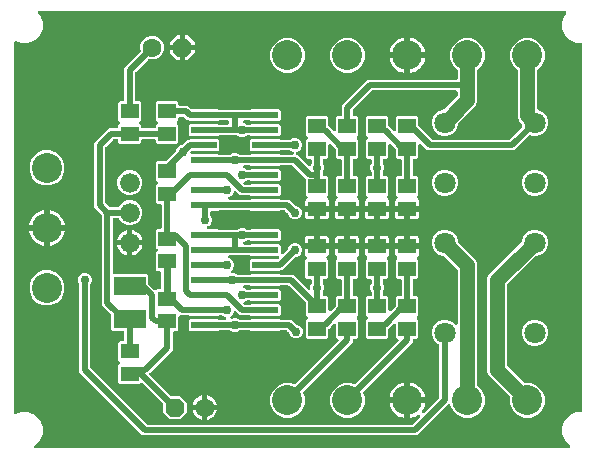
<source format=gbr>
G04 EAGLE Gerber X2 export*
%TF.Part,Single*%
%TF.FileFunction,Copper,L1,Top,Mixed*%
%TF.FilePolarity,Positive*%
%TF.GenerationSoftware,Autodesk,EAGLE,8.7.0*%
%TF.CreationDate,2018-05-03T09:05:19Z*%
G75*
%MOMM*%
%FSLAX34Y34*%
%LPD*%
%AMOC8*
5,1,8,0,0,1.08239X$1,22.5*%
G01*
%ADD10P,1.732040X8X22.500000*%
%ADD11C,1.600200*%
%ADD12R,2.700000X1.600000*%
%ADD13P,1.732040X8X202.500000*%
%ADD14R,1.500000X1.300000*%
%ADD15R,2.200000X0.600000*%
%ADD16C,1.676400*%
%ADD17C,2.540000*%
%ADD18C,1.800000*%
%ADD19C,0.508000*%
%ADD20C,0.756400*%
%ADD21C,0.609600*%
%ADD22C,1.270000*%

G36*
X549663Y86370D02*
X549663Y86370D01*
X549732Y86368D01*
X549820Y86389D01*
X549909Y86401D01*
X549974Y86426D01*
X550042Y86443D01*
X550121Y86485D01*
X550204Y86518D01*
X550261Y86559D01*
X550323Y86591D01*
X550389Y86652D01*
X550462Y86704D01*
X550506Y86758D01*
X550558Y86805D01*
X550607Y86880D01*
X550664Y86949D01*
X550694Y87013D01*
X550733Y87071D01*
X550762Y87156D01*
X550800Y87237D01*
X550813Y87306D01*
X550836Y87372D01*
X550843Y87462D01*
X550860Y87549D01*
X550855Y87619D01*
X550861Y87689D01*
X550846Y87778D01*
X550840Y87867D01*
X550818Y87933D01*
X550806Y88002D01*
X550770Y88084D01*
X550742Y88169D01*
X550705Y88229D01*
X550676Y88292D01*
X550620Y88362D01*
X550572Y88438D01*
X550521Y88486D01*
X550477Y88541D01*
X550406Y88595D01*
X550340Y88656D01*
X550279Y88690D01*
X550242Y88718D01*
X545947Y93012D01*
X543639Y98584D01*
X543639Y104616D01*
X545947Y110188D01*
X550212Y114453D01*
X555784Y116761D01*
X559870Y116761D01*
X559988Y116776D01*
X560107Y116783D01*
X560145Y116796D01*
X560186Y116801D01*
X560296Y116844D01*
X560409Y116881D01*
X560444Y116903D01*
X560481Y116918D01*
X560577Y116987D01*
X560678Y117051D01*
X560706Y117081D01*
X560739Y117104D01*
X560815Y117196D01*
X560896Y117283D01*
X560916Y117318D01*
X560941Y117349D01*
X560992Y117457D01*
X561050Y117561D01*
X561060Y117601D01*
X561077Y117637D01*
X561099Y117754D01*
X561129Y117869D01*
X561133Y117929D01*
X561137Y117949D01*
X561135Y117970D01*
X561139Y118030D01*
X561139Y428070D01*
X561124Y428188D01*
X561117Y428307D01*
X561104Y428345D01*
X561099Y428386D01*
X561056Y428496D01*
X561019Y428609D01*
X560997Y428644D01*
X560982Y428681D01*
X560913Y428777D01*
X560849Y428878D01*
X560819Y428906D01*
X560796Y428939D01*
X560704Y429015D01*
X560617Y429096D01*
X560582Y429116D01*
X560551Y429141D01*
X560443Y429192D01*
X560339Y429250D01*
X560299Y429260D01*
X560263Y429277D01*
X560146Y429299D01*
X560031Y429329D01*
X559971Y429333D01*
X559951Y429337D01*
X559930Y429335D01*
X559870Y429339D01*
X555784Y429339D01*
X550212Y431647D01*
X545947Y435912D01*
X543639Y441484D01*
X543639Y447516D01*
X545947Y453088D01*
X547132Y454273D01*
X547217Y454382D01*
X547306Y454489D01*
X547315Y454508D01*
X547327Y454524D01*
X547382Y454651D01*
X547441Y454777D01*
X547445Y454797D01*
X547453Y454816D01*
X547475Y454954D01*
X547501Y455090D01*
X547500Y455110D01*
X547503Y455130D01*
X547490Y455269D01*
X547481Y455407D01*
X547475Y455426D01*
X547473Y455446D01*
X547426Y455578D01*
X547383Y455709D01*
X547373Y455727D01*
X547366Y455746D01*
X547288Y455861D01*
X547213Y455978D01*
X547198Y455992D01*
X547187Y456009D01*
X547083Y456101D01*
X546982Y456196D01*
X546964Y456206D01*
X546949Y456219D01*
X546825Y456283D01*
X546703Y456350D01*
X546684Y456355D01*
X546665Y456364D01*
X546530Y456394D01*
X546395Y456429D01*
X546367Y456431D01*
X546355Y456434D01*
X546335Y456433D01*
X546235Y456439D01*
X101465Y456439D01*
X101327Y456422D01*
X101189Y456409D01*
X101170Y456402D01*
X101150Y456399D01*
X101021Y456348D01*
X100890Y456301D01*
X100873Y456290D01*
X100854Y456282D01*
X100742Y456201D01*
X100627Y456123D01*
X100613Y456107D01*
X100597Y456096D01*
X100508Y455988D01*
X100416Y455884D01*
X100407Y455866D01*
X100394Y455851D01*
X100335Y455725D01*
X100272Y455601D01*
X100267Y455581D01*
X100259Y455563D01*
X100232Y455426D01*
X100202Y455291D01*
X100203Y455270D01*
X100199Y455251D01*
X100207Y455112D01*
X100212Y454973D01*
X100217Y454953D01*
X100219Y454933D01*
X100261Y454801D01*
X100300Y454667D01*
X100310Y454650D01*
X100317Y454631D01*
X100391Y454513D01*
X100462Y454393D01*
X100480Y454372D01*
X100487Y454362D01*
X100502Y454348D01*
X100568Y454273D01*
X101753Y453088D01*
X104061Y447516D01*
X104061Y441484D01*
X101753Y435912D01*
X97488Y431647D01*
X91916Y429339D01*
X85884Y429339D01*
X81766Y431045D01*
X81718Y431058D01*
X81673Y431080D01*
X81565Y431100D01*
X81459Y431129D01*
X81409Y431130D01*
X81360Y431139D01*
X81251Y431133D01*
X81141Y431134D01*
X81093Y431123D01*
X81043Y431120D01*
X80939Y431086D01*
X80832Y431060D01*
X80788Y431037D01*
X80741Y431022D01*
X80648Y430963D01*
X80551Y430911D01*
X80514Y430878D01*
X80472Y430851D01*
X80397Y430771D01*
X80315Y430697D01*
X80288Y430656D01*
X80254Y430620D01*
X80201Y430524D01*
X80141Y430432D01*
X80124Y430385D01*
X80100Y430341D01*
X80073Y430235D01*
X80037Y430131D01*
X80033Y430081D01*
X80021Y430033D01*
X80011Y429873D01*
X80011Y116227D01*
X80017Y116178D01*
X80015Y116128D01*
X80037Y116021D01*
X80051Y115912D01*
X80069Y115866D01*
X80079Y115817D01*
X80127Y115718D01*
X80168Y115616D01*
X80197Y115576D01*
X80219Y115531D01*
X80290Y115448D01*
X80354Y115359D01*
X80393Y115327D01*
X80425Y115289D01*
X80515Y115226D01*
X80599Y115156D01*
X80644Y115135D01*
X80685Y115106D01*
X80788Y115067D01*
X80887Y115020D01*
X80936Y115011D01*
X80982Y114993D01*
X81092Y114981D01*
X81199Y114961D01*
X81249Y114964D01*
X81298Y114958D01*
X81407Y114974D01*
X81517Y114980D01*
X81564Y114996D01*
X81613Y115003D01*
X81766Y115055D01*
X85884Y116761D01*
X91916Y116761D01*
X97488Y114453D01*
X101753Y110188D01*
X104061Y104616D01*
X104061Y98584D01*
X101753Y93012D01*
X97449Y88708D01*
X97423Y88690D01*
X97345Y88645D01*
X97295Y88597D01*
X97238Y88556D01*
X97181Y88486D01*
X97117Y88424D01*
X97080Y88365D01*
X97036Y88311D01*
X96997Y88229D01*
X96950Y88153D01*
X96930Y88086D01*
X96900Y88023D01*
X96883Y87935D01*
X96857Y87849D01*
X96853Y87779D01*
X96840Y87710D01*
X96846Y87621D01*
X96842Y87531D01*
X96856Y87463D01*
X96860Y87393D01*
X96888Y87308D01*
X96906Y87220D01*
X96936Y87157D01*
X96958Y87091D01*
X97006Y87015D01*
X97045Y86934D01*
X97091Y86881D01*
X97128Y86822D01*
X97194Y86760D01*
X97252Y86692D01*
X97309Y86652D01*
X97360Y86604D01*
X97438Y86561D01*
X97512Y86509D01*
X97577Y86484D01*
X97638Y86450D01*
X97725Y86428D01*
X97809Y86396D01*
X97879Y86388D01*
X97946Y86371D01*
X98107Y86361D01*
X549593Y86361D01*
X549663Y86370D01*
G37*
%LPC*%
G36*
X211744Y110616D02*
X211744Y110616D01*
X205866Y116494D01*
X205866Y123691D01*
X205854Y123789D01*
X205851Y123888D01*
X205834Y123947D01*
X205826Y124007D01*
X205790Y124099D01*
X205762Y124194D01*
X205732Y124246D01*
X205709Y124302D01*
X205651Y124382D01*
X205601Y124468D01*
X205535Y124543D01*
X205523Y124560D01*
X205513Y124568D01*
X205495Y124589D01*
X188651Y141432D01*
X188557Y141505D01*
X188468Y141584D01*
X188432Y141602D01*
X188400Y141627D01*
X188291Y141674D01*
X188185Y141728D01*
X188146Y141737D01*
X188108Y141753D01*
X187990Y141772D01*
X187875Y141798D01*
X187834Y141797D01*
X187794Y141803D01*
X187676Y141792D01*
X187557Y141788D01*
X187518Y141777D01*
X187478Y141773D01*
X187366Y141733D01*
X187251Y141700D01*
X187216Y141679D01*
X187178Y141665D01*
X187080Y141599D01*
X186977Y141538D01*
X186932Y141498D01*
X186915Y141487D01*
X186902Y141472D01*
X186856Y141432D01*
X186142Y140717D01*
X169458Y140717D01*
X168267Y141908D01*
X168267Y156592D01*
X169528Y157853D01*
X169601Y157947D01*
X169680Y158036D01*
X169698Y158072D01*
X169723Y158104D01*
X169770Y158213D01*
X169824Y158319D01*
X169833Y158358D01*
X169849Y158396D01*
X169868Y158513D01*
X169894Y158629D01*
X169893Y158670D01*
X169899Y158710D01*
X169888Y158828D01*
X169884Y158947D01*
X169873Y158986D01*
X169869Y159026D01*
X169829Y159138D01*
X169796Y159253D01*
X169775Y159288D01*
X169762Y159326D01*
X169695Y159424D01*
X169634Y159527D01*
X169594Y159572D01*
X169583Y159589D01*
X169568Y159602D01*
X169528Y159648D01*
X168267Y160908D01*
X168267Y175592D01*
X169458Y176783D01*
X171958Y176783D01*
X172076Y176798D01*
X172195Y176805D01*
X172233Y176818D01*
X172274Y176823D01*
X172384Y176866D01*
X172497Y176903D01*
X172532Y176925D01*
X172569Y176940D01*
X172665Y177009D01*
X172766Y177073D01*
X172794Y177103D01*
X172827Y177126D01*
X172903Y177218D01*
X172984Y177305D01*
X173004Y177340D01*
X173029Y177371D01*
X173080Y177479D01*
X173138Y177583D01*
X173148Y177623D01*
X173165Y177659D01*
X173187Y177776D01*
X173217Y177891D01*
X173221Y177951D01*
X173225Y177971D01*
X173223Y177992D01*
X173227Y178052D01*
X173227Y184248D01*
X173212Y184366D01*
X173205Y184485D01*
X173192Y184523D01*
X173187Y184564D01*
X173144Y184674D01*
X173107Y184787D01*
X173085Y184822D01*
X173070Y184859D01*
X173001Y184955D01*
X172937Y185056D01*
X172907Y185084D01*
X172884Y185117D01*
X172792Y185193D01*
X172705Y185274D01*
X172670Y185294D01*
X172639Y185319D01*
X172531Y185370D01*
X172427Y185428D01*
X172387Y185438D01*
X172351Y185455D01*
X172234Y185477D01*
X172119Y185507D01*
X172059Y185511D01*
X172039Y185515D01*
X172018Y185513D01*
X171958Y185517D01*
X163458Y185517D01*
X162267Y186708D01*
X162267Y199040D01*
X162255Y199138D01*
X162252Y199237D01*
X162235Y199296D01*
X162227Y199356D01*
X162191Y199448D01*
X162163Y199543D01*
X162133Y199595D01*
X162110Y199651D01*
X162052Y199732D01*
X162002Y199817D01*
X161936Y199892D01*
X161924Y199909D01*
X161914Y199917D01*
X161896Y199938D01*
X154177Y207656D01*
X154177Y283330D01*
X154165Y283428D01*
X154162Y283527D01*
X154145Y283586D01*
X154137Y283646D01*
X154101Y283738D01*
X154073Y283833D01*
X154043Y283885D01*
X154020Y283941D01*
X153962Y284022D01*
X153912Y284107D01*
X153846Y284182D01*
X153834Y284199D01*
X153824Y284207D01*
X153806Y284228D01*
X147827Y290206D01*
X147827Y344794D01*
X150877Y347844D01*
X150878Y347844D01*
X157006Y353972D01*
X160056Y357023D01*
X166998Y357023D01*
X167116Y357038D01*
X167235Y357045D01*
X167273Y357058D01*
X167314Y357063D01*
X167424Y357106D01*
X167537Y357143D01*
X167572Y357165D01*
X167609Y357180D01*
X167705Y357249D01*
X167806Y357313D01*
X167834Y357343D01*
X167867Y357366D01*
X167943Y357458D01*
X168024Y357545D01*
X168044Y357580D01*
X168069Y357611D01*
X168120Y357719D01*
X168178Y357823D01*
X168188Y357863D01*
X168205Y357899D01*
X168227Y358016D01*
X168257Y358131D01*
X168261Y358191D01*
X168265Y358211D01*
X168263Y358232D01*
X168267Y358292D01*
X168267Y359792D01*
X169528Y361053D01*
X169601Y361147D01*
X169680Y361236D01*
X169698Y361272D01*
X169723Y361304D01*
X169770Y361413D01*
X169824Y361519D01*
X169833Y361558D01*
X169849Y361596D01*
X169868Y361713D01*
X169894Y361829D01*
X169893Y361870D01*
X169899Y361910D01*
X169888Y362028D01*
X169884Y362147D01*
X169873Y362186D01*
X169869Y362226D01*
X169829Y362338D01*
X169796Y362453D01*
X169775Y362488D01*
X169762Y362526D01*
X169695Y362624D01*
X169634Y362727D01*
X169594Y362772D01*
X169583Y362789D01*
X169568Y362802D01*
X169528Y362848D01*
X168267Y364108D01*
X168267Y378792D01*
X169458Y379983D01*
X171958Y379983D01*
X172076Y379998D01*
X172195Y380005D01*
X172233Y380018D01*
X172274Y380023D01*
X172384Y380066D01*
X172497Y380103D01*
X172532Y380125D01*
X172569Y380140D01*
X172665Y380209D01*
X172766Y380273D01*
X172794Y380303D01*
X172827Y380326D01*
X172903Y380418D01*
X172984Y380505D01*
X173004Y380540D01*
X173029Y380571D01*
X173080Y380679D01*
X173138Y380783D01*
X173148Y380823D01*
X173165Y380859D01*
X173187Y380976D01*
X173217Y381091D01*
X173221Y381151D01*
X173225Y381171D01*
X173223Y381192D01*
X173227Y381252D01*
X173227Y408294D01*
X186677Y421744D01*
X186695Y421767D01*
X186717Y421786D01*
X186792Y421892D01*
X186872Y421995D01*
X186883Y422022D01*
X186900Y422046D01*
X186946Y422167D01*
X186998Y422287D01*
X187003Y422316D01*
X187013Y422343D01*
X187028Y422472D01*
X187048Y422601D01*
X187045Y422630D01*
X187048Y422660D01*
X187030Y422788D01*
X187018Y422917D01*
X187008Y422945D01*
X187004Y422974D01*
X186952Y423127D01*
X186816Y423454D01*
X186816Y427446D01*
X188344Y431134D01*
X191166Y433956D01*
X194854Y435484D01*
X198846Y435484D01*
X202534Y433956D01*
X205356Y431134D01*
X206884Y427446D01*
X206884Y423454D01*
X205356Y419766D01*
X202534Y416944D01*
X198846Y415416D01*
X194854Y415416D01*
X194527Y415552D01*
X194498Y415560D01*
X194472Y415573D01*
X194346Y415601D01*
X194220Y415636D01*
X194191Y415636D01*
X194162Y415643D01*
X194032Y415639D01*
X193902Y415641D01*
X193873Y415634D01*
X193844Y415633D01*
X193719Y415597D01*
X193593Y415567D01*
X193567Y415553D01*
X193538Y415545D01*
X193427Y415479D01*
X193312Y415418D01*
X193290Y415398D01*
X193264Y415383D01*
X193144Y415277D01*
X182744Y404878D01*
X182684Y404799D01*
X182616Y404727D01*
X182587Y404674D01*
X182550Y404626D01*
X182510Y404535D01*
X182462Y404449D01*
X182447Y404390D01*
X182423Y404335D01*
X182408Y404237D01*
X182383Y404141D01*
X182377Y404041D01*
X182373Y404020D01*
X182375Y404008D01*
X182373Y403980D01*
X182373Y381252D01*
X182388Y381134D01*
X182395Y381015D01*
X182408Y380977D01*
X182413Y380936D01*
X182456Y380826D01*
X182493Y380713D01*
X182515Y380678D01*
X182530Y380641D01*
X182599Y380545D01*
X182663Y380444D01*
X182693Y380416D01*
X182716Y380383D01*
X182808Y380307D01*
X182895Y380226D01*
X182930Y380206D01*
X182961Y380181D01*
X183069Y380130D01*
X183173Y380072D01*
X183213Y380062D01*
X183249Y380045D01*
X183366Y380023D01*
X183481Y379993D01*
X183541Y379989D01*
X183561Y379985D01*
X183582Y379987D01*
X183642Y379983D01*
X186142Y379983D01*
X187333Y378792D01*
X187333Y364108D01*
X186072Y362848D01*
X185999Y362753D01*
X185920Y362664D01*
X185902Y362628D01*
X185877Y362596D01*
X185830Y362487D01*
X185776Y362381D01*
X185767Y362342D01*
X185751Y362304D01*
X185732Y362187D01*
X185706Y362071D01*
X185707Y362030D01*
X185701Y361990D01*
X185712Y361872D01*
X185716Y361753D01*
X185727Y361714D01*
X185731Y361674D01*
X185771Y361561D01*
X185804Y361447D01*
X185825Y361413D01*
X185838Y361374D01*
X185905Y361276D01*
X185966Y361173D01*
X186006Y361128D01*
X186017Y361111D01*
X186032Y361098D01*
X186072Y361053D01*
X187333Y359792D01*
X187333Y358292D01*
X187348Y358174D01*
X187355Y358055D01*
X187368Y358017D01*
X187373Y357976D01*
X187416Y357866D01*
X187453Y357753D01*
X187475Y357718D01*
X187490Y357681D01*
X187559Y357585D01*
X187623Y357484D01*
X187653Y357456D01*
X187676Y357423D01*
X187768Y357347D01*
X187855Y357266D01*
X187890Y357246D01*
X187921Y357221D01*
X188029Y357170D01*
X188133Y357112D01*
X188173Y357102D01*
X188209Y357085D01*
X188326Y357063D01*
X188441Y357033D01*
X188501Y357029D01*
X188521Y357025D01*
X188542Y357027D01*
X188602Y357023D01*
X198748Y357023D01*
X198866Y357038D01*
X198985Y357045D01*
X199023Y357058D01*
X199064Y357063D01*
X199174Y357106D01*
X199287Y357143D01*
X199322Y357165D01*
X199359Y357180D01*
X199455Y357249D01*
X199556Y357313D01*
X199584Y357343D01*
X199617Y357366D01*
X199693Y357458D01*
X199774Y357545D01*
X199794Y357580D01*
X199819Y357611D01*
X199870Y357719D01*
X199928Y357823D01*
X199938Y357863D01*
X199955Y357899D01*
X199977Y358016D01*
X200007Y358131D01*
X200011Y358191D01*
X200015Y358211D01*
X200013Y358232D01*
X200017Y358292D01*
X200017Y359792D01*
X201278Y361053D01*
X201351Y361147D01*
X201430Y361236D01*
X201448Y361272D01*
X201473Y361304D01*
X201520Y361413D01*
X201574Y361519D01*
X201583Y361558D01*
X201599Y361596D01*
X201618Y361713D01*
X201644Y361829D01*
X201643Y361870D01*
X201649Y361910D01*
X201638Y362028D01*
X201634Y362147D01*
X201623Y362186D01*
X201619Y362226D01*
X201579Y362338D01*
X201546Y362453D01*
X201525Y362488D01*
X201512Y362526D01*
X201445Y362624D01*
X201384Y362727D01*
X201344Y362772D01*
X201333Y362789D01*
X201318Y362802D01*
X201278Y362848D01*
X200017Y364108D01*
X200017Y378792D01*
X201208Y379983D01*
X217892Y379983D01*
X219083Y378792D01*
X219083Y377292D01*
X219098Y377174D01*
X219105Y377055D01*
X219118Y377017D01*
X219123Y376976D01*
X219166Y376866D01*
X219203Y376753D01*
X219225Y376718D01*
X219240Y376681D01*
X219309Y376585D01*
X219373Y376484D01*
X219403Y376456D01*
X219426Y376423D01*
X219518Y376347D01*
X219605Y376266D01*
X219640Y376246D01*
X219671Y376221D01*
X219779Y376170D01*
X219883Y376112D01*
X219923Y376102D01*
X219959Y376085D01*
X220076Y376063D01*
X220191Y376033D01*
X220251Y376029D01*
X220271Y376025D01*
X220292Y376027D01*
X220352Y376023D01*
X227344Y376023D01*
X229662Y373704D01*
X229741Y373644D01*
X229813Y373576D01*
X229866Y373547D01*
X229914Y373510D01*
X230005Y373470D01*
X230091Y373422D01*
X230150Y373407D01*
X230205Y373383D01*
X230303Y373368D01*
X230399Y373343D01*
X230499Y373337D01*
X230520Y373333D01*
X230532Y373335D01*
X230560Y373333D01*
X252542Y373333D01*
X252630Y373244D01*
X252709Y373184D01*
X252781Y373116D01*
X252834Y373087D01*
X252882Y373050D01*
X252972Y373010D01*
X253059Y372962D01*
X253118Y372947D01*
X253173Y372923D01*
X253271Y372908D01*
X253367Y372883D01*
X253467Y372877D01*
X253487Y372873D01*
X253500Y372875D01*
X253528Y372873D01*
X279872Y372873D01*
X279970Y372885D01*
X280069Y372888D01*
X280128Y372905D01*
X280188Y372913D01*
X280280Y372949D01*
X280375Y372977D01*
X280427Y373007D01*
X280483Y373030D01*
X280564Y373088D01*
X280649Y373138D01*
X280724Y373204D01*
X280741Y373216D01*
X280749Y373226D01*
X280770Y373244D01*
X280858Y373333D01*
X304542Y373333D01*
X305733Y372142D01*
X305733Y364458D01*
X304542Y363267D01*
X280858Y363267D01*
X280770Y363356D01*
X280691Y363416D01*
X280619Y363484D01*
X280566Y363513D01*
X280518Y363550D01*
X280428Y363590D01*
X280341Y363638D01*
X280282Y363653D01*
X280227Y363677D01*
X280129Y363692D01*
X280033Y363717D01*
X279933Y363723D01*
X279913Y363727D01*
X279900Y363725D01*
X279872Y363727D01*
X275005Y363727D01*
X274935Y363719D01*
X274866Y363720D01*
X274778Y363699D01*
X274689Y363687D01*
X274624Y363662D01*
X274556Y363645D01*
X274477Y363603D01*
X274393Y363570D01*
X274337Y363529D01*
X274275Y363497D01*
X274209Y363436D01*
X274136Y363384D01*
X274091Y363330D01*
X274040Y363283D01*
X273991Y363208D01*
X273933Y363139D01*
X273903Y363075D01*
X273865Y363017D01*
X273836Y362932D01*
X273798Y362851D01*
X273785Y362782D01*
X273762Y362716D01*
X273755Y362627D01*
X273738Y362539D01*
X273742Y362469D01*
X273737Y362399D01*
X273752Y362311D01*
X273758Y362221D01*
X273779Y362155D01*
X273791Y362086D01*
X273828Y362004D01*
X273856Y361919D01*
X273893Y361860D01*
X273922Y361796D01*
X273978Y361726D01*
X274026Y361650D01*
X274077Y361602D01*
X274120Y361548D01*
X274192Y361493D01*
X274257Y361432D01*
X274319Y361398D01*
X274374Y361356D01*
X274519Y361285D01*
X276353Y360526D01*
X276407Y360484D01*
X276479Y360416D01*
X276532Y360387D01*
X276580Y360350D01*
X276671Y360310D01*
X276758Y360262D01*
X276816Y360247D01*
X276872Y360223D01*
X276970Y360208D01*
X277066Y360183D01*
X277166Y360177D01*
X277186Y360173D01*
X277198Y360175D01*
X277226Y360173D01*
X279872Y360173D01*
X279970Y360185D01*
X280069Y360188D01*
X280128Y360205D01*
X280188Y360213D01*
X280280Y360249D01*
X280375Y360277D01*
X280427Y360307D01*
X280483Y360330D01*
X280564Y360388D01*
X280649Y360438D01*
X280724Y360504D01*
X280741Y360516D01*
X280749Y360526D01*
X280770Y360544D01*
X280858Y360633D01*
X304542Y360633D01*
X305733Y359442D01*
X305733Y351758D01*
X304542Y350567D01*
X280858Y350567D01*
X280770Y350656D01*
X280691Y350716D01*
X280619Y350784D01*
X280566Y350813D01*
X280518Y350850D01*
X280428Y350890D01*
X280341Y350938D01*
X280282Y350953D01*
X280227Y350977D01*
X280129Y350992D01*
X280033Y351017D01*
X279933Y351023D01*
X279913Y351027D01*
X279900Y351025D01*
X279872Y351027D01*
X277226Y351027D01*
X277128Y351015D01*
X277029Y351012D01*
X276971Y350995D01*
X276911Y350987D01*
X276819Y350951D01*
X276724Y350923D01*
X276671Y350893D01*
X276615Y350870D01*
X276535Y350812D01*
X276450Y350762D01*
X276374Y350696D01*
X276358Y350684D01*
X276350Y350674D01*
X276348Y350672D01*
X274207Y349785D01*
X271893Y349785D01*
X269747Y350674D01*
X269693Y350716D01*
X269621Y350784D01*
X269568Y350813D01*
X269520Y350850D01*
X269429Y350890D01*
X269342Y350938D01*
X269284Y350953D01*
X269228Y350977D01*
X269130Y350992D01*
X269034Y351017D01*
X268934Y351023D01*
X268914Y351027D01*
X268902Y351025D01*
X268874Y351027D01*
X253528Y351027D01*
X253430Y351015D01*
X253331Y351012D01*
X253272Y350995D01*
X253212Y350987D01*
X253120Y350951D01*
X253025Y350923D01*
X252973Y350893D01*
X252917Y350870D01*
X252836Y350812D01*
X252751Y350762D01*
X252676Y350696D01*
X252659Y350684D01*
X252651Y350674D01*
X252630Y350656D01*
X252542Y350567D01*
X228858Y350567D01*
X227667Y351758D01*
X227667Y359442D01*
X228858Y360633D01*
X252542Y360633D01*
X252630Y360544D01*
X252709Y360484D01*
X252781Y360416D01*
X252834Y360387D01*
X252882Y360350D01*
X252972Y360310D01*
X253059Y360262D01*
X253118Y360247D01*
X253173Y360223D01*
X253271Y360208D01*
X253367Y360183D01*
X253467Y360177D01*
X253487Y360173D01*
X253500Y360175D01*
X253528Y360173D01*
X260858Y360173D01*
X260976Y360188D01*
X261095Y360195D01*
X261133Y360208D01*
X261174Y360213D01*
X261284Y360256D01*
X261397Y360293D01*
X261432Y360315D01*
X261469Y360330D01*
X261565Y360399D01*
X261666Y360463D01*
X261694Y360493D01*
X261727Y360516D01*
X261803Y360608D01*
X261884Y360695D01*
X261904Y360730D01*
X261929Y360761D01*
X261980Y360869D01*
X262038Y360973D01*
X262048Y361013D01*
X262065Y361049D01*
X262087Y361166D01*
X262117Y361281D01*
X262121Y361341D01*
X262125Y361361D01*
X262123Y361382D01*
X262127Y361442D01*
X262127Y362458D01*
X262112Y362576D01*
X262105Y362695D01*
X262092Y362733D01*
X262087Y362774D01*
X262044Y362884D01*
X262007Y362997D01*
X261985Y363032D01*
X261970Y363069D01*
X261901Y363165D01*
X261837Y363266D01*
X261807Y363294D01*
X261784Y363327D01*
X261692Y363403D01*
X261605Y363484D01*
X261570Y363504D01*
X261539Y363529D01*
X261431Y363580D01*
X261327Y363638D01*
X261287Y363648D01*
X261251Y363665D01*
X261134Y363687D01*
X261019Y363717D01*
X260959Y363721D01*
X260939Y363725D01*
X260918Y363723D01*
X260858Y363727D01*
X253528Y363727D01*
X253430Y363715D01*
X253331Y363712D01*
X253272Y363695D01*
X253212Y363687D01*
X253120Y363651D01*
X253025Y363623D01*
X252973Y363593D01*
X252917Y363570D01*
X252836Y363512D01*
X252751Y363462D01*
X252676Y363396D01*
X252659Y363384D01*
X252651Y363374D01*
X252630Y363356D01*
X252542Y363267D01*
X228858Y363267D01*
X228770Y363356D01*
X228691Y363416D01*
X228619Y363484D01*
X228566Y363513D01*
X228518Y363550D01*
X228428Y363590D01*
X228341Y363638D01*
X228282Y363653D01*
X228227Y363677D01*
X228129Y363692D01*
X228033Y363717D01*
X227933Y363723D01*
X227913Y363727D01*
X227900Y363725D01*
X227872Y363727D01*
X226706Y363727D01*
X223928Y366506D01*
X223849Y366566D01*
X223777Y366634D01*
X223724Y366663D01*
X223676Y366700D01*
X223585Y366740D01*
X223499Y366788D01*
X223440Y366803D01*
X223385Y366827D01*
X223287Y366842D01*
X223191Y366867D01*
X223091Y366873D01*
X223070Y366877D01*
X223058Y366875D01*
X223030Y366877D01*
X220352Y366877D01*
X220234Y366862D01*
X220115Y366855D01*
X220077Y366842D01*
X220036Y366837D01*
X219926Y366794D01*
X219813Y366757D01*
X219778Y366735D01*
X219741Y366720D01*
X219645Y366651D01*
X219544Y366587D01*
X219516Y366557D01*
X219483Y366534D01*
X219407Y366442D01*
X219326Y366355D01*
X219306Y366320D01*
X219281Y366289D01*
X219230Y366181D01*
X219172Y366077D01*
X219162Y366037D01*
X219145Y366001D01*
X219123Y365884D01*
X219093Y365769D01*
X219089Y365709D01*
X219085Y365689D01*
X219086Y365679D01*
X219085Y365676D01*
X219086Y365662D01*
X219083Y365608D01*
X219083Y364108D01*
X217822Y362848D01*
X217749Y362753D01*
X217670Y362664D01*
X217652Y362628D01*
X217627Y362596D01*
X217580Y362487D01*
X217526Y362381D01*
X217517Y362342D01*
X217501Y362304D01*
X217482Y362187D01*
X217456Y362071D01*
X217457Y362030D01*
X217451Y361990D01*
X217462Y361872D01*
X217466Y361753D01*
X217477Y361714D01*
X217481Y361674D01*
X217521Y361561D01*
X217554Y361447D01*
X217575Y361413D01*
X217588Y361374D01*
X217655Y361276D01*
X217716Y361173D01*
X217756Y361128D01*
X217767Y361111D01*
X217782Y361098D01*
X217822Y361053D01*
X219083Y359792D01*
X219083Y345108D01*
X217926Y343951D01*
X217900Y343917D01*
X201208Y343917D01*
X200017Y345108D01*
X200017Y346608D01*
X200002Y346726D01*
X199995Y346845D01*
X199982Y346883D01*
X199977Y346924D01*
X199934Y347034D01*
X199897Y347147D01*
X199875Y347182D01*
X199860Y347219D01*
X199791Y347315D01*
X199727Y347416D01*
X199697Y347444D01*
X199674Y347477D01*
X199582Y347553D01*
X199495Y347634D01*
X199460Y347654D01*
X199429Y347679D01*
X199321Y347730D01*
X199217Y347788D01*
X199177Y347798D01*
X199141Y347815D01*
X199024Y347837D01*
X198909Y347867D01*
X198849Y347871D01*
X198829Y347875D01*
X198808Y347873D01*
X198748Y347877D01*
X188602Y347877D01*
X188484Y347862D01*
X188365Y347855D01*
X188327Y347842D01*
X188286Y347837D01*
X188176Y347794D01*
X188063Y347757D01*
X188028Y347735D01*
X187991Y347720D01*
X187895Y347651D01*
X187794Y347587D01*
X187766Y347557D01*
X187733Y347534D01*
X187657Y347442D01*
X187576Y347355D01*
X187556Y347320D01*
X187531Y347289D01*
X187480Y347181D01*
X187422Y347077D01*
X187412Y347037D01*
X187395Y347001D01*
X187373Y346884D01*
X187343Y346769D01*
X187339Y346709D01*
X187335Y346689D01*
X187337Y346668D01*
X187333Y346608D01*
X187333Y345108D01*
X186142Y343917D01*
X169458Y343917D01*
X168267Y345108D01*
X168267Y346608D01*
X168252Y346726D01*
X168245Y346845D01*
X168232Y346883D01*
X168227Y346924D01*
X168184Y347034D01*
X168147Y347147D01*
X168125Y347182D01*
X168110Y347219D01*
X168041Y347315D01*
X167977Y347416D01*
X167947Y347444D01*
X167924Y347477D01*
X167832Y347553D01*
X167745Y347634D01*
X167710Y347654D01*
X167679Y347679D01*
X167571Y347730D01*
X167467Y347788D01*
X167427Y347798D01*
X167391Y347815D01*
X167274Y347837D01*
X167159Y347867D01*
X167099Y347871D01*
X167079Y347875D01*
X167058Y347873D01*
X166998Y347877D01*
X164370Y347877D01*
X164272Y347865D01*
X164173Y347862D01*
X164114Y347845D01*
X164054Y347837D01*
X163962Y347801D01*
X163867Y347773D01*
X163815Y347743D01*
X163759Y347720D01*
X163679Y347662D01*
X163593Y347612D01*
X163518Y347546D01*
X163501Y347534D01*
X163493Y347524D01*
X163472Y347506D01*
X157344Y341378D01*
X157284Y341299D01*
X157216Y341227D01*
X157187Y341174D01*
X157150Y341126D01*
X157110Y341035D01*
X157062Y340949D01*
X157047Y340890D01*
X157023Y340835D01*
X157008Y340737D01*
X156983Y340641D01*
X156977Y340541D01*
X156973Y340520D01*
X156975Y340508D01*
X156973Y340480D01*
X156973Y294520D01*
X156985Y294422D01*
X156988Y294323D01*
X156996Y294294D01*
X156997Y294281D01*
X157007Y294252D01*
X157013Y294204D01*
X157049Y294112D01*
X157077Y294017D01*
X157090Y293994D01*
X157095Y293978D01*
X157113Y293949D01*
X157130Y293909D01*
X157188Y293829D01*
X157238Y293743D01*
X157259Y293719D01*
X157265Y293710D01*
X157279Y293697D01*
X157304Y293668D01*
X157316Y293651D01*
X157326Y293643D01*
X157344Y293622D01*
X160272Y290694D01*
X160351Y290634D01*
X160423Y290566D01*
X160476Y290537D01*
X160524Y290500D01*
X160615Y290460D01*
X160701Y290412D01*
X160760Y290397D01*
X160815Y290373D01*
X160913Y290358D01*
X161009Y290333D01*
X161109Y290327D01*
X161130Y290323D01*
X161142Y290325D01*
X161170Y290323D01*
X167573Y290323D01*
X167602Y290326D01*
X167632Y290324D01*
X167760Y290346D01*
X167889Y290363D01*
X167916Y290373D01*
X167945Y290378D01*
X168064Y290432D01*
X168184Y290480D01*
X168208Y290497D01*
X168235Y290509D01*
X168336Y290590D01*
X168442Y290666D01*
X168461Y290689D01*
X168484Y290708D01*
X168562Y290811D01*
X168645Y290911D01*
X168657Y290938D01*
X168675Y290962D01*
X168746Y291106D01*
X168971Y291649D01*
X171901Y294579D01*
X175728Y296165D01*
X179872Y296165D01*
X183699Y294579D01*
X186629Y291649D01*
X188215Y287822D01*
X188215Y283678D01*
X186629Y279851D01*
X183699Y276921D01*
X179872Y275335D01*
X175728Y275335D01*
X171901Y276921D01*
X168971Y279851D01*
X168746Y280394D01*
X168731Y280419D01*
X168722Y280447D01*
X168653Y280557D01*
X168588Y280670D01*
X168568Y280691D01*
X168552Y280716D01*
X168457Y280805D01*
X168367Y280898D01*
X168342Y280914D01*
X168320Y280934D01*
X168207Y280997D01*
X168096Y281065D01*
X168068Y281073D01*
X168042Y281088D01*
X167916Y281120D01*
X167792Y281158D01*
X167762Y281160D01*
X167734Y281167D01*
X167573Y281177D01*
X164592Y281177D01*
X164474Y281162D01*
X164355Y281155D01*
X164317Y281142D01*
X164276Y281137D01*
X164166Y281094D01*
X164053Y281057D01*
X164018Y281035D01*
X163981Y281020D01*
X163885Y280951D01*
X163784Y280887D01*
X163756Y280857D01*
X163723Y280834D01*
X163647Y280742D01*
X163566Y280655D01*
X163546Y280620D01*
X163521Y280589D01*
X163470Y280481D01*
X163412Y280377D01*
X163402Y280337D01*
X163385Y280301D01*
X163363Y280184D01*
X163333Y280069D01*
X163329Y280009D01*
X163325Y279989D01*
X163327Y279968D01*
X163323Y279908D01*
X163323Y234852D01*
X163338Y234734D01*
X163345Y234615D01*
X163358Y234577D01*
X163363Y234536D01*
X163406Y234426D01*
X163443Y234313D01*
X163465Y234278D01*
X163480Y234241D01*
X163549Y234145D01*
X163613Y234044D01*
X163643Y234016D01*
X163666Y233983D01*
X163758Y233907D01*
X163845Y233826D01*
X163880Y233806D01*
X163911Y233781D01*
X164019Y233730D01*
X164123Y233672D01*
X164163Y233662D01*
X164199Y233645D01*
X164316Y233623D01*
X164431Y233593D01*
X164491Y233589D01*
X164511Y233585D01*
X164532Y233587D01*
X164592Y233583D01*
X192142Y233583D01*
X193333Y232392D01*
X193333Y226410D01*
X193345Y226312D01*
X193348Y226213D01*
X193365Y226154D01*
X193373Y226094D01*
X193409Y226002D01*
X193437Y225907D01*
X193467Y225855D01*
X193490Y225799D01*
X193548Y225719D01*
X193598Y225633D01*
X193664Y225558D01*
X193676Y225541D01*
X193686Y225533D01*
X193704Y225512D01*
X198699Y220518D01*
X198793Y220445D01*
X198882Y220366D01*
X198918Y220348D01*
X198950Y220323D01*
X199059Y220276D01*
X199165Y220222D01*
X199204Y220213D01*
X199242Y220197D01*
X199360Y220178D01*
X199475Y220152D01*
X199516Y220153D01*
X199556Y220147D01*
X199674Y220158D01*
X199793Y220162D01*
X199832Y220173D01*
X199872Y220177D01*
X199984Y220217D01*
X200099Y220250D01*
X200134Y220271D01*
X200172Y220285D01*
X200270Y220351D01*
X200373Y220412D01*
X200418Y220452D01*
X200435Y220463D01*
X200448Y220478D01*
X200494Y220518D01*
X201208Y221233D01*
X203200Y221233D01*
X203318Y221248D01*
X203437Y221255D01*
X203475Y221268D01*
X203516Y221273D01*
X203626Y221316D01*
X203739Y221353D01*
X203774Y221375D01*
X203811Y221390D01*
X203907Y221459D01*
X204008Y221523D01*
X204036Y221553D01*
X204069Y221576D01*
X204145Y221668D01*
X204226Y221755D01*
X204246Y221790D01*
X204271Y221821D01*
X204322Y221929D01*
X204380Y222033D01*
X204390Y222073D01*
X204407Y222109D01*
X204429Y222226D01*
X204459Y222341D01*
X204463Y222401D01*
X204467Y222421D01*
X204465Y222442D01*
X204469Y222502D01*
X204469Y234698D01*
X204454Y234816D01*
X204447Y234935D01*
X204434Y234973D01*
X204429Y235014D01*
X204386Y235124D01*
X204349Y235237D01*
X204327Y235272D01*
X204312Y235309D01*
X204243Y235405D01*
X204179Y235506D01*
X204149Y235534D01*
X204126Y235567D01*
X204034Y235643D01*
X203947Y235724D01*
X203912Y235744D01*
X203881Y235769D01*
X203773Y235820D01*
X203669Y235878D01*
X203629Y235888D01*
X203593Y235905D01*
X203476Y235927D01*
X203361Y235957D01*
X203301Y235961D01*
X203281Y235965D01*
X203260Y235963D01*
X203200Y235967D01*
X201208Y235967D01*
X200017Y237158D01*
X200017Y251842D01*
X201278Y253102D01*
X201351Y253197D01*
X201430Y253286D01*
X201448Y253322D01*
X201473Y253354D01*
X201520Y253463D01*
X201574Y253569D01*
X201583Y253608D01*
X201599Y253646D01*
X201618Y253763D01*
X201644Y253879D01*
X201643Y253920D01*
X201649Y253960D01*
X201638Y254078D01*
X201634Y254197D01*
X201623Y254236D01*
X201619Y254276D01*
X201579Y254388D01*
X201546Y254503D01*
X201525Y254537D01*
X201512Y254576D01*
X201445Y254674D01*
X201384Y254777D01*
X201344Y254822D01*
X201333Y254839D01*
X201318Y254852D01*
X201278Y254897D01*
X200017Y256158D01*
X200017Y270842D01*
X201208Y272033D01*
X203708Y272033D01*
X203826Y272048D01*
X203945Y272055D01*
X203983Y272068D01*
X204024Y272073D01*
X204134Y272116D01*
X204247Y272153D01*
X204282Y272175D01*
X204319Y272190D01*
X204415Y272259D01*
X204516Y272323D01*
X204544Y272353D01*
X204577Y272376D01*
X204653Y272468D01*
X204734Y272555D01*
X204754Y272590D01*
X204779Y272621D01*
X204830Y272729D01*
X204888Y272833D01*
X204898Y272873D01*
X204915Y272909D01*
X204937Y273026D01*
X204967Y273141D01*
X204971Y273201D01*
X204975Y273221D01*
X204973Y273242D01*
X204977Y273302D01*
X204977Y291848D01*
X204962Y291966D01*
X204955Y292085D01*
X204942Y292123D01*
X204937Y292164D01*
X204894Y292274D01*
X204857Y292387D01*
X204835Y292422D01*
X204820Y292459D01*
X204751Y292555D01*
X204687Y292656D01*
X204657Y292684D01*
X204634Y292717D01*
X204542Y292793D01*
X204455Y292874D01*
X204420Y292894D01*
X204389Y292919D01*
X204281Y292970D01*
X204177Y293028D01*
X204137Y293038D01*
X204101Y293055D01*
X203984Y293077D01*
X203869Y293107D01*
X203809Y293111D01*
X203789Y293115D01*
X203768Y293113D01*
X203708Y293117D01*
X201208Y293117D01*
X200017Y294308D01*
X200017Y308992D01*
X201278Y310252D01*
X201351Y310347D01*
X201430Y310436D01*
X201448Y310472D01*
X201473Y310504D01*
X201520Y310613D01*
X201574Y310719D01*
X201583Y310758D01*
X201599Y310796D01*
X201618Y310913D01*
X201644Y311029D01*
X201643Y311070D01*
X201649Y311110D01*
X201638Y311228D01*
X201634Y311347D01*
X201623Y311386D01*
X201619Y311426D01*
X201579Y311539D01*
X201546Y311653D01*
X201525Y311687D01*
X201512Y311726D01*
X201445Y311824D01*
X201384Y311927D01*
X201344Y311972D01*
X201333Y311989D01*
X201318Y312002D01*
X201278Y312047D01*
X200017Y313308D01*
X200017Y327992D01*
X201208Y329183D01*
X207890Y329183D01*
X207988Y329195D01*
X208087Y329198D01*
X208146Y329215D01*
X208206Y329223D01*
X208298Y329259D01*
X208393Y329287D01*
X208445Y329317D01*
X208501Y329340D01*
X208582Y329398D01*
X208667Y329448D01*
X208742Y329514D01*
X208759Y329526D01*
X208767Y329536D01*
X208788Y329554D01*
X216500Y337266D01*
X216560Y337345D01*
X216628Y337417D01*
X216657Y337470D01*
X216695Y337518D01*
X216734Y337609D01*
X216782Y337695D01*
X216797Y337754D01*
X216821Y337810D01*
X216836Y337908D01*
X216861Y338003D01*
X216868Y338103D01*
X216871Y338124D01*
X216870Y338136D01*
X216870Y338139D01*
X217757Y340280D01*
X219227Y341751D01*
X219313Y341860D01*
X219340Y341894D01*
X221539Y342805D01*
X221606Y342813D01*
X221706Y342816D01*
X221764Y342833D01*
X221824Y342841D01*
X221916Y342877D01*
X222011Y342905D01*
X222063Y342935D01*
X222120Y342958D01*
X222200Y343016D01*
X222285Y343066D01*
X222360Y343133D01*
X222377Y343145D01*
X222385Y343154D01*
X222406Y343173D01*
X226706Y347473D01*
X227872Y347473D01*
X227970Y347485D01*
X228069Y347488D01*
X228128Y347505D01*
X228188Y347513D01*
X228280Y347549D01*
X228375Y347577D01*
X228427Y347607D01*
X228483Y347630D01*
X228564Y347688D01*
X228649Y347738D01*
X228724Y347804D01*
X228741Y347816D01*
X228749Y347826D01*
X228770Y347844D01*
X228858Y347933D01*
X252542Y347933D01*
X253733Y346742D01*
X253733Y339058D01*
X252542Y337867D01*
X230560Y337867D01*
X230462Y337855D01*
X230363Y337852D01*
X230304Y337835D01*
X230244Y337827D01*
X230152Y337791D01*
X230057Y337763D01*
X230005Y337733D01*
X229949Y337710D01*
X229869Y337652D01*
X229783Y337602D01*
X229708Y337536D01*
X229691Y337524D01*
X229683Y337514D01*
X229662Y337496D01*
X229566Y337399D01*
X229481Y337290D01*
X229392Y337183D01*
X229384Y337164D01*
X229371Y337148D01*
X229316Y337020D01*
X229257Y336895D01*
X229253Y336875D01*
X229245Y336856D01*
X229223Y336718D01*
X229197Y336582D01*
X229198Y336562D01*
X229195Y336542D01*
X229208Y336403D01*
X229217Y336265D01*
X229223Y336246D01*
X229225Y336226D01*
X229272Y336094D01*
X229315Y335963D01*
X229326Y335945D01*
X229333Y335926D01*
X229411Y335811D01*
X229485Y335694D01*
X229500Y335680D01*
X229511Y335663D01*
X229615Y335571D01*
X229717Y335476D01*
X229734Y335466D01*
X229750Y335453D01*
X229873Y335389D01*
X229995Y335322D01*
X230015Y335317D01*
X230033Y335308D01*
X230169Y335278D01*
X230303Y335243D01*
X230331Y335241D01*
X230343Y335238D01*
X230364Y335239D01*
X230464Y335233D01*
X252542Y335233D01*
X252630Y335144D01*
X252709Y335084D01*
X252781Y335016D01*
X252834Y334987D01*
X252882Y334950D01*
X252972Y334910D01*
X253059Y334862D01*
X253118Y334847D01*
X253173Y334823D01*
X253271Y334808D01*
X253367Y334783D01*
X253467Y334777D01*
X253487Y334773D01*
X253500Y334775D01*
X253528Y334773D01*
X262524Y334773D01*
X262622Y334785D01*
X262721Y334788D01*
X262779Y334805D01*
X262839Y334813D01*
X262931Y334849D01*
X263026Y334877D01*
X263079Y334907D01*
X263135Y334930D01*
X263215Y334988D01*
X263300Y335038D01*
X263376Y335104D01*
X263392Y335116D01*
X263400Y335126D01*
X263402Y335128D01*
X265543Y336015D01*
X267857Y336015D01*
X270003Y335126D01*
X270057Y335084D01*
X270129Y335016D01*
X270182Y334987D01*
X270230Y334950D01*
X270321Y334910D01*
X270408Y334862D01*
X270466Y334847D01*
X270522Y334823D01*
X270620Y334808D01*
X270716Y334783D01*
X270816Y334777D01*
X270836Y334773D01*
X270848Y334775D01*
X270876Y334773D01*
X279872Y334773D01*
X279970Y334785D01*
X280069Y334788D01*
X280128Y334805D01*
X280188Y334813D01*
X280280Y334849D01*
X280375Y334877D01*
X280427Y334907D01*
X280483Y334930D01*
X280564Y334988D01*
X280649Y335038D01*
X280724Y335104D01*
X280741Y335116D01*
X280749Y335126D01*
X280770Y335144D01*
X280858Y335233D01*
X304542Y335233D01*
X304630Y335144D01*
X304709Y335084D01*
X304781Y335016D01*
X304834Y334987D01*
X304882Y334950D01*
X304972Y334910D01*
X305059Y334862D01*
X305118Y334847D01*
X305173Y334823D01*
X305271Y334808D01*
X305367Y334783D01*
X305467Y334777D01*
X305487Y334773D01*
X305500Y334775D01*
X305528Y334773D01*
X315545Y334773D01*
X315615Y334781D01*
X315684Y334780D01*
X315772Y334801D01*
X315861Y334813D01*
X315926Y334838D01*
X315994Y334855D01*
X316073Y334897D01*
X316157Y334930D01*
X316213Y334971D01*
X316275Y335003D01*
X316341Y335064D01*
X316414Y335116D01*
X316459Y335170D01*
X316510Y335217D01*
X316559Y335292D01*
X316617Y335361D01*
X316647Y335425D01*
X316685Y335483D01*
X316714Y335568D01*
X316752Y335649D01*
X316765Y335718D01*
X316788Y335784D01*
X316795Y335873D01*
X316812Y335961D01*
X316808Y336031D01*
X316813Y336101D01*
X316798Y336189D01*
X316792Y336279D01*
X316771Y336345D01*
X316759Y336414D01*
X316722Y336496D01*
X316694Y336581D01*
X316657Y336640D01*
X316628Y336704D01*
X316572Y336774D01*
X316524Y336850D01*
X316473Y336898D01*
X316430Y336952D01*
X316358Y337007D01*
X316293Y337068D01*
X316231Y337102D01*
X316176Y337144D01*
X316031Y337215D01*
X314197Y337974D01*
X314143Y338016D01*
X314071Y338084D01*
X314018Y338113D01*
X313970Y338150D01*
X313879Y338190D01*
X313792Y338238D01*
X313734Y338253D01*
X313678Y338277D01*
X313580Y338292D01*
X313484Y338317D01*
X313384Y338323D01*
X313364Y338327D01*
X313352Y338325D01*
X313324Y338327D01*
X305528Y338327D01*
X305430Y338315D01*
X305331Y338312D01*
X305272Y338295D01*
X305212Y338287D01*
X305120Y338251D01*
X305025Y338223D01*
X304973Y338193D01*
X304917Y338170D01*
X304836Y338112D01*
X304751Y338062D01*
X304676Y337996D01*
X304659Y337984D01*
X304651Y337974D01*
X304630Y337956D01*
X304542Y337867D01*
X280858Y337867D01*
X279667Y339058D01*
X279667Y346742D01*
X280858Y347933D01*
X304542Y347933D01*
X304630Y347844D01*
X304709Y347784D01*
X304781Y347716D01*
X304834Y347687D01*
X304882Y347650D01*
X304972Y347610D01*
X305059Y347562D01*
X305118Y347547D01*
X305173Y347523D01*
X305271Y347508D01*
X305367Y347483D01*
X305467Y347477D01*
X305487Y347473D01*
X305500Y347475D01*
X305528Y347473D01*
X313324Y347473D01*
X313422Y347485D01*
X313521Y347488D01*
X313579Y347505D01*
X313639Y347513D01*
X313731Y347549D01*
X313826Y347577D01*
X313879Y347607D01*
X313935Y347630D01*
X314015Y347688D01*
X314100Y347738D01*
X314176Y347804D01*
X314192Y347816D01*
X314200Y347826D01*
X314202Y347828D01*
X316343Y348715D01*
X318657Y348715D01*
X320794Y347830D01*
X322430Y346194D01*
X323315Y344057D01*
X323315Y341743D01*
X322430Y339606D01*
X320794Y337970D01*
X318969Y337215D01*
X318908Y337180D01*
X318843Y337154D01*
X318771Y337102D01*
X318693Y337057D01*
X318642Y337009D01*
X318586Y336968D01*
X318529Y336898D01*
X318464Y336836D01*
X318428Y336776D01*
X318383Y336723D01*
X318345Y336641D01*
X318298Y336565D01*
X318277Y336498D01*
X318248Y336435D01*
X318231Y336347D01*
X318204Y336261D01*
X318201Y336191D01*
X318188Y336122D01*
X318193Y336033D01*
X318189Y335943D01*
X318203Y335875D01*
X318208Y335805D01*
X318235Y335720D01*
X318253Y335632D01*
X318284Y335569D01*
X318306Y335503D01*
X318354Y335427D01*
X318393Y335346D01*
X318438Y335293D01*
X318476Y335234D01*
X318541Y335172D01*
X318600Y335104D01*
X318657Y335064D01*
X318707Y335016D01*
X318786Y334973D01*
X318860Y334921D01*
X318925Y334896D01*
X318986Y334862D01*
X319073Y334840D01*
X319157Y334808D01*
X319226Y334800D01*
X319294Y334783D01*
X319390Y334777D01*
X322444Y331722D01*
X328931Y325236D01*
X328970Y325206D01*
X329003Y325169D01*
X329095Y325109D01*
X329182Y325041D01*
X329228Y325021D01*
X329269Y324994D01*
X329373Y324958D01*
X329474Y324915D01*
X329523Y324907D01*
X329570Y324891D01*
X329679Y324882D01*
X329788Y324865D01*
X329837Y324870D01*
X329887Y324866D01*
X329995Y324884D01*
X330105Y324895D01*
X330151Y324912D01*
X330200Y324920D01*
X330300Y324965D01*
X330404Y325002D01*
X330445Y325030D01*
X330490Y325051D01*
X330576Y325119D01*
X330667Y325181D01*
X330700Y325218D01*
X330739Y325249D01*
X330805Y325337D01*
X330877Y325419D01*
X330900Y325464D01*
X330930Y325503D01*
X331001Y325648D01*
X331624Y327153D01*
X331666Y327207D01*
X331734Y327279D01*
X331763Y327332D01*
X331800Y327380D01*
X331840Y327471D01*
X331888Y327558D01*
X331903Y327616D01*
X331927Y327672D01*
X331942Y327770D01*
X331967Y327866D01*
X331973Y327966D01*
X331977Y327986D01*
X331975Y327998D01*
X331977Y328026D01*
X331977Y329948D01*
X331962Y330066D01*
X331955Y330185D01*
X331942Y330223D01*
X331937Y330264D01*
X331894Y330374D01*
X331857Y330487D01*
X331835Y330522D01*
X331820Y330559D01*
X331751Y330655D01*
X331687Y330756D01*
X331657Y330784D01*
X331634Y330817D01*
X331542Y330893D01*
X331455Y330974D01*
X331420Y330994D01*
X331389Y331019D01*
X331281Y331070D01*
X331177Y331128D01*
X331137Y331138D01*
X331101Y331155D01*
X330984Y331177D01*
X330869Y331207D01*
X330809Y331211D01*
X330789Y331215D01*
X330768Y331213D01*
X330708Y331217D01*
X328208Y331217D01*
X327017Y332408D01*
X327017Y347092D01*
X328278Y348353D01*
X328351Y348447D01*
X328430Y348536D01*
X328448Y348572D01*
X328473Y348604D01*
X328520Y348713D01*
X328574Y348819D01*
X328583Y348858D01*
X328599Y348896D01*
X328618Y349013D01*
X328644Y349129D01*
X328643Y349170D01*
X328649Y349210D01*
X328638Y349328D01*
X328634Y349447D01*
X328623Y349486D01*
X328619Y349526D01*
X328579Y349638D01*
X328546Y349753D01*
X328525Y349788D01*
X328512Y349826D01*
X328445Y349924D01*
X328384Y350027D01*
X328344Y350072D01*
X328333Y350089D01*
X328318Y350102D01*
X328278Y350148D01*
X327017Y351408D01*
X327017Y366092D01*
X328208Y367283D01*
X344892Y367283D01*
X346083Y366092D01*
X346083Y359410D01*
X346095Y359312D01*
X346098Y359213D01*
X346115Y359154D01*
X346123Y359094D01*
X346159Y359002D01*
X346187Y358907D01*
X346217Y358855D01*
X346240Y358799D01*
X346298Y358719D01*
X346348Y358633D01*
X346414Y358558D01*
X346426Y358541D01*
X346436Y358533D01*
X346454Y358512D01*
X347844Y357122D01*
X350251Y354716D01*
X350360Y354631D01*
X350467Y354542D01*
X350486Y354534D01*
X350502Y354521D01*
X350630Y354466D01*
X350755Y354407D01*
X350775Y354403D01*
X350794Y354395D01*
X350932Y354373D01*
X351068Y354347D01*
X351088Y354348D01*
X351108Y354345D01*
X351247Y354358D01*
X351385Y354367D01*
X351404Y354373D01*
X351424Y354375D01*
X351556Y354422D01*
X351687Y354465D01*
X351705Y354476D01*
X351724Y354483D01*
X351839Y354561D01*
X351956Y354635D01*
X351970Y354650D01*
X351987Y354661D01*
X352079Y354765D01*
X352174Y354867D01*
X352184Y354884D01*
X352197Y354900D01*
X352261Y355024D01*
X352328Y355145D01*
X352333Y355165D01*
X352342Y355183D01*
X352372Y355319D01*
X352407Y355453D01*
X352409Y355481D01*
X352412Y355493D01*
X352411Y355514D01*
X352417Y355614D01*
X352417Y366092D01*
X353608Y367283D01*
X356108Y367283D01*
X356226Y367298D01*
X356345Y367305D01*
X356383Y367318D01*
X356424Y367323D01*
X356534Y367366D01*
X356647Y367403D01*
X356682Y367425D01*
X356719Y367440D01*
X356815Y367509D01*
X356916Y367573D01*
X356944Y367603D01*
X356977Y367626D01*
X357053Y367718D01*
X357134Y367805D01*
X357154Y367840D01*
X357179Y367871D01*
X357230Y367979D01*
X357288Y368083D01*
X357298Y368123D01*
X357315Y368159D01*
X357337Y368276D01*
X357367Y368391D01*
X357371Y368451D01*
X357375Y368471D01*
X357373Y368492D01*
X357377Y368552D01*
X357377Y376544D01*
X379106Y398273D01*
X454109Y398273D01*
X454227Y398288D01*
X454346Y398295D01*
X454384Y398308D01*
X454425Y398313D01*
X454535Y398356D01*
X454648Y398393D01*
X454683Y398415D01*
X454720Y398430D01*
X454816Y398499D01*
X454917Y398563D01*
X454945Y398593D01*
X454978Y398616D01*
X455054Y398708D01*
X455135Y398795D01*
X455155Y398830D01*
X455180Y398861D01*
X455231Y398969D01*
X455289Y399073D01*
X455299Y399113D01*
X455316Y399149D01*
X455338Y399266D01*
X455368Y399381D01*
X455372Y399441D01*
X455376Y399461D01*
X455374Y399482D01*
X455378Y399542D01*
X455378Y405872D01*
X455366Y405970D01*
X455363Y406069D01*
X455346Y406127D01*
X455338Y406187D01*
X455302Y406279D01*
X455274Y406374D01*
X455244Y406427D01*
X455221Y406483D01*
X455163Y406563D01*
X455113Y406648D01*
X455047Y406724D01*
X455035Y406740D01*
X455025Y406748D01*
X455007Y406769D01*
X451271Y410505D01*
X449028Y415919D01*
X449028Y421781D01*
X451271Y427195D01*
X455416Y431340D01*
X460830Y433583D01*
X466692Y433583D01*
X472106Y431340D01*
X476251Y427195D01*
X478494Y421781D01*
X478494Y415919D01*
X476251Y410505D01*
X472515Y406769D01*
X472455Y406691D01*
X472387Y406619D01*
X472358Y406566D01*
X472321Y406518D01*
X472281Y406427D01*
X472233Y406340D01*
X472218Y406282D01*
X472194Y406226D01*
X472179Y406128D01*
X472154Y406032D01*
X472148Y405932D01*
X472144Y405912D01*
X472146Y405900D01*
X472144Y405872D01*
X472144Y379544D01*
X470868Y376463D01*
X455904Y361500D01*
X455844Y361421D01*
X455776Y361349D01*
X455747Y361296D01*
X455710Y361248D01*
X455670Y361157D01*
X455622Y361071D01*
X455607Y361012D01*
X455583Y360956D01*
X455568Y360858D01*
X455543Y360763D01*
X455537Y360663D01*
X455533Y360642D01*
X455535Y360630D01*
X455533Y360602D01*
X455533Y359755D01*
X453853Y355700D01*
X450750Y352597D01*
X446695Y350917D01*
X442305Y350917D01*
X438250Y352597D01*
X435147Y355700D01*
X433467Y359755D01*
X433467Y364145D01*
X435147Y368200D01*
X438250Y371303D01*
X442305Y372983D01*
X443152Y372983D01*
X443250Y372995D01*
X443349Y372998D01*
X443407Y373015D01*
X443468Y373023D01*
X443560Y373059D01*
X443655Y373087D01*
X443707Y373117D01*
X443763Y373140D01*
X443843Y373198D01*
X443929Y373248D01*
X444004Y373314D01*
X444021Y373326D01*
X444028Y373336D01*
X444050Y373354D01*
X455007Y384311D01*
X455067Y384390D01*
X455135Y384462D01*
X455164Y384515D01*
X455201Y384563D01*
X455241Y384654D01*
X455289Y384740D01*
X455304Y384799D01*
X455328Y384855D01*
X455343Y384953D01*
X455368Y385048D01*
X455374Y385148D01*
X455378Y385169D01*
X455376Y385181D01*
X455378Y385209D01*
X455378Y387858D01*
X455363Y387976D01*
X455356Y388095D01*
X455343Y388133D01*
X455338Y388174D01*
X455295Y388284D01*
X455258Y388397D01*
X455236Y388432D01*
X455221Y388469D01*
X455152Y388565D01*
X455088Y388666D01*
X455058Y388694D01*
X455035Y388727D01*
X454943Y388803D01*
X454856Y388884D01*
X454821Y388904D01*
X454790Y388929D01*
X454682Y388980D01*
X454578Y389038D01*
X454538Y389048D01*
X454502Y389065D01*
X454385Y389087D01*
X454270Y389117D01*
X454210Y389121D01*
X454190Y389125D01*
X454169Y389123D01*
X454109Y389127D01*
X383420Y389127D01*
X383322Y389115D01*
X383223Y389112D01*
X383164Y389095D01*
X383104Y389087D01*
X383012Y389051D01*
X382917Y389023D01*
X382865Y388993D01*
X382809Y388970D01*
X382729Y388912D01*
X382643Y388862D01*
X382568Y388796D01*
X382551Y388784D01*
X382543Y388774D01*
X382522Y388756D01*
X366894Y373128D01*
X366834Y373049D01*
X366766Y372977D01*
X366737Y372924D01*
X366700Y372876D01*
X366660Y372785D01*
X366612Y372699D01*
X366597Y372640D01*
X366573Y372585D01*
X366558Y372487D01*
X366533Y372391D01*
X366527Y372291D01*
X366523Y372270D01*
X366525Y372258D01*
X366523Y372230D01*
X366523Y368552D01*
X366538Y368434D01*
X366545Y368315D01*
X366558Y368277D01*
X366563Y368236D01*
X366606Y368126D01*
X366643Y368013D01*
X366665Y367978D01*
X366680Y367941D01*
X366749Y367845D01*
X366813Y367744D01*
X366843Y367716D01*
X366866Y367683D01*
X366958Y367607D01*
X367045Y367526D01*
X367080Y367506D01*
X367111Y367481D01*
X367219Y367430D01*
X367323Y367372D01*
X367363Y367362D01*
X367399Y367345D01*
X367516Y367323D01*
X367631Y367293D01*
X367691Y367289D01*
X367711Y367285D01*
X367732Y367287D01*
X367792Y367283D01*
X370292Y367283D01*
X371483Y366092D01*
X371483Y351408D01*
X370222Y350148D01*
X370149Y350053D01*
X370070Y349964D01*
X370052Y349928D01*
X370027Y349896D01*
X369980Y349787D01*
X369926Y349681D01*
X369917Y349642D01*
X369901Y349604D01*
X369882Y349487D01*
X369856Y349371D01*
X369857Y349330D01*
X369851Y349290D01*
X369862Y349172D01*
X369866Y349053D01*
X369877Y349014D01*
X369881Y348974D01*
X369921Y348861D01*
X369954Y348747D01*
X369975Y348713D01*
X369988Y348674D01*
X370055Y348576D01*
X370116Y348473D01*
X370156Y348428D01*
X370167Y348411D01*
X370182Y348398D01*
X370222Y348353D01*
X371483Y347092D01*
X371483Y332408D01*
X370292Y331217D01*
X367792Y331217D01*
X367674Y331202D01*
X367555Y331195D01*
X367517Y331182D01*
X367476Y331177D01*
X367366Y331134D01*
X367253Y331097D01*
X367218Y331075D01*
X367181Y331060D01*
X367085Y330991D01*
X366984Y330927D01*
X366956Y330897D01*
X366923Y330874D01*
X366847Y330782D01*
X366766Y330695D01*
X366746Y330660D01*
X366721Y330629D01*
X366670Y330521D01*
X366612Y330417D01*
X366602Y330377D01*
X366585Y330341D01*
X366563Y330224D01*
X366533Y330109D01*
X366529Y330049D01*
X366525Y330029D01*
X366527Y330008D01*
X366523Y329948D01*
X366523Y317752D01*
X366538Y317634D01*
X366545Y317515D01*
X366558Y317477D01*
X366563Y317436D01*
X366606Y317326D01*
X366643Y317213D01*
X366665Y317178D01*
X366680Y317141D01*
X366749Y317045D01*
X366813Y316944D01*
X366843Y316916D01*
X366866Y316883D01*
X366958Y316807D01*
X367045Y316726D01*
X367080Y316706D01*
X367111Y316681D01*
X367219Y316630D01*
X367323Y316572D01*
X367363Y316562D01*
X367399Y316545D01*
X367516Y316523D01*
X367631Y316493D01*
X367691Y316489D01*
X367711Y316485D01*
X367732Y316487D01*
X367792Y316483D01*
X370292Y316483D01*
X371483Y315292D01*
X371483Y300608D01*
X370498Y299624D01*
X370421Y299524D01*
X370339Y299429D01*
X370324Y299399D01*
X370303Y299372D01*
X370253Y299257D01*
X370197Y299144D01*
X370190Y299111D01*
X370177Y299080D01*
X370157Y298956D01*
X370131Y298833D01*
X370132Y298800D01*
X370127Y298766D01*
X370139Y298641D01*
X370144Y298516D01*
X370154Y298483D01*
X370157Y298450D01*
X370199Y298331D01*
X370236Y298211D01*
X370253Y298182D01*
X370264Y298150D01*
X370335Y298046D01*
X370400Y297939D01*
X370424Y297915D01*
X370443Y297887D01*
X370537Y297804D01*
X370627Y297716D01*
X370668Y297689D01*
X370681Y297677D01*
X370701Y297667D01*
X370761Y297627D01*
X371010Y297483D01*
X371483Y297010D01*
X371818Y296431D01*
X371991Y295784D01*
X371991Y291489D01*
X363220Y291489D01*
X363102Y291474D01*
X362983Y291467D01*
X362945Y291454D01*
X362905Y291449D01*
X362794Y291405D01*
X362681Y291369D01*
X362646Y291347D01*
X362609Y291332D01*
X362513Y291262D01*
X362412Y291199D01*
X362384Y291169D01*
X362352Y291145D01*
X362276Y291054D01*
X362194Y290967D01*
X362175Y290932D01*
X362149Y290900D01*
X362098Y290793D01*
X362041Y290689D01*
X362030Y290649D01*
X362013Y290613D01*
X361991Y290496D01*
X361961Y290381D01*
X361957Y290320D01*
X361953Y290300D01*
X361955Y290280D01*
X361951Y290220D01*
X361951Y288949D01*
X361949Y288949D01*
X361949Y290220D01*
X361934Y290338D01*
X361927Y290457D01*
X361914Y290495D01*
X361909Y290535D01*
X361865Y290646D01*
X361829Y290759D01*
X361807Y290794D01*
X361792Y290831D01*
X361722Y290927D01*
X361659Y291028D01*
X361629Y291056D01*
X361605Y291088D01*
X361514Y291164D01*
X361427Y291246D01*
X361392Y291265D01*
X361360Y291291D01*
X361253Y291342D01*
X361149Y291399D01*
X361109Y291410D01*
X361073Y291427D01*
X360956Y291449D01*
X360841Y291479D01*
X360780Y291483D01*
X360760Y291487D01*
X360740Y291485D01*
X360680Y291489D01*
X351909Y291489D01*
X351909Y295784D01*
X352082Y296431D01*
X352417Y297010D01*
X352890Y297483D01*
X353139Y297627D01*
X353239Y297703D01*
X353343Y297773D01*
X353365Y297799D01*
X353392Y297819D01*
X353470Y297918D01*
X353554Y298012D01*
X353569Y298042D01*
X353590Y298068D01*
X353641Y298183D01*
X353698Y298295D01*
X353706Y298328D01*
X353719Y298359D01*
X353740Y298483D01*
X353768Y298605D01*
X353767Y298639D01*
X353772Y298672D01*
X353762Y298798D01*
X353758Y298923D01*
X353749Y298956D01*
X353746Y298989D01*
X353705Y299108D01*
X353670Y299229D01*
X353653Y299258D01*
X353642Y299290D01*
X353572Y299394D01*
X353508Y299503D01*
X353476Y299539D01*
X353466Y299555D01*
X353450Y299569D01*
X353402Y299624D01*
X352417Y300608D01*
X352417Y315292D01*
X353608Y316483D01*
X356108Y316483D01*
X356226Y316498D01*
X356345Y316505D01*
X356383Y316518D01*
X356424Y316523D01*
X356534Y316566D01*
X356647Y316603D01*
X356682Y316625D01*
X356719Y316640D01*
X356815Y316709D01*
X356916Y316773D01*
X356944Y316803D01*
X356977Y316826D01*
X357053Y316918D01*
X357134Y317005D01*
X357154Y317040D01*
X357179Y317071D01*
X357230Y317179D01*
X357288Y317283D01*
X357298Y317323D01*
X357315Y317359D01*
X357337Y317476D01*
X357367Y317591D01*
X357371Y317651D01*
X357375Y317671D01*
X357373Y317692D01*
X357377Y317752D01*
X357377Y329948D01*
X357362Y330066D01*
X357355Y330185D01*
X357342Y330223D01*
X357337Y330264D01*
X357294Y330374D01*
X357257Y330487D01*
X357235Y330522D01*
X357220Y330559D01*
X357151Y330655D01*
X357087Y330756D01*
X357057Y330784D01*
X357034Y330817D01*
X356942Y330893D01*
X356855Y330974D01*
X356820Y330994D01*
X356789Y331019D01*
X356681Y331070D01*
X356577Y331128D01*
X356537Y331138D01*
X356501Y331155D01*
X356384Y331177D01*
X356269Y331207D01*
X356209Y331211D01*
X356189Y331215D01*
X356168Y331213D01*
X356108Y331217D01*
X353608Y331217D01*
X352417Y332408D01*
X352417Y339090D01*
X352405Y339188D01*
X352402Y339287D01*
X352385Y339346D01*
X352377Y339406D01*
X352341Y339498D01*
X352313Y339593D01*
X352283Y339645D01*
X352260Y339701D01*
X352202Y339781D01*
X352152Y339867D01*
X352086Y339942D01*
X352074Y339959D01*
X352064Y339967D01*
X352046Y339988D01*
X348249Y343784D01*
X348140Y343869D01*
X348033Y343958D01*
X348014Y343966D01*
X347998Y343979D01*
X347870Y344034D01*
X347745Y344093D01*
X347725Y344097D01*
X347706Y344105D01*
X347568Y344127D01*
X347432Y344153D01*
X347412Y344152D01*
X347392Y344155D01*
X347253Y344142D01*
X347115Y344133D01*
X347096Y344127D01*
X347076Y344125D01*
X346944Y344078D01*
X346813Y344035D01*
X346795Y344024D01*
X346776Y344017D01*
X346661Y343939D01*
X346544Y343865D01*
X346530Y343850D01*
X346513Y343839D01*
X346421Y343735D01*
X346326Y343633D01*
X346316Y343616D01*
X346303Y343600D01*
X346239Y343476D01*
X346172Y343355D01*
X346167Y343335D01*
X346158Y343317D01*
X346128Y343181D01*
X346093Y343047D01*
X346091Y343019D01*
X346088Y343007D01*
X346089Y342986D01*
X346083Y342886D01*
X346083Y332408D01*
X344892Y331217D01*
X342392Y331217D01*
X342274Y331202D01*
X342155Y331195D01*
X342117Y331182D01*
X342076Y331177D01*
X341966Y331134D01*
X341853Y331097D01*
X341818Y331075D01*
X341781Y331060D01*
X341685Y330991D01*
X341584Y330927D01*
X341556Y330897D01*
X341523Y330874D01*
X341447Y330782D01*
X341366Y330695D01*
X341346Y330660D01*
X341321Y330629D01*
X341270Y330521D01*
X341212Y330417D01*
X341202Y330377D01*
X341185Y330341D01*
X341163Y330224D01*
X341133Y330109D01*
X341129Y330049D01*
X341125Y330029D01*
X341127Y330008D01*
X341123Y329948D01*
X341123Y328026D01*
X341135Y327928D01*
X341138Y327829D01*
X341155Y327771D01*
X341163Y327711D01*
X341199Y327619D01*
X341227Y327524D01*
X341257Y327471D01*
X341280Y327415D01*
X341338Y327335D01*
X341388Y327250D01*
X341454Y327174D01*
X341466Y327158D01*
X341476Y327150D01*
X341478Y327148D01*
X342365Y325007D01*
X342365Y322693D01*
X341476Y320547D01*
X341434Y320493D01*
X341366Y320421D01*
X341337Y320368D01*
X341300Y320320D01*
X341260Y320229D01*
X341212Y320142D01*
X341197Y320084D01*
X341173Y320028D01*
X341158Y319930D01*
X341133Y319834D01*
X341127Y319734D01*
X341123Y319714D01*
X341125Y319702D01*
X341123Y319674D01*
X341123Y317752D01*
X341138Y317634D01*
X341145Y317515D01*
X341158Y317477D01*
X341163Y317436D01*
X341206Y317326D01*
X341243Y317213D01*
X341265Y317178D01*
X341280Y317141D01*
X341349Y317045D01*
X341413Y316944D01*
X341443Y316916D01*
X341466Y316883D01*
X341558Y316807D01*
X341645Y316726D01*
X341680Y316706D01*
X341711Y316681D01*
X341819Y316630D01*
X341923Y316572D01*
X341963Y316562D01*
X341999Y316545D01*
X342116Y316523D01*
X342231Y316493D01*
X342291Y316489D01*
X342311Y316485D01*
X342332Y316487D01*
X342392Y316483D01*
X344892Y316483D01*
X346083Y315292D01*
X346083Y300608D01*
X345098Y299624D01*
X345021Y299524D01*
X344939Y299429D01*
X344924Y299399D01*
X344903Y299372D01*
X344853Y299257D01*
X344797Y299144D01*
X344790Y299111D01*
X344777Y299080D01*
X344757Y298956D01*
X344731Y298833D01*
X344732Y298800D01*
X344727Y298766D01*
X344739Y298641D01*
X344744Y298516D01*
X344754Y298483D01*
X344757Y298450D01*
X344799Y298331D01*
X344836Y298211D01*
X344853Y298182D01*
X344864Y298150D01*
X344935Y298046D01*
X345000Y297939D01*
X345024Y297915D01*
X345043Y297887D01*
X345137Y297804D01*
X345227Y297716D01*
X345268Y297689D01*
X345281Y297677D01*
X345301Y297667D01*
X345361Y297627D01*
X345610Y297483D01*
X346083Y297010D01*
X346418Y296431D01*
X346591Y295784D01*
X346591Y291489D01*
X337820Y291489D01*
X337702Y291474D01*
X337583Y291467D01*
X337545Y291454D01*
X337505Y291449D01*
X337394Y291405D01*
X337281Y291369D01*
X337246Y291347D01*
X337209Y291332D01*
X337113Y291262D01*
X337012Y291199D01*
X336984Y291169D01*
X336952Y291145D01*
X336876Y291054D01*
X336794Y290967D01*
X336775Y290932D01*
X336749Y290900D01*
X336698Y290793D01*
X336641Y290689D01*
X336630Y290649D01*
X336613Y290613D01*
X336591Y290496D01*
X336561Y290381D01*
X336557Y290320D01*
X336553Y290300D01*
X336555Y290280D01*
X336551Y290220D01*
X336551Y288949D01*
X336549Y288949D01*
X336549Y290220D01*
X336534Y290338D01*
X336527Y290457D01*
X336514Y290495D01*
X336509Y290535D01*
X336465Y290646D01*
X336429Y290759D01*
X336407Y290794D01*
X336392Y290831D01*
X336322Y290927D01*
X336259Y291028D01*
X336229Y291056D01*
X336205Y291088D01*
X336114Y291164D01*
X336027Y291246D01*
X335992Y291265D01*
X335960Y291291D01*
X335853Y291342D01*
X335749Y291399D01*
X335709Y291410D01*
X335673Y291427D01*
X335556Y291449D01*
X335441Y291479D01*
X335380Y291483D01*
X335360Y291487D01*
X335340Y291485D01*
X335280Y291489D01*
X326509Y291489D01*
X326509Y295784D01*
X326682Y296431D01*
X327017Y297010D01*
X327490Y297483D01*
X327739Y297627D01*
X327839Y297703D01*
X327943Y297773D01*
X327965Y297799D01*
X327992Y297819D01*
X328070Y297918D01*
X328154Y298012D01*
X328169Y298042D01*
X328190Y298068D01*
X328241Y298183D01*
X328298Y298295D01*
X328306Y298328D01*
X328319Y298359D01*
X328340Y298483D01*
X328368Y298605D01*
X328367Y298639D01*
X328372Y298672D01*
X328362Y298798D01*
X328358Y298923D01*
X328349Y298956D01*
X328346Y298989D01*
X328305Y299108D01*
X328270Y299229D01*
X328253Y299258D01*
X328242Y299290D01*
X328172Y299394D01*
X328108Y299503D01*
X328076Y299539D01*
X328066Y299555D01*
X328050Y299569D01*
X328002Y299624D01*
X327017Y300608D01*
X327017Y313690D01*
X327005Y313788D01*
X327002Y313887D01*
X326985Y313946D01*
X326977Y314006D01*
X326941Y314098D01*
X326913Y314193D01*
X326883Y314245D01*
X326860Y314301D01*
X326802Y314381D01*
X326752Y314467D01*
X326686Y314542D01*
X326674Y314559D01*
X326664Y314567D01*
X326646Y314588D01*
X315978Y325256D01*
X315899Y325316D01*
X315827Y325384D01*
X315774Y325413D01*
X315726Y325450D01*
X315635Y325490D01*
X315549Y325538D01*
X315490Y325553D01*
X315435Y325577D01*
X315337Y325592D01*
X315241Y325617D01*
X315141Y325623D01*
X315120Y325627D01*
X315108Y325625D01*
X315080Y325627D01*
X305528Y325627D01*
X305430Y325615D01*
X305331Y325612D01*
X305272Y325595D01*
X305212Y325587D01*
X305120Y325551D01*
X305025Y325523D01*
X304973Y325493D01*
X304917Y325470D01*
X304836Y325412D01*
X304751Y325362D01*
X304676Y325296D01*
X304659Y325284D01*
X304651Y325274D01*
X304630Y325256D01*
X304542Y325167D01*
X280858Y325167D01*
X280770Y325256D01*
X280691Y325316D01*
X280619Y325384D01*
X280566Y325413D01*
X280518Y325450D01*
X280428Y325490D01*
X280341Y325538D01*
X280282Y325553D01*
X280227Y325577D01*
X280129Y325592D01*
X280033Y325617D01*
X279933Y325623D01*
X279913Y325627D01*
X279900Y325625D01*
X279872Y325627D01*
X275005Y325627D01*
X274935Y325619D01*
X274866Y325620D01*
X274778Y325599D01*
X274689Y325587D01*
X274624Y325562D01*
X274556Y325545D01*
X274477Y325503D01*
X274393Y325470D01*
X274337Y325429D01*
X274275Y325397D01*
X274209Y325336D01*
X274136Y325284D01*
X274091Y325230D01*
X274040Y325183D01*
X273991Y325108D01*
X273933Y325039D01*
X273903Y324975D01*
X273865Y324917D01*
X273836Y324832D01*
X273798Y324751D01*
X273785Y324682D01*
X273762Y324616D01*
X273755Y324527D01*
X273738Y324439D01*
X273742Y324369D01*
X273737Y324299D01*
X273752Y324211D01*
X273758Y324121D01*
X273779Y324055D01*
X273791Y323986D01*
X273828Y323904D01*
X273856Y323819D01*
X273893Y323760D01*
X273922Y323696D01*
X273978Y323626D01*
X274026Y323550D01*
X274077Y323502D01*
X274120Y323448D01*
X274192Y323393D01*
X274257Y323332D01*
X274319Y323298D01*
X274374Y323256D01*
X274519Y323185D01*
X276353Y322426D01*
X276407Y322384D01*
X276479Y322316D01*
X276532Y322287D01*
X276580Y322250D01*
X276671Y322210D01*
X276758Y322162D01*
X276816Y322147D01*
X276872Y322123D01*
X276970Y322108D01*
X277066Y322083D01*
X277166Y322077D01*
X277186Y322073D01*
X277198Y322075D01*
X277226Y322073D01*
X279872Y322073D01*
X279970Y322085D01*
X280069Y322088D01*
X280128Y322105D01*
X280188Y322113D01*
X280280Y322149D01*
X280375Y322177D01*
X280427Y322207D01*
X280483Y322230D01*
X280564Y322288D01*
X280649Y322338D01*
X280724Y322404D01*
X280741Y322416D01*
X280749Y322426D01*
X280770Y322444D01*
X280858Y322533D01*
X304542Y322533D01*
X305733Y321342D01*
X305733Y313658D01*
X304542Y312467D01*
X280858Y312467D01*
X280770Y312556D01*
X280691Y312616D01*
X280619Y312684D01*
X280566Y312713D01*
X280518Y312750D01*
X280428Y312790D01*
X280341Y312838D01*
X280282Y312853D01*
X280227Y312877D01*
X280129Y312892D01*
X280033Y312917D01*
X279933Y312923D01*
X279913Y312927D01*
X279900Y312925D01*
X279872Y312927D01*
X277226Y312927D01*
X277128Y312915D01*
X277029Y312912D01*
X276971Y312895D01*
X276911Y312887D01*
X276819Y312851D01*
X276724Y312823D01*
X276671Y312793D01*
X276615Y312770D01*
X276535Y312712D01*
X276450Y312662D01*
X276374Y312596D01*
X276358Y312584D01*
X276350Y312574D01*
X276348Y312572D01*
X274848Y311951D01*
X274805Y311926D01*
X274758Y311909D01*
X274667Y311848D01*
X274572Y311793D01*
X274536Y311759D01*
X274495Y311731D01*
X274422Y311648D01*
X274343Y311572D01*
X274317Y311530D01*
X274284Y311492D01*
X274234Y311394D01*
X274177Y311301D01*
X274162Y311253D01*
X274140Y311209D01*
X274116Y311102D01*
X274083Y310997D01*
X274081Y310947D01*
X274070Y310899D01*
X274073Y310789D01*
X274068Y310679D01*
X274078Y310631D01*
X274080Y310581D01*
X274110Y310475D01*
X274132Y310368D01*
X274154Y310323D01*
X274168Y310275D01*
X274224Y310181D01*
X274272Y310082D01*
X274304Y310044D01*
X274330Y310001D01*
X274436Y309881D01*
X274572Y309744D01*
X274651Y309684D01*
X274723Y309616D01*
X274776Y309587D01*
X274824Y309549D01*
X274915Y309510D01*
X275001Y309462D01*
X275060Y309447D01*
X275116Y309423D01*
X275213Y309408D01*
X275309Y309383D01*
X275409Y309377D01*
X275430Y309373D01*
X275442Y309375D01*
X275470Y309373D01*
X279872Y309373D01*
X279970Y309385D01*
X280069Y309388D01*
X280128Y309405D01*
X280188Y309413D01*
X280280Y309449D01*
X280375Y309477D01*
X280427Y309507D01*
X280483Y309530D01*
X280564Y309588D01*
X280649Y309638D01*
X280724Y309704D01*
X280741Y309716D01*
X280749Y309726D01*
X280770Y309744D01*
X280858Y309833D01*
X304542Y309833D01*
X305733Y308642D01*
X305733Y300958D01*
X304542Y299767D01*
X280858Y299767D01*
X280770Y299856D01*
X280691Y299916D01*
X280619Y299984D01*
X280566Y300013D01*
X280518Y300050D01*
X280428Y300090D01*
X280341Y300138D01*
X280282Y300153D01*
X280227Y300177D01*
X280129Y300192D01*
X280033Y300217D01*
X279933Y300223D01*
X279913Y300227D01*
X279900Y300225D01*
X279872Y300227D01*
X271156Y300227D01*
X268106Y303278D01*
X267969Y303414D01*
X267930Y303444D01*
X267897Y303481D01*
X267805Y303541D01*
X267718Y303609D01*
X267672Y303629D01*
X267631Y303656D01*
X267527Y303692D01*
X267426Y303735D01*
X267377Y303743D01*
X267330Y303759D01*
X267220Y303768D01*
X267112Y303785D01*
X267063Y303780D01*
X267013Y303784D01*
X266905Y303766D01*
X266796Y303755D01*
X266749Y303738D01*
X266700Y303730D01*
X266600Y303685D01*
X266496Y303648D01*
X266455Y303620D01*
X266410Y303599D01*
X266324Y303531D01*
X266233Y303469D01*
X266200Y303432D01*
X266161Y303401D01*
X266095Y303313D01*
X266023Y303231D01*
X266000Y303186D01*
X265970Y303147D01*
X265899Y303002D01*
X265280Y301506D01*
X263644Y299870D01*
X261819Y299115D01*
X261758Y299080D01*
X261693Y299054D01*
X261621Y299002D01*
X261543Y298957D01*
X261492Y298909D01*
X261436Y298868D01*
X261379Y298798D01*
X261314Y298736D01*
X261278Y298676D01*
X261233Y298623D01*
X261195Y298541D01*
X261148Y298465D01*
X261127Y298398D01*
X261098Y298335D01*
X261081Y298247D01*
X261054Y298161D01*
X261051Y298091D01*
X261038Y298022D01*
X261043Y297933D01*
X261039Y297843D01*
X261053Y297775D01*
X261058Y297705D01*
X261085Y297620D01*
X261103Y297532D01*
X261134Y297469D01*
X261156Y297403D01*
X261204Y297327D01*
X261243Y297246D01*
X261288Y297193D01*
X261326Y297134D01*
X261391Y297072D01*
X261450Y297004D01*
X261507Y296964D01*
X261557Y296916D01*
X261636Y296873D01*
X261710Y296821D01*
X261775Y296796D01*
X261836Y296762D01*
X261923Y296740D01*
X262007Y296708D01*
X262076Y296700D01*
X262144Y296683D01*
X262305Y296673D01*
X279872Y296673D01*
X279970Y296685D01*
X280069Y296688D01*
X280128Y296705D01*
X280188Y296713D01*
X280280Y296749D01*
X280375Y296777D01*
X280427Y296807D01*
X280483Y296830D01*
X280564Y296888D01*
X280649Y296938D01*
X280724Y297004D01*
X280741Y297016D01*
X280749Y297026D01*
X280770Y297044D01*
X280858Y297133D01*
X304542Y297133D01*
X304630Y297044D01*
X304709Y296984D01*
X304781Y296916D01*
X304834Y296887D01*
X304882Y296850D01*
X304972Y296810D01*
X305059Y296762D01*
X305118Y296747D01*
X305173Y296723D01*
X305271Y296708D01*
X305367Y296683D01*
X305467Y296677D01*
X305487Y296673D01*
X305500Y296675D01*
X305528Y296673D01*
X313044Y296673D01*
X316094Y293623D01*
X316094Y293622D01*
X317780Y291936D01*
X317859Y291876D01*
X317931Y291808D01*
X317984Y291779D01*
X318032Y291742D01*
X318123Y291702D01*
X318209Y291654D01*
X318268Y291639D01*
X318323Y291615D01*
X318421Y291600D01*
X318517Y291575D01*
X318617Y291569D01*
X318638Y291565D01*
X318650Y291567D01*
X318653Y291566D01*
X320794Y290680D01*
X322430Y289044D01*
X323315Y286907D01*
X323315Y284593D01*
X322430Y282456D01*
X320794Y280820D01*
X318657Y279935D01*
X316343Y279935D01*
X314206Y280820D01*
X312570Y282456D01*
X311681Y284603D01*
X311673Y284670D01*
X311670Y284769D01*
X311653Y284828D01*
X311645Y284888D01*
X311609Y284980D01*
X311581Y285075D01*
X311551Y285127D01*
X311528Y285183D01*
X311470Y285263D01*
X311420Y285349D01*
X311354Y285424D01*
X311342Y285441D01*
X311332Y285449D01*
X311314Y285470D01*
X309628Y287156D01*
X309549Y287216D01*
X309477Y287284D01*
X309424Y287313D01*
X309376Y287350D01*
X309285Y287390D01*
X309199Y287438D01*
X309140Y287453D01*
X309085Y287477D01*
X308987Y287492D01*
X308891Y287517D01*
X308791Y287523D01*
X308770Y287527D01*
X308758Y287525D01*
X308730Y287527D01*
X305528Y287527D01*
X305430Y287515D01*
X305331Y287512D01*
X305272Y287495D01*
X305212Y287487D01*
X305120Y287451D01*
X305025Y287423D01*
X304973Y287393D01*
X304917Y287370D01*
X304836Y287312D01*
X304751Y287262D01*
X304676Y287196D01*
X304659Y287184D01*
X304651Y287174D01*
X304630Y287156D01*
X304542Y287067D01*
X280858Y287067D01*
X280770Y287156D01*
X280691Y287216D01*
X280619Y287284D01*
X280566Y287313D01*
X280518Y287350D01*
X280428Y287390D01*
X280341Y287438D01*
X280282Y287453D01*
X280227Y287477D01*
X280129Y287492D01*
X280033Y287517D01*
X279933Y287523D01*
X279913Y287527D01*
X279900Y287525D01*
X279872Y287527D01*
X253528Y287527D01*
X253430Y287515D01*
X253331Y287512D01*
X253272Y287495D01*
X253212Y287487D01*
X253120Y287451D01*
X253025Y287423D01*
X252973Y287393D01*
X252917Y287370D01*
X252836Y287312D01*
X252751Y287262D01*
X252676Y287196D01*
X252659Y287184D01*
X252651Y287174D01*
X252630Y287156D01*
X252542Y287067D01*
X247142Y287067D01*
X247024Y287052D01*
X246905Y287045D01*
X246867Y287032D01*
X246826Y287027D01*
X246716Y286984D01*
X246603Y286947D01*
X246568Y286925D01*
X246531Y286910D01*
X246435Y286841D01*
X246334Y286777D01*
X246306Y286747D01*
X246273Y286724D01*
X246197Y286632D01*
X246116Y286545D01*
X246096Y286510D01*
X246071Y286479D01*
X246020Y286371D01*
X245962Y286267D01*
X245952Y286227D01*
X245935Y286191D01*
X245913Y286074D01*
X245883Y285959D01*
X245879Y285899D01*
X245875Y285879D01*
X245877Y285858D01*
X245873Y285798D01*
X245873Y283576D01*
X245885Y283478D01*
X245888Y283379D01*
X245905Y283321D01*
X245913Y283261D01*
X245949Y283169D01*
X245977Y283074D01*
X246007Y283021D01*
X246030Y282965D01*
X246088Y282885D01*
X246138Y282800D01*
X246204Y282724D01*
X246216Y282708D01*
X246226Y282700D01*
X246228Y282698D01*
X247115Y280557D01*
X247115Y278243D01*
X246230Y276106D01*
X244594Y274471D01*
X243879Y274175D01*
X243819Y274140D01*
X243754Y274114D01*
X243681Y274062D01*
X243603Y274017D01*
X243553Y273969D01*
X243497Y273928D01*
X243439Y273858D01*
X243375Y273796D01*
X243338Y273736D01*
X243294Y273683D01*
X243255Y273601D01*
X243208Y273525D01*
X243188Y273458D01*
X243158Y273395D01*
X243141Y273307D01*
X243115Y273221D01*
X243112Y273151D01*
X243098Y273082D01*
X243104Y272993D01*
X243100Y272903D01*
X243114Y272835D01*
X243118Y272765D01*
X243146Y272680D01*
X243164Y272592D01*
X243195Y272529D01*
X243216Y272463D01*
X243264Y272387D01*
X243304Y272306D01*
X243349Y272253D01*
X243386Y272194D01*
X243452Y272132D01*
X243510Y272064D01*
X243567Y272024D01*
X243618Y271976D01*
X243697Y271933D01*
X243770Y271881D01*
X243835Y271856D01*
X243896Y271822D01*
X243983Y271800D01*
X244067Y271768D01*
X244137Y271760D01*
X244204Y271743D01*
X244365Y271733D01*
X252542Y271733D01*
X252630Y271644D01*
X252709Y271584D01*
X252781Y271516D01*
X252834Y271487D01*
X252882Y271450D01*
X252972Y271410D01*
X253059Y271362D01*
X253118Y271347D01*
X253173Y271323D01*
X253271Y271308D01*
X253367Y271283D01*
X253467Y271277D01*
X253487Y271273D01*
X253500Y271275D01*
X253528Y271273D01*
X268874Y271273D01*
X268972Y271285D01*
X269071Y271288D01*
X269129Y271305D01*
X269189Y271313D01*
X269281Y271349D01*
X269376Y271377D01*
X269429Y271407D01*
X269485Y271430D01*
X269565Y271488D01*
X269650Y271538D01*
X269726Y271604D01*
X269742Y271616D01*
X269750Y271626D01*
X269752Y271628D01*
X271893Y272515D01*
X274207Y272515D01*
X276353Y271626D01*
X276407Y271584D01*
X276479Y271516D01*
X276532Y271487D01*
X276580Y271450D01*
X276671Y271410D01*
X276758Y271362D01*
X276816Y271347D01*
X276872Y271323D01*
X276970Y271308D01*
X277066Y271283D01*
X277166Y271277D01*
X277186Y271273D01*
X277198Y271275D01*
X277226Y271273D01*
X279872Y271273D01*
X279970Y271285D01*
X280069Y271288D01*
X280128Y271305D01*
X280188Y271313D01*
X280280Y271349D01*
X280375Y271377D01*
X280427Y271407D01*
X280483Y271430D01*
X280564Y271488D01*
X280649Y271538D01*
X280724Y271604D01*
X280741Y271616D01*
X280749Y271626D01*
X280770Y271644D01*
X280858Y271733D01*
X304542Y271733D01*
X305733Y270542D01*
X305733Y262858D01*
X304542Y261667D01*
X280858Y261667D01*
X280770Y261756D01*
X280691Y261816D01*
X280619Y261884D01*
X280566Y261913D01*
X280518Y261950D01*
X280428Y261990D01*
X280341Y262038D01*
X280282Y262053D01*
X280227Y262077D01*
X280129Y262092D01*
X280033Y262117D01*
X279933Y262123D01*
X279913Y262127D01*
X279900Y262125D01*
X279872Y262127D01*
X277226Y262127D01*
X277128Y262115D01*
X277029Y262112D01*
X276971Y262095D01*
X276911Y262087D01*
X276819Y262051D01*
X276724Y262023D01*
X276671Y261993D01*
X276615Y261970D01*
X276535Y261912D01*
X276450Y261862D01*
X276374Y261796D01*
X276358Y261784D01*
X276350Y261774D01*
X276348Y261772D01*
X274519Y261015D01*
X274458Y260980D01*
X274393Y260954D01*
X274321Y260902D01*
X274243Y260857D01*
X274192Y260809D01*
X274136Y260768D01*
X274079Y260698D01*
X274014Y260636D01*
X273978Y260576D01*
X273933Y260523D01*
X273895Y260441D01*
X273848Y260365D01*
X273827Y260298D01*
X273798Y260235D01*
X273781Y260147D01*
X273754Y260061D01*
X273751Y259991D01*
X273738Y259922D01*
X273743Y259833D01*
X273739Y259743D01*
X273753Y259675D01*
X273758Y259605D01*
X273785Y259520D01*
X273803Y259432D01*
X273834Y259369D01*
X273856Y259303D01*
X273904Y259227D01*
X273943Y259146D01*
X273988Y259093D01*
X274026Y259034D01*
X274091Y258972D01*
X274150Y258904D01*
X274207Y258864D01*
X274257Y258816D01*
X274336Y258773D01*
X274410Y258721D01*
X274475Y258696D01*
X274536Y258662D01*
X274623Y258640D01*
X274707Y258608D01*
X274776Y258600D01*
X274844Y258583D01*
X275005Y258573D01*
X279872Y258573D01*
X279971Y258585D01*
X280070Y258588D01*
X280128Y258605D01*
X280188Y258613D01*
X280280Y258649D01*
X280375Y258677D01*
X280427Y258707D01*
X280484Y258730D01*
X280564Y258788D01*
X280649Y258838D01*
X280724Y258904D01*
X280741Y258916D01*
X280749Y258926D01*
X280770Y258945D01*
X280858Y259033D01*
X304542Y259033D01*
X305733Y257842D01*
X305733Y251764D01*
X305750Y251626D01*
X305763Y251487D01*
X305770Y251468D01*
X305773Y251448D01*
X305824Y251319D01*
X305871Y251188D01*
X305882Y251171D01*
X305890Y251153D01*
X305971Y251040D01*
X306049Y250925D01*
X306065Y250912D01*
X306076Y250895D01*
X306184Y250806D01*
X306288Y250715D01*
X306306Y250705D01*
X306321Y250692D01*
X306447Y250633D01*
X306571Y250570D01*
X306591Y250565D01*
X306609Y250557D01*
X306745Y250531D01*
X306881Y250500D01*
X306902Y250501D01*
X306921Y250497D01*
X307060Y250506D01*
X307199Y250510D01*
X307219Y250516D01*
X307239Y250517D01*
X307371Y250560D01*
X307505Y250598D01*
X307522Y250609D01*
X307541Y250615D01*
X307659Y250689D01*
X307779Y250760D01*
X307800Y250778D01*
X307810Y250785D01*
X307824Y250800D01*
X307899Y250866D01*
X311517Y254484D01*
X311577Y254562D01*
X311645Y254634D01*
X311674Y254687D01*
X311712Y254735D01*
X311751Y254826D01*
X311799Y254912D01*
X311814Y254971D01*
X311838Y255027D01*
X311840Y255040D01*
X312774Y257294D01*
X314409Y258930D01*
X316547Y259815D01*
X318860Y259815D01*
X320997Y258930D01*
X322633Y257294D01*
X323518Y255157D01*
X323518Y252843D01*
X322633Y250706D01*
X320997Y249070D01*
X318860Y248185D01*
X318678Y248185D01*
X318580Y248173D01*
X318481Y248170D01*
X318422Y248153D01*
X318362Y248145D01*
X318270Y248109D01*
X318175Y248081D01*
X318123Y248051D01*
X318067Y248028D01*
X317987Y247970D01*
X317901Y247920D01*
X317826Y247854D01*
X317809Y247842D01*
X317801Y247832D01*
X317780Y247814D01*
X306694Y236727D01*
X305528Y236727D01*
X305429Y236715D01*
X305330Y236712D01*
X305272Y236695D01*
X305212Y236687D01*
X305120Y236651D01*
X305025Y236623D01*
X304973Y236593D01*
X304916Y236570D01*
X304836Y236512D01*
X304751Y236462D01*
X304676Y236396D01*
X304659Y236384D01*
X304651Y236374D01*
X304630Y236355D01*
X304542Y236267D01*
X280858Y236267D01*
X279667Y237458D01*
X279667Y245142D01*
X280858Y246333D01*
X302840Y246333D01*
X302938Y246345D01*
X303037Y246348D01*
X303096Y246365D01*
X303156Y246373D01*
X303248Y246409D01*
X303343Y246436D01*
X303395Y246467D01*
X303451Y246490D01*
X303531Y246548D01*
X303617Y246598D01*
X303692Y246664D01*
X303709Y246676D01*
X303716Y246686D01*
X303738Y246704D01*
X303834Y246800D01*
X303919Y246910D01*
X304008Y247017D01*
X304016Y247036D01*
X304029Y247052D01*
X304084Y247179D01*
X304143Y247305D01*
X304147Y247325D01*
X304155Y247343D01*
X304177Y247481D01*
X304203Y247618D01*
X304202Y247638D01*
X304205Y247658D01*
X304192Y247796D01*
X304183Y247935D01*
X304177Y247954D01*
X304175Y247974D01*
X304128Y248105D01*
X304085Y248237D01*
X304074Y248254D01*
X304068Y248273D01*
X303989Y248389D01*
X303915Y248506D01*
X303900Y248520D01*
X303889Y248537D01*
X303785Y248629D01*
X303683Y248724D01*
X303666Y248734D01*
X303651Y248747D01*
X303527Y248810D01*
X303405Y248878D01*
X303385Y248883D01*
X303367Y248892D01*
X303232Y248922D01*
X303097Y248957D01*
X303069Y248959D01*
X303057Y248961D01*
X303037Y248961D01*
X302936Y248967D01*
X280858Y248967D01*
X280770Y249055D01*
X280692Y249116D01*
X280619Y249184D01*
X280566Y249213D01*
X280519Y249250D01*
X280428Y249290D01*
X280341Y249338D01*
X280282Y249353D01*
X280227Y249377D01*
X280129Y249392D01*
X280033Y249417D01*
X279933Y249423D01*
X279913Y249427D01*
X279900Y249425D01*
X279872Y249427D01*
X262305Y249427D01*
X262235Y249419D01*
X262166Y249420D01*
X262078Y249399D01*
X261989Y249387D01*
X261924Y249362D01*
X261856Y249345D01*
X261777Y249303D01*
X261693Y249270D01*
X261637Y249229D01*
X261575Y249197D01*
X261509Y249136D01*
X261436Y249084D01*
X261391Y249030D01*
X261340Y248983D01*
X261291Y248908D01*
X261233Y248839D01*
X261203Y248775D01*
X261165Y248717D01*
X261136Y248632D01*
X261098Y248551D01*
X261085Y248482D01*
X261062Y248416D01*
X261055Y248327D01*
X261038Y248239D01*
X261042Y248169D01*
X261037Y248099D01*
X261052Y248011D01*
X261058Y247921D01*
X261079Y247855D01*
X261091Y247786D01*
X261128Y247704D01*
X261156Y247619D01*
X261193Y247560D01*
X261222Y247496D01*
X261278Y247426D01*
X261326Y247350D01*
X261377Y247302D01*
X261420Y247248D01*
X261492Y247193D01*
X261557Y247132D01*
X261619Y247098D01*
X261674Y247056D01*
X261819Y246985D01*
X263644Y246230D01*
X265280Y244594D01*
X266165Y242457D01*
X266165Y240143D01*
X265280Y238006D01*
X263855Y236581D01*
X263769Y236472D01*
X263681Y236365D01*
X263672Y236346D01*
X263660Y236330D01*
X263604Y236202D01*
X263545Y236077D01*
X263542Y236057D01*
X263533Y236038D01*
X263512Y235900D01*
X263486Y235764D01*
X263487Y235744D01*
X263484Y235724D01*
X263497Y235585D01*
X263505Y235447D01*
X263512Y235428D01*
X263513Y235408D01*
X263561Y235276D01*
X263603Y235145D01*
X263614Y235127D01*
X263621Y235108D01*
X263699Y234993D01*
X263773Y234876D01*
X263788Y234862D01*
X263800Y234845D01*
X263904Y234753D01*
X264005Y234658D01*
X264023Y234648D01*
X264038Y234635D01*
X264162Y234571D01*
X264284Y234504D01*
X264303Y234499D01*
X264321Y234490D01*
X264457Y234460D01*
X264592Y234425D01*
X264620Y234423D01*
X264632Y234420D01*
X264652Y234421D01*
X264752Y234415D01*
X265853Y234415D01*
X267999Y233526D01*
X268053Y233484D01*
X268125Y233416D01*
X268178Y233387D01*
X268226Y233350D01*
X268317Y233310D01*
X268404Y233262D01*
X268462Y233247D01*
X268518Y233223D01*
X268616Y233208D01*
X268712Y233183D01*
X268812Y233177D01*
X268832Y233173D01*
X268844Y233175D01*
X268872Y233173D01*
X279872Y233173D01*
X279971Y233185D01*
X280070Y233188D01*
X280128Y233205D01*
X280188Y233213D01*
X280280Y233249D01*
X280375Y233277D01*
X280427Y233307D01*
X280484Y233330D01*
X280564Y233388D01*
X280649Y233438D01*
X280724Y233504D01*
X280741Y233516D01*
X280749Y233526D01*
X280770Y233545D01*
X280858Y233633D01*
X304542Y233633D01*
X304630Y233545D01*
X304708Y233484D01*
X304781Y233416D01*
X304834Y233387D01*
X304881Y233350D01*
X304972Y233310D01*
X305059Y233262D01*
X305118Y233247D01*
X305173Y233223D01*
X305271Y233208D01*
X305367Y233183D01*
X305467Y233177D01*
X305487Y233173D01*
X305500Y233175D01*
X305528Y233173D01*
X316194Y233173D01*
X328569Y220798D01*
X328678Y220713D01*
X328785Y220624D01*
X328804Y220616D01*
X328820Y220603D01*
X328948Y220548D01*
X329073Y220489D01*
X329093Y220485D01*
X329112Y220477D01*
X329250Y220455D01*
X329386Y220429D01*
X329406Y220430D01*
X329426Y220427D01*
X329565Y220440D01*
X329703Y220449D01*
X329722Y220455D01*
X329742Y220457D01*
X329874Y220504D01*
X330005Y220547D01*
X330023Y220558D01*
X330042Y220565D01*
X330157Y220643D01*
X330274Y220717D01*
X330288Y220732D01*
X330305Y220743D01*
X330397Y220847D01*
X330492Y220949D01*
X330502Y220966D01*
X330515Y220982D01*
X330579Y221105D01*
X330646Y221227D01*
X330651Y221247D01*
X330660Y221265D01*
X330690Y221401D01*
X330725Y221535D01*
X330727Y221563D01*
X330730Y221575D01*
X330729Y221596D01*
X330735Y221696D01*
X330735Y223407D01*
X331624Y225553D01*
X331666Y225607D01*
X331734Y225679D01*
X331763Y225732D01*
X331800Y225780D01*
X331840Y225871D01*
X331888Y225958D01*
X331903Y226016D01*
X331927Y226072D01*
X331942Y226170D01*
X331967Y226266D01*
X331973Y226366D01*
X331977Y226386D01*
X331975Y226398D01*
X331977Y226426D01*
X331977Y228348D01*
X331962Y228466D01*
X331955Y228585D01*
X331942Y228623D01*
X331937Y228664D01*
X331894Y228774D01*
X331857Y228887D01*
X331835Y228922D01*
X331820Y228959D01*
X331751Y229055D01*
X331687Y229156D01*
X331657Y229184D01*
X331634Y229217D01*
X331542Y229293D01*
X331455Y229374D01*
X331420Y229394D01*
X331389Y229419D01*
X331281Y229470D01*
X331177Y229528D01*
X331137Y229538D01*
X331101Y229555D01*
X330984Y229577D01*
X330869Y229607D01*
X330809Y229611D01*
X330789Y229615D01*
X330768Y229613D01*
X330708Y229617D01*
X327802Y229617D01*
X326611Y230808D01*
X326611Y245492D01*
X327595Y246476D01*
X327673Y246576D01*
X327755Y246671D01*
X327770Y246701D01*
X327790Y246728D01*
X327840Y246843D01*
X327896Y246956D01*
X327903Y246989D01*
X327917Y247020D01*
X327936Y247144D01*
X327963Y247267D01*
X327961Y247300D01*
X327967Y247334D01*
X327955Y247459D01*
X327950Y247584D01*
X327940Y247617D01*
X327937Y247650D01*
X327894Y247769D01*
X327858Y247889D01*
X327841Y247918D01*
X327829Y247950D01*
X327759Y248054D01*
X327694Y248161D01*
X327670Y248185D01*
X327651Y248213D01*
X327556Y248296D01*
X327467Y248384D01*
X327426Y248411D01*
X327412Y248423D01*
X327393Y248433D01*
X327333Y248473D01*
X327084Y248617D01*
X326610Y249090D01*
X326276Y249669D01*
X326103Y250316D01*
X326103Y254611D01*
X334874Y254611D01*
X334992Y254626D01*
X335110Y254633D01*
X335149Y254646D01*
X335189Y254651D01*
X335300Y254694D01*
X335413Y254731D01*
X335447Y254753D01*
X335485Y254768D01*
X335581Y254838D01*
X335682Y254901D01*
X335709Y254931D01*
X335742Y254955D01*
X335818Y255046D01*
X335900Y255133D01*
X335919Y255168D01*
X335945Y255199D01*
X335996Y255307D01*
X336053Y255411D01*
X336063Y255451D01*
X336080Y255487D01*
X336103Y255604D01*
X336133Y255719D01*
X336136Y255780D01*
X336140Y255800D01*
X336139Y255820D01*
X336143Y255880D01*
X336143Y257151D01*
X336144Y257151D01*
X336144Y255880D01*
X336159Y255762D01*
X336167Y255643D01*
X336179Y255605D01*
X336184Y255565D01*
X336228Y255454D01*
X336265Y255341D01*
X336286Y255306D01*
X336301Y255269D01*
X336371Y255173D01*
X336435Y255072D01*
X336464Y255044D01*
X336488Y255011D01*
X336580Y254936D01*
X336667Y254854D01*
X336702Y254834D01*
X336733Y254809D01*
X336841Y254758D01*
X336945Y254700D01*
X336984Y254690D01*
X337021Y254673D01*
X337138Y254651D01*
X337253Y254621D01*
X337313Y254617D01*
X337333Y254613D01*
X337354Y254615D01*
X337414Y254611D01*
X346184Y254611D01*
X346184Y250316D01*
X346011Y249669D01*
X345677Y249090D01*
X345204Y248617D01*
X344955Y248473D01*
X344855Y248397D01*
X344751Y248327D01*
X344728Y248301D01*
X344701Y248281D01*
X344623Y248182D01*
X344540Y248088D01*
X344525Y248058D01*
X344504Y248032D01*
X344453Y247917D01*
X344395Y247805D01*
X344388Y247772D01*
X344374Y247741D01*
X344353Y247617D01*
X344326Y247495D01*
X344327Y247461D01*
X344321Y247428D01*
X344332Y247302D01*
X344335Y247177D01*
X344345Y247144D01*
X344348Y247111D01*
X344389Y246992D01*
X344424Y246871D01*
X344441Y246842D01*
X344452Y246810D01*
X344522Y246706D01*
X344585Y246597D01*
X344618Y246561D01*
X344628Y246545D01*
X344644Y246531D01*
X344692Y246476D01*
X345676Y245492D01*
X345676Y230808D01*
X344486Y229617D01*
X342392Y229617D01*
X342274Y229602D01*
X342155Y229595D01*
X342117Y229582D01*
X342076Y229577D01*
X341966Y229534D01*
X341853Y229497D01*
X341818Y229475D01*
X341781Y229460D01*
X341685Y229391D01*
X341584Y229327D01*
X341556Y229297D01*
X341523Y229274D01*
X341447Y229182D01*
X341366Y229095D01*
X341346Y229060D01*
X341321Y229029D01*
X341270Y228921D01*
X341212Y228817D01*
X341202Y228777D01*
X341185Y228741D01*
X341163Y228624D01*
X341133Y228509D01*
X341129Y228449D01*
X341125Y228429D01*
X341127Y228408D01*
X341123Y228348D01*
X341123Y226426D01*
X341135Y226328D01*
X341138Y226229D01*
X341155Y226171D01*
X341163Y226111D01*
X341199Y226019D01*
X341227Y225924D01*
X341257Y225871D01*
X341280Y225815D01*
X341338Y225735D01*
X341388Y225650D01*
X341454Y225574D01*
X341466Y225558D01*
X341476Y225550D01*
X341478Y225548D01*
X342365Y223407D01*
X342365Y221093D01*
X341476Y218947D01*
X341434Y218893D01*
X341366Y218821D01*
X341337Y218768D01*
X341300Y218720D01*
X341260Y218629D01*
X341212Y218542D01*
X341197Y218484D01*
X341173Y218428D01*
X341158Y218330D01*
X341133Y218234D01*
X341127Y218134D01*
X341123Y218114D01*
X341125Y218102D01*
X341123Y218074D01*
X341123Y216152D01*
X341138Y216034D01*
X341145Y215915D01*
X341158Y215877D01*
X341163Y215836D01*
X341206Y215726D01*
X341243Y215613D01*
X341265Y215578D01*
X341280Y215541D01*
X341349Y215445D01*
X341413Y215344D01*
X341443Y215316D01*
X341466Y215283D01*
X341558Y215207D01*
X341645Y215126D01*
X341680Y215106D01*
X341711Y215081D01*
X341819Y215030D01*
X341923Y214972D01*
X341963Y214962D01*
X341999Y214945D01*
X342116Y214923D01*
X342231Y214893D01*
X342291Y214889D01*
X342311Y214885D01*
X342332Y214887D01*
X342392Y214883D01*
X344892Y214883D01*
X346083Y213692D01*
X346083Y203214D01*
X346100Y203076D01*
X346113Y202937D01*
X346120Y202918D01*
X346123Y202898D01*
X346174Y202769D01*
X346221Y202638D01*
X346232Y202621D01*
X346240Y202603D01*
X346321Y202490D01*
X346399Y202375D01*
X346415Y202362D01*
X346426Y202345D01*
X346534Y202256D01*
X346638Y202165D01*
X346656Y202155D01*
X346671Y202142D01*
X346797Y202083D01*
X346921Y202020D01*
X346941Y202015D01*
X346959Y202007D01*
X347095Y201981D01*
X347231Y201950D01*
X347252Y201951D01*
X347271Y201947D01*
X347410Y201956D01*
X347549Y201960D01*
X347569Y201966D01*
X347589Y201967D01*
X347721Y202010D01*
X347855Y202048D01*
X347872Y202059D01*
X347891Y202065D01*
X348009Y202139D01*
X348129Y202210D01*
X348150Y202228D01*
X348160Y202235D01*
X348174Y202250D01*
X348249Y202316D01*
X352046Y206112D01*
X352106Y206191D01*
X352174Y206263D01*
X352203Y206316D01*
X352240Y206364D01*
X352280Y206455D01*
X352328Y206541D01*
X352343Y206600D01*
X352367Y206655D01*
X352382Y206753D01*
X352407Y206849D01*
X352413Y206949D01*
X352417Y206970D01*
X352415Y206982D01*
X352417Y207010D01*
X352417Y213692D01*
X353608Y214883D01*
X356108Y214883D01*
X356226Y214898D01*
X356345Y214905D01*
X356383Y214918D01*
X356424Y214923D01*
X356534Y214966D01*
X356647Y215003D01*
X356682Y215025D01*
X356719Y215040D01*
X356815Y215109D01*
X356916Y215173D01*
X356944Y215203D01*
X356977Y215226D01*
X357053Y215318D01*
X357134Y215405D01*
X357154Y215440D01*
X357179Y215471D01*
X357230Y215579D01*
X357288Y215683D01*
X357298Y215723D01*
X357315Y215759D01*
X357337Y215876D01*
X357367Y215991D01*
X357371Y216051D01*
X357375Y216071D01*
X357373Y216092D01*
X357377Y216152D01*
X357377Y228348D01*
X357362Y228466D01*
X357355Y228585D01*
X357342Y228623D01*
X357337Y228664D01*
X357294Y228774D01*
X357257Y228887D01*
X357235Y228922D01*
X357220Y228959D01*
X357151Y229055D01*
X357087Y229156D01*
X357057Y229184D01*
X357034Y229217D01*
X356942Y229293D01*
X356855Y229374D01*
X356820Y229394D01*
X356789Y229419D01*
X356681Y229470D01*
X356577Y229528D01*
X356537Y229538D01*
X356501Y229555D01*
X356384Y229577D01*
X356269Y229607D01*
X356209Y229611D01*
X356189Y229615D01*
X356168Y229613D01*
X356108Y229617D01*
X353608Y229617D01*
X352417Y230808D01*
X352417Y245492D01*
X353402Y246476D01*
X353479Y246576D01*
X353561Y246671D01*
X353576Y246701D01*
X353597Y246728D01*
X353647Y246843D01*
X353703Y246956D01*
X353710Y246989D01*
X353723Y247020D01*
X353743Y247144D01*
X353769Y247267D01*
X353768Y247300D01*
X353773Y247334D01*
X353761Y247459D01*
X353756Y247584D01*
X353746Y247617D01*
X353743Y247650D01*
X353701Y247769D01*
X353664Y247889D01*
X353647Y247918D01*
X353636Y247950D01*
X353565Y248054D01*
X353500Y248161D01*
X353476Y248185D01*
X353457Y248213D01*
X353363Y248296D01*
X353273Y248384D01*
X353232Y248411D01*
X353219Y248423D01*
X353199Y248433D01*
X353139Y248473D01*
X352890Y248617D01*
X352417Y249090D01*
X352082Y249669D01*
X351909Y250316D01*
X351909Y254611D01*
X360680Y254611D01*
X360798Y254626D01*
X360917Y254633D01*
X360955Y254646D01*
X360995Y254651D01*
X361106Y254694D01*
X361219Y254731D01*
X361254Y254753D01*
X361291Y254768D01*
X361387Y254838D01*
X361488Y254901D01*
X361516Y254931D01*
X361548Y254955D01*
X361624Y255046D01*
X361706Y255133D01*
X361725Y255168D01*
X361751Y255199D01*
X361802Y255307D01*
X361859Y255411D01*
X361870Y255451D01*
X361887Y255487D01*
X361909Y255604D01*
X361939Y255719D01*
X361943Y255780D01*
X361947Y255800D01*
X361945Y255820D01*
X361949Y255880D01*
X361949Y257151D01*
X361951Y257151D01*
X361951Y255880D01*
X361966Y255762D01*
X361973Y255643D01*
X361986Y255605D01*
X361991Y255565D01*
X362035Y255454D01*
X362071Y255341D01*
X362093Y255306D01*
X362108Y255269D01*
X362178Y255173D01*
X362241Y255072D01*
X362271Y255044D01*
X362295Y255011D01*
X362386Y254936D01*
X362473Y254854D01*
X362508Y254834D01*
X362540Y254809D01*
X362647Y254758D01*
X362751Y254700D01*
X362791Y254690D01*
X362827Y254673D01*
X362944Y254651D01*
X363059Y254621D01*
X363120Y254617D01*
X363140Y254613D01*
X363160Y254615D01*
X363220Y254611D01*
X371991Y254611D01*
X371991Y250316D01*
X371818Y249669D01*
X371483Y249090D01*
X371010Y248617D01*
X370761Y248473D01*
X370661Y248397D01*
X370557Y248327D01*
X370535Y248301D01*
X370508Y248281D01*
X370429Y248182D01*
X370346Y248088D01*
X370331Y248058D01*
X370310Y248032D01*
X370259Y247917D01*
X370202Y247805D01*
X370194Y247772D01*
X370181Y247741D01*
X370160Y247617D01*
X370132Y247495D01*
X370133Y247461D01*
X370128Y247428D01*
X370138Y247302D01*
X370142Y247177D01*
X370151Y247144D01*
X370154Y247111D01*
X370195Y246992D01*
X370230Y246871D01*
X370247Y246842D01*
X370258Y246810D01*
X370328Y246706D01*
X370392Y246597D01*
X370424Y246561D01*
X370434Y246545D01*
X370450Y246531D01*
X370498Y246476D01*
X371483Y245492D01*
X371483Y230808D01*
X370292Y229617D01*
X367792Y229617D01*
X367674Y229602D01*
X367555Y229595D01*
X367517Y229582D01*
X367476Y229577D01*
X367366Y229534D01*
X367253Y229497D01*
X367218Y229475D01*
X367181Y229460D01*
X367085Y229391D01*
X366984Y229327D01*
X366956Y229297D01*
X366923Y229274D01*
X366847Y229182D01*
X366766Y229095D01*
X366746Y229060D01*
X366721Y229029D01*
X366670Y228921D01*
X366612Y228817D01*
X366602Y228777D01*
X366585Y228741D01*
X366563Y228624D01*
X366533Y228509D01*
X366529Y228449D01*
X366525Y228429D01*
X366527Y228408D01*
X366523Y228348D01*
X366523Y216152D01*
X366538Y216034D01*
X366545Y215915D01*
X366558Y215877D01*
X366563Y215836D01*
X366606Y215726D01*
X366643Y215613D01*
X366665Y215578D01*
X366680Y215541D01*
X366749Y215445D01*
X366813Y215344D01*
X366843Y215316D01*
X366866Y215283D01*
X366958Y215207D01*
X367045Y215126D01*
X367080Y215106D01*
X367111Y215081D01*
X367219Y215030D01*
X367323Y214972D01*
X367363Y214962D01*
X367399Y214945D01*
X367516Y214923D01*
X367631Y214893D01*
X367691Y214889D01*
X367711Y214885D01*
X367732Y214887D01*
X367792Y214883D01*
X370292Y214883D01*
X371483Y213692D01*
X371483Y199008D01*
X370222Y197747D01*
X370149Y197653D01*
X370070Y197564D01*
X370052Y197528D01*
X370027Y197496D01*
X369980Y197387D01*
X369926Y197281D01*
X369917Y197242D01*
X369901Y197204D01*
X369882Y197087D01*
X369856Y196971D01*
X369857Y196930D01*
X369851Y196890D01*
X369862Y196772D01*
X369866Y196653D01*
X369877Y196614D01*
X369881Y196574D01*
X369921Y196462D01*
X369954Y196347D01*
X369975Y196312D01*
X369988Y196274D01*
X370055Y196176D01*
X370116Y196073D01*
X370156Y196028D01*
X370167Y196011D01*
X370182Y195998D01*
X370222Y195952D01*
X371483Y194692D01*
X371483Y180008D01*
X370292Y178817D01*
X367792Y178817D01*
X367674Y178802D01*
X367555Y178795D01*
X367517Y178782D01*
X367476Y178777D01*
X367366Y178734D01*
X367253Y178697D01*
X367218Y178675D01*
X367181Y178660D01*
X367085Y178591D01*
X366984Y178527D01*
X366956Y178497D01*
X366923Y178474D01*
X366847Y178382D01*
X366766Y178295D01*
X366746Y178260D01*
X366721Y178229D01*
X366670Y178121D01*
X366612Y178017D01*
X366602Y177977D01*
X366585Y177941D01*
X366563Y177824D01*
X366533Y177709D01*
X366529Y177649D01*
X366525Y177629D01*
X366527Y177608D01*
X366523Y177548D01*
X366523Y175906D01*
X363472Y172856D01*
X324996Y134379D01*
X324978Y134356D01*
X324955Y134336D01*
X324881Y134230D01*
X324801Y134128D01*
X324789Y134100D01*
X324772Y134076D01*
X324726Y133955D01*
X324674Y133836D01*
X324670Y133807D01*
X324659Y133779D01*
X324645Y133650D01*
X324625Y133522D01*
X324627Y133492D01*
X324624Y133463D01*
X324642Y133334D01*
X324654Y133205D01*
X324664Y133177D01*
X324668Y133148D01*
X324721Y132996D01*
X326094Y129681D01*
X326094Y123819D01*
X323851Y118405D01*
X319706Y114260D01*
X314292Y112017D01*
X308430Y112017D01*
X303016Y114260D01*
X298871Y118405D01*
X296628Y123819D01*
X296628Y129681D01*
X298871Y135095D01*
X303016Y139240D01*
X308430Y141483D01*
X314292Y141483D01*
X316955Y140380D01*
X316983Y140372D01*
X317009Y140358D01*
X317136Y140330D01*
X317261Y140296D01*
X317291Y140295D01*
X317320Y140289D01*
X317450Y140293D01*
X317579Y140291D01*
X317608Y140297D01*
X317638Y140298D01*
X317762Y140334D01*
X317889Y140365D01*
X317915Y140379D01*
X317943Y140387D01*
X318055Y140453D01*
X318170Y140513D01*
X318192Y140533D01*
X318217Y140548D01*
X318338Y140655D01*
X354334Y176651D01*
X354419Y176760D01*
X354508Y176867D01*
X354516Y176886D01*
X354529Y176902D01*
X354584Y177030D01*
X354643Y177155D01*
X354647Y177175D01*
X354655Y177194D01*
X354677Y177332D01*
X354703Y177468D01*
X354702Y177488D01*
X354705Y177508D01*
X354692Y177647D01*
X354683Y177785D01*
X354677Y177804D01*
X354675Y177824D01*
X354628Y177956D01*
X354585Y178087D01*
X354574Y178105D01*
X354567Y178124D01*
X354489Y178239D01*
X354415Y178356D01*
X354400Y178370D01*
X354389Y178387D01*
X354285Y178479D01*
X354183Y178574D01*
X354166Y178584D01*
X354150Y178597D01*
X354027Y178660D01*
X353905Y178728D01*
X353885Y178733D01*
X353867Y178742D01*
X353731Y178772D01*
X353626Y178800D01*
X352417Y180008D01*
X352417Y190486D01*
X352400Y190624D01*
X352387Y190763D01*
X352380Y190782D01*
X352377Y190802D01*
X352326Y190931D01*
X352279Y191062D01*
X352268Y191079D01*
X352260Y191097D01*
X352179Y191210D01*
X352101Y191325D01*
X352085Y191338D01*
X352074Y191355D01*
X351966Y191444D01*
X351862Y191535D01*
X351844Y191545D01*
X351829Y191558D01*
X351703Y191617D01*
X351579Y191680D01*
X351559Y191685D01*
X351541Y191693D01*
X351405Y191719D01*
X351269Y191750D01*
X351248Y191749D01*
X351229Y191753D01*
X351090Y191744D01*
X350951Y191740D01*
X350931Y191734D01*
X350911Y191733D01*
X350779Y191690D01*
X350645Y191652D01*
X350628Y191641D01*
X350609Y191635D01*
X350491Y191561D01*
X350371Y191490D01*
X350350Y191472D01*
X350340Y191465D01*
X350326Y191450D01*
X350251Y191384D01*
X347844Y188978D01*
X346454Y187588D01*
X346394Y187509D01*
X346326Y187437D01*
X346297Y187384D01*
X346260Y187336D01*
X346220Y187246D01*
X346172Y187159D01*
X346157Y187100D01*
X346133Y187045D01*
X346118Y186947D01*
X346093Y186851D01*
X346087Y186751D01*
X346083Y186730D01*
X346085Y186718D01*
X346083Y186690D01*
X346083Y180008D01*
X344892Y178817D01*
X328208Y178817D01*
X327017Y180008D01*
X327017Y194692D01*
X328278Y195952D01*
X328351Y196047D01*
X328430Y196136D01*
X328448Y196172D01*
X328473Y196204D01*
X328520Y196313D01*
X328574Y196419D01*
X328583Y196458D01*
X328599Y196496D01*
X328618Y196613D01*
X328644Y196729D01*
X328643Y196770D01*
X328649Y196810D01*
X328638Y196928D01*
X328634Y197047D01*
X328623Y197086D01*
X328619Y197126D01*
X328579Y197239D01*
X328546Y197353D01*
X328525Y197387D01*
X328512Y197426D01*
X328445Y197524D01*
X328384Y197627D01*
X328344Y197672D01*
X328333Y197689D01*
X328318Y197702D01*
X328278Y197747D01*
X327017Y199008D01*
X327017Y208890D01*
X327005Y208988D01*
X327002Y209087D01*
X326985Y209146D01*
X326977Y209206D01*
X326941Y209298D01*
X326913Y209393D01*
X326883Y209445D01*
X326860Y209501D01*
X326802Y209581D01*
X326752Y209667D01*
X326686Y209742D01*
X326674Y209759D01*
X326664Y209767D01*
X326646Y209788D01*
X312778Y223656D01*
X312699Y223716D01*
X312627Y223784D01*
X312574Y223813D01*
X312526Y223850D01*
X312435Y223890D01*
X312349Y223938D01*
X312290Y223953D01*
X312235Y223977D01*
X312137Y223992D01*
X312041Y224017D01*
X311941Y224023D01*
X311920Y224027D01*
X311908Y224025D01*
X311880Y224027D01*
X305528Y224027D01*
X305429Y224015D01*
X305330Y224012D01*
X305272Y223995D01*
X305212Y223987D01*
X305120Y223951D01*
X305025Y223923D01*
X304973Y223893D01*
X304916Y223870D01*
X304836Y223812D01*
X304751Y223762D01*
X304676Y223696D01*
X304659Y223684D01*
X304651Y223674D01*
X304630Y223655D01*
X304542Y223567D01*
X280858Y223567D01*
X280770Y223655D01*
X280692Y223716D01*
X280619Y223784D01*
X280566Y223813D01*
X280519Y223850D01*
X280428Y223890D01*
X280341Y223938D01*
X280282Y223953D01*
X280227Y223977D01*
X280129Y223992D01*
X280033Y224017D01*
X279933Y224023D01*
X279913Y224027D01*
X279900Y224025D01*
X279872Y224027D01*
X275005Y224027D01*
X274935Y224019D01*
X274866Y224020D01*
X274778Y223999D01*
X274689Y223987D01*
X274624Y223962D01*
X274556Y223945D01*
X274477Y223903D01*
X274393Y223870D01*
X274337Y223829D01*
X274275Y223797D01*
X274209Y223736D01*
X274136Y223684D01*
X274091Y223630D01*
X274040Y223583D01*
X273991Y223508D01*
X273933Y223439D01*
X273903Y223375D01*
X273865Y223317D01*
X273836Y223232D01*
X273798Y223151D01*
X273785Y223082D01*
X273762Y223016D01*
X273755Y222927D01*
X273738Y222839D01*
X273742Y222769D01*
X273737Y222699D01*
X273752Y222611D01*
X273758Y222521D01*
X273779Y222455D01*
X273791Y222386D01*
X273828Y222304D01*
X273856Y222219D01*
X273893Y222160D01*
X273922Y222096D01*
X273978Y222026D01*
X274026Y221950D01*
X274077Y221902D01*
X274120Y221848D01*
X274192Y221793D01*
X274257Y221732D01*
X274319Y221698D01*
X274374Y221656D01*
X274519Y221585D01*
X276353Y220826D01*
X276407Y220784D01*
X276479Y220716D01*
X276532Y220687D01*
X276580Y220650D01*
X276671Y220610D01*
X276758Y220562D01*
X276816Y220547D01*
X276872Y220523D01*
X276970Y220508D01*
X277066Y220483D01*
X277166Y220477D01*
X277186Y220473D01*
X277198Y220475D01*
X277226Y220473D01*
X279872Y220473D01*
X279970Y220485D01*
X280069Y220488D01*
X280128Y220505D01*
X280188Y220513D01*
X280280Y220549D01*
X280375Y220577D01*
X280427Y220607D01*
X280483Y220630D01*
X280564Y220688D01*
X280649Y220738D01*
X280724Y220804D01*
X280741Y220816D01*
X280749Y220826D01*
X280770Y220844D01*
X280858Y220933D01*
X304542Y220933D01*
X305733Y219742D01*
X305733Y212058D01*
X304542Y210867D01*
X280858Y210867D01*
X280770Y210956D01*
X280691Y211016D01*
X280619Y211084D01*
X280566Y211113D01*
X280518Y211150D01*
X280428Y211190D01*
X280341Y211238D01*
X280282Y211253D01*
X280227Y211277D01*
X280129Y211292D01*
X280033Y211317D01*
X279933Y211323D01*
X279913Y211327D01*
X279900Y211325D01*
X279872Y211327D01*
X277226Y211327D01*
X277128Y211315D01*
X277029Y211312D01*
X276971Y211295D01*
X276911Y211287D01*
X276819Y211251D01*
X276724Y211223D01*
X276671Y211193D01*
X276615Y211170D01*
X276535Y211112D01*
X276450Y211062D01*
X276374Y210996D01*
X276358Y210984D01*
X276350Y210974D01*
X276348Y210972D01*
X274848Y210351D01*
X274805Y210326D01*
X274758Y210309D01*
X274667Y210248D01*
X274572Y210193D01*
X274536Y210159D01*
X274495Y210131D01*
X274422Y210048D01*
X274343Y209972D01*
X274317Y209930D01*
X274284Y209892D01*
X274234Y209794D01*
X274177Y209701D01*
X274162Y209653D01*
X274140Y209609D01*
X274116Y209502D01*
X274083Y209397D01*
X274081Y209347D01*
X274070Y209299D01*
X274073Y209189D01*
X274068Y209079D01*
X274078Y209031D01*
X274080Y208981D01*
X274110Y208875D01*
X274132Y208768D01*
X274154Y208723D01*
X274168Y208675D01*
X274224Y208581D01*
X274272Y208482D01*
X274304Y208444D01*
X274330Y208401D01*
X274436Y208281D01*
X274572Y208144D01*
X274651Y208084D01*
X274723Y208016D01*
X274776Y207987D01*
X274824Y207949D01*
X274915Y207910D01*
X275001Y207862D01*
X275060Y207847D01*
X275116Y207823D01*
X275213Y207808D01*
X275309Y207783D01*
X275409Y207777D01*
X275430Y207773D01*
X275442Y207775D01*
X275470Y207773D01*
X279872Y207773D01*
X279970Y207785D01*
X280069Y207788D01*
X280128Y207805D01*
X280188Y207813D01*
X280280Y207849D01*
X280375Y207877D01*
X280427Y207907D01*
X280483Y207930D01*
X280564Y207988D01*
X280649Y208038D01*
X280724Y208104D01*
X280741Y208116D01*
X280749Y208126D01*
X280770Y208144D01*
X280858Y208233D01*
X304542Y208233D01*
X305733Y207042D01*
X305733Y199358D01*
X304542Y198167D01*
X280858Y198167D01*
X280770Y198256D01*
X280691Y198316D01*
X280619Y198384D01*
X280566Y198413D01*
X280518Y198450D01*
X280428Y198490D01*
X280341Y198538D01*
X280282Y198553D01*
X280227Y198577D01*
X280129Y198592D01*
X280033Y198617D01*
X279933Y198623D01*
X279913Y198627D01*
X279900Y198625D01*
X279872Y198627D01*
X271156Y198627D01*
X268106Y201678D01*
X267969Y201814D01*
X267930Y201844D01*
X267897Y201881D01*
X267805Y201941D01*
X267718Y202009D01*
X267672Y202029D01*
X267631Y202056D01*
X267527Y202092D01*
X267426Y202135D01*
X267377Y202143D01*
X267330Y202159D01*
X267220Y202168D01*
X267112Y202185D01*
X267063Y202180D01*
X267013Y202184D01*
X266905Y202166D01*
X266796Y202155D01*
X266749Y202138D01*
X266700Y202130D01*
X266600Y202085D01*
X266496Y202048D01*
X266455Y202020D01*
X266410Y201999D01*
X266324Y201931D01*
X266233Y201869D01*
X266200Y201832D01*
X266161Y201801D01*
X266095Y201713D01*
X266023Y201631D01*
X266000Y201586D01*
X265970Y201547D01*
X265899Y201402D01*
X265280Y199906D01*
X263474Y198101D01*
X263431Y198045D01*
X263381Y197997D01*
X263334Y197920D01*
X263279Y197849D01*
X263251Y197785D01*
X263215Y197726D01*
X263188Y197640D01*
X263153Y197557D01*
X263142Y197488D01*
X263121Y197422D01*
X263117Y197332D01*
X263103Y197243D01*
X263109Y197174D01*
X263106Y197104D01*
X263124Y197016D01*
X263133Y196927D01*
X263156Y196861D01*
X263170Y196793D01*
X263210Y196712D01*
X263240Y196627D01*
X263279Y196570D01*
X263310Y196507D01*
X263368Y196439D01*
X263419Y196364D01*
X263471Y196318D01*
X263516Y196265D01*
X263590Y196213D01*
X263657Y196154D01*
X263719Y196122D01*
X263776Y196082D01*
X263860Y196050D01*
X263940Y196009D01*
X264008Y195994D01*
X264074Y195969D01*
X264163Y195959D01*
X264251Y195940D01*
X264320Y195942D01*
X264390Y195934D01*
X264479Y195947D01*
X264569Y195949D01*
X264636Y195969D01*
X264705Y195978D01*
X264857Y196030D01*
X265543Y196315D01*
X267857Y196315D01*
X270003Y195426D01*
X270057Y195384D01*
X270129Y195316D01*
X270182Y195287D01*
X270230Y195250D01*
X270321Y195210D01*
X270408Y195162D01*
X270466Y195147D01*
X270522Y195123D01*
X270620Y195108D01*
X270716Y195083D01*
X270816Y195077D01*
X270836Y195073D01*
X270848Y195075D01*
X270876Y195073D01*
X279872Y195073D01*
X279970Y195085D01*
X280069Y195088D01*
X280128Y195105D01*
X280188Y195113D01*
X280280Y195149D01*
X280375Y195177D01*
X280427Y195207D01*
X280483Y195230D01*
X280564Y195288D01*
X280649Y195338D01*
X280724Y195404D01*
X280741Y195416D01*
X280749Y195426D01*
X280770Y195444D01*
X280858Y195533D01*
X304542Y195533D01*
X304630Y195444D01*
X304709Y195384D01*
X304781Y195316D01*
X304834Y195287D01*
X304882Y195250D01*
X304972Y195210D01*
X305059Y195162D01*
X305118Y195147D01*
X305173Y195123D01*
X305271Y195108D01*
X305367Y195083D01*
X305467Y195077D01*
X305487Y195073D01*
X305500Y195075D01*
X305528Y195073D01*
X314788Y195073D01*
X318652Y191208D01*
X318731Y191148D01*
X318803Y191080D01*
X318856Y191051D01*
X318904Y191014D01*
X318995Y190974D01*
X319081Y190926D01*
X319140Y190911D01*
X319195Y190887D01*
X319293Y190872D01*
X319389Y190847D01*
X319489Y190841D01*
X319510Y190837D01*
X319522Y190839D01*
X319525Y190838D01*
X321666Y189952D01*
X323302Y188316D01*
X324187Y186179D01*
X324187Y183865D01*
X323302Y181728D01*
X321666Y180092D01*
X319529Y179207D01*
X317215Y179207D01*
X315078Y180092D01*
X313442Y181728D01*
X312553Y183875D01*
X312545Y183942D01*
X312542Y184041D01*
X312525Y184100D01*
X312517Y184160D01*
X312481Y184252D01*
X312453Y184347D01*
X312423Y184399D01*
X312400Y184455D01*
X312342Y184535D01*
X312292Y184621D01*
X312226Y184696D01*
X312214Y184713D01*
X312204Y184721D01*
X312186Y184742D01*
X311372Y185556D01*
X311293Y185616D01*
X311221Y185684D01*
X311168Y185713D01*
X311120Y185750D01*
X311029Y185790D01*
X310943Y185838D01*
X310884Y185853D01*
X310829Y185877D01*
X310731Y185892D01*
X310635Y185917D01*
X310535Y185923D01*
X310514Y185927D01*
X310502Y185925D01*
X310474Y185927D01*
X305528Y185927D01*
X305430Y185915D01*
X305331Y185912D01*
X305272Y185895D01*
X305212Y185887D01*
X305120Y185851D01*
X305025Y185823D01*
X304973Y185793D01*
X304917Y185770D01*
X304836Y185712D01*
X304751Y185662D01*
X304676Y185596D01*
X304659Y185584D01*
X304651Y185574D01*
X304630Y185556D01*
X304542Y185467D01*
X280858Y185467D01*
X280770Y185556D01*
X280691Y185616D01*
X280619Y185684D01*
X280566Y185713D01*
X280518Y185750D01*
X280428Y185790D01*
X280341Y185838D01*
X280282Y185853D01*
X280227Y185877D01*
X280129Y185892D01*
X280033Y185917D01*
X279933Y185923D01*
X279913Y185927D01*
X279900Y185925D01*
X279872Y185927D01*
X270876Y185927D01*
X270778Y185915D01*
X270679Y185912D01*
X270621Y185895D01*
X270561Y185887D01*
X270469Y185851D01*
X270374Y185823D01*
X270321Y185793D01*
X270265Y185770D01*
X270185Y185712D01*
X270100Y185662D01*
X270024Y185596D01*
X270008Y185584D01*
X270000Y185574D01*
X269998Y185572D01*
X267857Y184685D01*
X265543Y184685D01*
X263397Y185574D01*
X263343Y185616D01*
X263271Y185684D01*
X263218Y185713D01*
X263170Y185750D01*
X263079Y185790D01*
X262992Y185838D01*
X262934Y185853D01*
X262878Y185877D01*
X262780Y185892D01*
X262684Y185917D01*
X262584Y185923D01*
X262564Y185927D01*
X262552Y185925D01*
X262524Y185927D01*
X253528Y185927D01*
X253430Y185915D01*
X253331Y185912D01*
X253272Y185895D01*
X253212Y185887D01*
X253120Y185851D01*
X253025Y185823D01*
X252973Y185793D01*
X252917Y185770D01*
X252836Y185712D01*
X252751Y185662D01*
X252676Y185596D01*
X252659Y185584D01*
X252651Y185574D01*
X252630Y185556D01*
X252542Y185467D01*
X228858Y185467D01*
X227667Y186658D01*
X227667Y194342D01*
X228858Y195533D01*
X252542Y195533D01*
X252630Y195444D01*
X252709Y195384D01*
X252781Y195316D01*
X252834Y195287D01*
X252882Y195250D01*
X252972Y195210D01*
X253059Y195162D01*
X253118Y195147D01*
X253173Y195123D01*
X253271Y195108D01*
X253367Y195083D01*
X253467Y195077D01*
X253487Y195073D01*
X253500Y195075D01*
X253528Y195073D01*
X258395Y195073D01*
X258465Y195081D01*
X258534Y195080D01*
X258622Y195101D01*
X258711Y195113D01*
X258776Y195138D01*
X258844Y195155D01*
X258923Y195197D01*
X259007Y195230D01*
X259063Y195271D01*
X259125Y195303D01*
X259191Y195364D01*
X259264Y195416D01*
X259309Y195470D01*
X259360Y195517D01*
X259409Y195592D01*
X259467Y195661D01*
X259497Y195725D01*
X259535Y195783D01*
X259564Y195868D01*
X259602Y195949D01*
X259615Y196018D01*
X259638Y196084D01*
X259645Y196173D01*
X259662Y196261D01*
X259658Y196331D01*
X259663Y196401D01*
X259648Y196489D01*
X259642Y196579D01*
X259621Y196645D01*
X259609Y196714D01*
X259572Y196796D01*
X259544Y196881D01*
X259507Y196940D01*
X259478Y197004D01*
X259422Y197074D01*
X259374Y197150D01*
X259323Y197198D01*
X259280Y197252D01*
X259208Y197307D01*
X259143Y197368D01*
X259081Y197402D01*
X259026Y197444D01*
X258881Y197515D01*
X257047Y198274D01*
X256993Y198316D01*
X256921Y198384D01*
X256868Y198413D01*
X256820Y198450D01*
X256729Y198490D01*
X256642Y198538D01*
X256584Y198553D01*
X256528Y198577D01*
X256430Y198592D01*
X256334Y198617D01*
X256234Y198623D01*
X256214Y198627D01*
X256202Y198625D01*
X256174Y198627D01*
X253528Y198627D01*
X253430Y198615D01*
X253331Y198612D01*
X253272Y198595D01*
X253212Y198587D01*
X253120Y198551D01*
X253025Y198523D01*
X252973Y198493D01*
X252917Y198470D01*
X252836Y198412D01*
X252751Y198362D01*
X252676Y198296D01*
X252659Y198284D01*
X252651Y198274D01*
X252630Y198256D01*
X252542Y198167D01*
X228858Y198167D01*
X228770Y198256D01*
X228691Y198316D01*
X228619Y198384D01*
X228566Y198413D01*
X228518Y198450D01*
X228428Y198490D01*
X228341Y198538D01*
X228282Y198553D01*
X228227Y198577D01*
X228129Y198592D01*
X228033Y198617D01*
X227933Y198623D01*
X227913Y198627D01*
X227900Y198625D01*
X227872Y198627D01*
X220352Y198627D01*
X220234Y198612D01*
X220115Y198605D01*
X220077Y198592D01*
X220036Y198587D01*
X219926Y198544D01*
X219813Y198507D01*
X219778Y198485D01*
X219741Y198470D01*
X219645Y198401D01*
X219544Y198337D01*
X219516Y198307D01*
X219483Y198284D01*
X219407Y198192D01*
X219326Y198105D01*
X219306Y198070D01*
X219281Y198039D01*
X219230Y197931D01*
X219172Y197827D01*
X219162Y197787D01*
X219145Y197751D01*
X219123Y197634D01*
X219093Y197519D01*
X219089Y197459D01*
X219085Y197439D01*
X219087Y197418D01*
X219083Y197358D01*
X219083Y186358D01*
X217892Y185167D01*
X215392Y185167D01*
X215274Y185152D01*
X215155Y185145D01*
X215117Y185132D01*
X215076Y185127D01*
X214966Y185084D01*
X214853Y185047D01*
X214818Y185025D01*
X214781Y185010D01*
X214685Y184941D01*
X214584Y184877D01*
X214556Y184847D01*
X214523Y184824D01*
X214447Y184732D01*
X214366Y184645D01*
X214346Y184610D01*
X214321Y184579D01*
X214270Y184471D01*
X214212Y184367D01*
X214202Y184327D01*
X214185Y184291D01*
X214163Y184174D01*
X214133Y184059D01*
X214129Y183999D01*
X214125Y183979D01*
X214127Y183958D01*
X214123Y183898D01*
X214123Y169556D01*
X195444Y150878D01*
X194689Y150123D01*
X194616Y150029D01*
X194538Y149939D01*
X194519Y149903D01*
X194494Y149871D01*
X194447Y149762D01*
X194393Y149656D01*
X194384Y149617D01*
X194368Y149579D01*
X194349Y149462D01*
X194323Y149346D01*
X194325Y149305D01*
X194318Y149265D01*
X194329Y149147D01*
X194333Y149028D01*
X194344Y148989D01*
X194348Y148949D01*
X194388Y148837D01*
X194421Y148722D01*
X194442Y148687D01*
X194456Y148649D01*
X194522Y148551D01*
X194583Y148448D01*
X194623Y148403D01*
X194634Y148386D01*
X194649Y148373D01*
X194689Y148328D01*
X211961Y131055D01*
X212040Y130995D01*
X212112Y130927D01*
X212165Y130898D01*
X212213Y130861D01*
X212304Y130821D01*
X212390Y130773D01*
X212449Y130758D01*
X212504Y130734D01*
X212602Y130719D01*
X212698Y130694D01*
X212798Y130688D01*
X212819Y130684D01*
X212831Y130686D01*
X212859Y130684D01*
X220056Y130684D01*
X225934Y124806D01*
X225934Y116494D01*
X220056Y110616D01*
X211744Y110616D01*
G37*
%LPD*%
%LPC*%
G36*
X188606Y97027D02*
X188606Y97027D01*
X135127Y150506D01*
X135127Y224424D01*
X135115Y224522D01*
X135112Y224621D01*
X135095Y224679D01*
X135087Y224739D01*
X135051Y224831D01*
X135023Y224926D01*
X134993Y224979D01*
X134970Y225035D01*
X134912Y225115D01*
X134862Y225200D01*
X134796Y225276D01*
X134784Y225292D01*
X134774Y225300D01*
X134772Y225302D01*
X133885Y227443D01*
X133885Y229757D01*
X134770Y231894D01*
X136406Y233530D01*
X138543Y234415D01*
X140857Y234415D01*
X142994Y233530D01*
X144630Y231894D01*
X145515Y229757D01*
X145515Y227443D01*
X144626Y225297D01*
X144584Y225243D01*
X144516Y225171D01*
X144487Y225118D01*
X144450Y225070D01*
X144410Y224979D01*
X144362Y224892D01*
X144347Y224834D01*
X144323Y224778D01*
X144308Y224680D01*
X144283Y224584D01*
X144277Y224484D01*
X144273Y224464D01*
X144275Y224452D01*
X144273Y224424D01*
X144273Y154820D01*
X144285Y154722D01*
X144288Y154623D01*
X144305Y154564D01*
X144313Y154504D01*
X144349Y154412D01*
X144377Y154317D01*
X144407Y154265D01*
X144430Y154209D01*
X144488Y154129D01*
X144538Y154043D01*
X144604Y153968D01*
X144616Y153951D01*
X144626Y153943D01*
X144644Y153922D01*
X192022Y106544D01*
X192101Y106484D01*
X192173Y106416D01*
X192226Y106387D01*
X192274Y106350D01*
X192365Y106310D01*
X192451Y106262D01*
X192510Y106247D01*
X192565Y106223D01*
X192663Y106208D01*
X192759Y106183D01*
X192859Y106177D01*
X192880Y106173D01*
X192892Y106175D01*
X192920Y106173D01*
X416680Y106173D01*
X416778Y106185D01*
X416877Y106188D01*
X416936Y106205D01*
X416996Y106213D01*
X417088Y106249D01*
X417183Y106277D01*
X417235Y106307D01*
X417291Y106330D01*
X417371Y106388D01*
X417457Y106438D01*
X417532Y106504D01*
X417549Y106516D01*
X417557Y106526D01*
X417578Y106544D01*
X423386Y112353D01*
X423433Y112414D01*
X423487Y112467D01*
X423530Y112538D01*
X423581Y112604D01*
X423612Y112674D01*
X423651Y112740D01*
X423674Y112820D01*
X423707Y112896D01*
X423719Y112972D01*
X423741Y113045D01*
X423744Y113128D01*
X423757Y113210D01*
X423750Y113286D01*
X423753Y113363D01*
X423735Y113444D01*
X423728Y113527D01*
X423702Y113599D01*
X423685Y113674D01*
X423648Y113748D01*
X423620Y113826D01*
X423577Y113889D01*
X423543Y113958D01*
X423488Y114021D01*
X423441Y114089D01*
X423384Y114140D01*
X423334Y114198D01*
X423265Y114245D01*
X423203Y114300D01*
X423135Y114335D01*
X423072Y114378D01*
X422994Y114407D01*
X422920Y114444D01*
X422845Y114461D01*
X422773Y114487D01*
X422691Y114496D01*
X422609Y114514D01*
X422533Y114512D01*
X422457Y114519D01*
X422375Y114507D01*
X422291Y114504D01*
X422218Y114483D01*
X422142Y114472D01*
X422066Y114439D01*
X421986Y114416D01*
X421920Y114377D01*
X421850Y114347D01*
X421716Y114257D01*
X421712Y114254D01*
X421446Y114051D01*
X419716Y113052D01*
X417871Y112287D01*
X415941Y111770D01*
X415500Y111712D01*
X415500Y124211D01*
X427999Y124211D01*
X427941Y123770D01*
X427424Y121840D01*
X426659Y119995D01*
X425660Y118265D01*
X425454Y117995D01*
X425415Y117929D01*
X425368Y117869D01*
X425335Y117792D01*
X425293Y117720D01*
X425272Y117647D01*
X425242Y117577D01*
X425229Y117494D01*
X425206Y117415D01*
X425204Y117338D01*
X425192Y117263D01*
X425200Y117180D01*
X425197Y117097D01*
X425215Y117022D01*
X425222Y116946D01*
X425250Y116868D01*
X425268Y116787D01*
X425303Y116719D01*
X425329Y116647D01*
X425376Y116578D01*
X425414Y116504D01*
X425465Y116447D01*
X425508Y116384D01*
X425570Y116328D01*
X425626Y116266D01*
X425689Y116224D01*
X425746Y116173D01*
X425820Y116135D01*
X425889Y116089D01*
X425961Y116063D01*
X426030Y116028D01*
X426111Y116010D01*
X426189Y115982D01*
X426265Y115976D01*
X426340Y115959D01*
X426423Y115961D01*
X426506Y115954D01*
X426581Y115966D01*
X426658Y115968D01*
X426738Y115992D01*
X426820Y116005D01*
X426890Y116036D01*
X426963Y116057D01*
X427035Y116099D01*
X427111Y116132D01*
X427171Y116180D01*
X427237Y116218D01*
X427358Y116325D01*
X439556Y128522D01*
X439616Y128601D01*
X439684Y128673D01*
X439713Y128726D01*
X439750Y128774D01*
X439790Y128865D01*
X439838Y128951D01*
X439853Y129010D01*
X439877Y129065D01*
X439892Y129163D01*
X439917Y129259D01*
X439923Y129359D01*
X439927Y129380D01*
X439925Y129392D01*
X439927Y129420D01*
X439927Y173254D01*
X439924Y173283D01*
X439926Y173313D01*
X439904Y173441D01*
X439887Y173570D01*
X439877Y173597D01*
X439872Y173626D01*
X439818Y173745D01*
X439770Y173865D01*
X439753Y173889D01*
X439741Y173916D01*
X439660Y174018D01*
X439584Y174123D01*
X439561Y174142D01*
X439542Y174165D01*
X439439Y174243D01*
X439339Y174326D01*
X439312Y174338D01*
X439288Y174356D01*
X439144Y174427D01*
X438250Y174797D01*
X435147Y177900D01*
X433467Y181955D01*
X433467Y186345D01*
X435147Y190400D01*
X438250Y193503D01*
X442305Y195183D01*
X446695Y195183D01*
X450750Y193503D01*
X453212Y191041D01*
X453321Y190956D01*
X453428Y190867D01*
X453447Y190859D01*
X453463Y190846D01*
X453591Y190791D01*
X453716Y190732D01*
X453736Y190728D01*
X453755Y190720D01*
X453893Y190698D01*
X454029Y190672D01*
X454049Y190673D01*
X454069Y190670D01*
X454208Y190683D01*
X454346Y190692D01*
X454365Y190698D01*
X454385Y190700D01*
X454517Y190747D01*
X454648Y190790D01*
X454666Y190800D01*
X454685Y190807D01*
X454800Y190885D01*
X454917Y190960D01*
X454931Y190975D01*
X454948Y190986D01*
X455040Y191090D01*
X455135Y191191D01*
X455145Y191209D01*
X455158Y191224D01*
X455222Y191348D01*
X455289Y191470D01*
X455294Y191490D01*
X455303Y191508D01*
X455333Y191643D01*
X455368Y191778D01*
X455370Y191806D01*
X455373Y191818D01*
X455372Y191838D01*
X455378Y191939D01*
X455378Y237091D01*
X455366Y237189D01*
X455363Y237288D01*
X455346Y237346D01*
X455338Y237407D01*
X455302Y237499D01*
X455274Y237594D01*
X455244Y237646D01*
X455221Y237702D01*
X455163Y237782D01*
X455113Y237868D01*
X455047Y237943D01*
X455035Y237960D01*
X455025Y237967D01*
X455007Y237989D01*
X444050Y248946D01*
X443971Y249006D01*
X443899Y249074D01*
X443846Y249103D01*
X443798Y249140D01*
X443707Y249180D01*
X443621Y249228D01*
X443562Y249243D01*
X443506Y249267D01*
X443408Y249282D01*
X443313Y249307D01*
X443213Y249313D01*
X443192Y249317D01*
X443180Y249315D01*
X443152Y249317D01*
X442305Y249317D01*
X438250Y250997D01*
X435147Y254100D01*
X433467Y258155D01*
X433467Y262545D01*
X435147Y266600D01*
X438250Y269703D01*
X442305Y271383D01*
X446695Y271383D01*
X450750Y269703D01*
X453853Y266600D01*
X455533Y262545D01*
X455533Y261698D01*
X455545Y261600D01*
X455548Y261501D01*
X455565Y261443D01*
X455573Y261382D01*
X455609Y261290D01*
X455637Y261195D01*
X455667Y261143D01*
X455690Y261087D01*
X455748Y261007D01*
X455798Y260921D01*
X455864Y260846D01*
X455876Y260829D01*
X455886Y260822D01*
X455904Y260800D01*
X470868Y245837D01*
X472144Y242756D01*
X472144Y139728D01*
X472156Y139630D01*
X472159Y139531D01*
X472176Y139473D01*
X472184Y139413D01*
X472220Y139321D01*
X472248Y139226D01*
X472278Y139173D01*
X472301Y139117D01*
X472359Y139037D01*
X472409Y138952D01*
X472475Y138876D01*
X472487Y138860D01*
X472497Y138852D01*
X472515Y138831D01*
X476251Y135095D01*
X478494Y129681D01*
X478494Y123819D01*
X476251Y118405D01*
X472106Y114260D01*
X466692Y112017D01*
X460830Y112017D01*
X455416Y114260D01*
X451271Y118405D01*
X449391Y122943D01*
X449367Y122986D01*
X449350Y123033D01*
X449288Y123124D01*
X449234Y123219D01*
X449199Y123255D01*
X449171Y123296D01*
X449089Y123368D01*
X449013Y123447D01*
X448970Y123473D01*
X448933Y123506D01*
X448835Y123556D01*
X448741Y123614D01*
X448694Y123628D01*
X448650Y123651D01*
X448542Y123675D01*
X448438Y123707D01*
X448388Y123710D01*
X448339Y123721D01*
X448229Y123717D01*
X448120Y123722D01*
X448071Y123712D01*
X448022Y123711D01*
X447916Y123680D01*
X447808Y123658D01*
X447764Y123636D01*
X447716Y123622D01*
X447622Y123567D01*
X447523Y123518D01*
X447485Y123486D01*
X447442Y123461D01*
X447321Y123355D01*
X420994Y97027D01*
X188606Y97027D01*
G37*
%LPD*%
%LPC*%
G36*
X387349Y288949D02*
X387349Y288949D01*
X387349Y290220D01*
X387334Y290338D01*
X387327Y290457D01*
X387314Y290495D01*
X387309Y290535D01*
X387265Y290646D01*
X387229Y290759D01*
X387207Y290794D01*
X387192Y290831D01*
X387122Y290927D01*
X387059Y291028D01*
X387029Y291056D01*
X387005Y291088D01*
X386914Y291164D01*
X386827Y291246D01*
X386792Y291265D01*
X386760Y291291D01*
X386653Y291342D01*
X386549Y291399D01*
X386509Y291410D01*
X386473Y291427D01*
X386356Y291449D01*
X386241Y291479D01*
X386180Y291483D01*
X386160Y291487D01*
X386140Y291485D01*
X386080Y291489D01*
X377309Y291489D01*
X377309Y295784D01*
X377482Y296431D01*
X377817Y297010D01*
X378290Y297483D01*
X378539Y297627D01*
X378639Y297703D01*
X378743Y297773D01*
X378765Y297799D01*
X378792Y297819D01*
X378870Y297918D01*
X378954Y298012D01*
X378969Y298042D01*
X378990Y298068D01*
X379041Y298183D01*
X379098Y298295D01*
X379106Y298328D01*
X379119Y298359D01*
X379140Y298483D01*
X379168Y298605D01*
X379167Y298639D01*
X379172Y298672D01*
X379162Y298798D01*
X379158Y298923D01*
X379149Y298956D01*
X379146Y298989D01*
X379105Y299108D01*
X379070Y299229D01*
X379053Y299258D01*
X379042Y299290D01*
X378972Y299394D01*
X378908Y299503D01*
X378876Y299539D01*
X378866Y299555D01*
X378850Y299569D01*
X378802Y299624D01*
X377817Y300608D01*
X377817Y315292D01*
X379008Y316483D01*
X381508Y316483D01*
X381626Y316498D01*
X381745Y316505D01*
X381783Y316518D01*
X381824Y316523D01*
X381934Y316566D01*
X382047Y316603D01*
X382082Y316625D01*
X382119Y316640D01*
X382215Y316709D01*
X382316Y316773D01*
X382344Y316803D01*
X382377Y316826D01*
X382453Y316918D01*
X382534Y317005D01*
X382554Y317040D01*
X382579Y317071D01*
X382630Y317179D01*
X382688Y317283D01*
X382698Y317323D01*
X382715Y317359D01*
X382737Y317476D01*
X382767Y317591D01*
X382771Y317651D01*
X382775Y317671D01*
X382773Y317692D01*
X382777Y317752D01*
X382777Y319674D01*
X382765Y319772D01*
X382762Y319871D01*
X382745Y319929D01*
X382737Y319989D01*
X382701Y320081D01*
X382673Y320176D01*
X382643Y320229D01*
X382620Y320285D01*
X382562Y320365D01*
X382512Y320450D01*
X382446Y320526D01*
X382434Y320542D01*
X382424Y320550D01*
X382422Y320552D01*
X381535Y322693D01*
X381535Y325007D01*
X382424Y327153D01*
X382466Y327207D01*
X382534Y327279D01*
X382563Y327332D01*
X382600Y327380D01*
X382640Y327471D01*
X382688Y327558D01*
X382703Y327616D01*
X382727Y327672D01*
X382742Y327770D01*
X382767Y327866D01*
X382773Y327966D01*
X382777Y327986D01*
X382775Y327998D01*
X382777Y328026D01*
X382777Y329948D01*
X382762Y330066D01*
X382755Y330185D01*
X382742Y330223D01*
X382737Y330264D01*
X382694Y330374D01*
X382657Y330487D01*
X382635Y330522D01*
X382620Y330559D01*
X382551Y330655D01*
X382487Y330756D01*
X382457Y330784D01*
X382434Y330817D01*
X382342Y330893D01*
X382255Y330974D01*
X382220Y330994D01*
X382189Y331019D01*
X382081Y331070D01*
X381977Y331128D01*
X381937Y331138D01*
X381901Y331155D01*
X381784Y331177D01*
X381669Y331207D01*
X381609Y331211D01*
X381589Y331215D01*
X381568Y331213D01*
X381508Y331217D01*
X379008Y331217D01*
X377817Y332408D01*
X377817Y347092D01*
X379078Y348353D01*
X379151Y348447D01*
X379230Y348536D01*
X379248Y348572D01*
X379273Y348604D01*
X379320Y348713D01*
X379374Y348819D01*
X379383Y348858D01*
X379399Y348896D01*
X379418Y349013D01*
X379444Y349129D01*
X379443Y349170D01*
X379449Y349210D01*
X379438Y349328D01*
X379434Y349447D01*
X379423Y349486D01*
X379419Y349526D01*
X379379Y349638D01*
X379346Y349753D01*
X379325Y349788D01*
X379312Y349826D01*
X379245Y349924D01*
X379184Y350027D01*
X379144Y350072D01*
X379133Y350089D01*
X379118Y350102D01*
X379078Y350148D01*
X377817Y351408D01*
X377817Y366092D01*
X379008Y367283D01*
X395692Y367283D01*
X396883Y366092D01*
X396883Y359410D01*
X396895Y359312D01*
X396898Y359213D01*
X396915Y359154D01*
X396923Y359094D01*
X396959Y359002D01*
X396987Y358907D01*
X397017Y358855D01*
X397040Y358799D01*
X397098Y358719D01*
X397148Y358633D01*
X397214Y358558D01*
X397226Y358541D01*
X397236Y358533D01*
X397254Y358512D01*
X398644Y357122D01*
X401051Y354716D01*
X401160Y354631D01*
X401267Y354542D01*
X401286Y354534D01*
X401302Y354521D01*
X401430Y354466D01*
X401555Y354407D01*
X401575Y354403D01*
X401594Y354395D01*
X401732Y354373D01*
X401868Y354347D01*
X401888Y354348D01*
X401908Y354345D01*
X402047Y354358D01*
X402185Y354367D01*
X402204Y354373D01*
X402224Y354375D01*
X402356Y354422D01*
X402487Y354465D01*
X402505Y354476D01*
X402524Y354483D01*
X402639Y354561D01*
X402756Y354635D01*
X402770Y354650D01*
X402787Y354661D01*
X402879Y354765D01*
X402974Y354867D01*
X402984Y354884D01*
X402997Y354900D01*
X403061Y355024D01*
X403128Y355145D01*
X403133Y355165D01*
X403142Y355183D01*
X403172Y355319D01*
X403207Y355453D01*
X403209Y355481D01*
X403212Y355493D01*
X403211Y355514D01*
X403217Y355614D01*
X403217Y366092D01*
X404408Y367283D01*
X421092Y367283D01*
X422283Y366092D01*
X422283Y359410D01*
X422295Y359312D01*
X422298Y359213D01*
X422315Y359154D01*
X422323Y359094D01*
X422359Y359002D01*
X422387Y358907D01*
X422417Y358855D01*
X422440Y358799D01*
X422498Y358719D01*
X422548Y358633D01*
X422614Y358558D01*
X422626Y358541D01*
X422636Y358533D01*
X422654Y358512D01*
X433322Y347844D01*
X433401Y347784D01*
X433473Y347716D01*
X433526Y347687D01*
X433574Y347650D01*
X433665Y347610D01*
X433751Y347562D01*
X433810Y347547D01*
X433865Y347523D01*
X433963Y347508D01*
X434059Y347483D01*
X434159Y347477D01*
X434180Y347473D01*
X434192Y347475D01*
X434220Y347473D01*
X499230Y347473D01*
X499328Y347485D01*
X499427Y347488D01*
X499486Y347505D01*
X499546Y347513D01*
X499638Y347549D01*
X499733Y347577D01*
X499785Y347607D01*
X499841Y347630D01*
X499921Y347688D01*
X500007Y347738D01*
X500082Y347804D01*
X500099Y347816D01*
X500107Y347826D01*
X500128Y347844D01*
X509762Y357479D01*
X509780Y357502D01*
X509803Y357521D01*
X509877Y357627D01*
X509957Y357730D01*
X509969Y357757D01*
X509986Y357781D01*
X510032Y357903D01*
X510083Y358022D01*
X510088Y358051D01*
X510099Y358079D01*
X510113Y358208D01*
X510133Y358336D01*
X510131Y358366D01*
X510134Y358395D01*
X510116Y358523D01*
X510103Y358653D01*
X510093Y358681D01*
X510089Y358710D01*
X510037Y358862D01*
X509667Y359755D01*
X509667Y360602D01*
X509655Y360700D01*
X509652Y360799D01*
X509635Y360857D01*
X509627Y360918D01*
X509591Y361010D01*
X509563Y361105D01*
X509533Y361157D01*
X509510Y361213D01*
X509452Y361293D01*
X509402Y361379D01*
X509336Y361454D01*
X509324Y361471D01*
X509314Y361478D01*
X509296Y361500D01*
X507454Y363341D01*
X506178Y366422D01*
X506178Y405872D01*
X506166Y405970D01*
X506163Y406069D01*
X506146Y406127D01*
X506138Y406187D01*
X506102Y406279D01*
X506074Y406375D01*
X506044Y406427D01*
X506021Y406483D01*
X505963Y406563D01*
X505913Y406648D01*
X505847Y406724D01*
X505835Y406740D01*
X505825Y406748D01*
X505807Y406769D01*
X502071Y410505D01*
X499828Y415919D01*
X499828Y421781D01*
X502071Y427195D01*
X506216Y431340D01*
X511630Y433583D01*
X517492Y433583D01*
X522906Y431340D01*
X527051Y427195D01*
X529294Y421781D01*
X529294Y415919D01*
X527051Y410505D01*
X523315Y406769D01*
X523255Y406691D01*
X523187Y406619D01*
X523158Y406566D01*
X523121Y406518D01*
X523081Y406427D01*
X523033Y406340D01*
X523018Y406282D01*
X522994Y406226D01*
X522979Y406128D01*
X522954Y406032D01*
X522948Y405932D01*
X522944Y405912D01*
X522946Y405900D01*
X522944Y405872D01*
X522944Y373810D01*
X522947Y373781D01*
X522945Y373752D01*
X522967Y373624D01*
X522984Y373495D01*
X522994Y373467D01*
X522999Y373438D01*
X523053Y373320D01*
X523101Y373199D01*
X523118Y373175D01*
X523130Y373148D01*
X523211Y373047D01*
X523287Y372942D01*
X523310Y372923D01*
X523329Y372900D01*
X523432Y372822D01*
X523532Y372739D01*
X523559Y372726D01*
X523583Y372709D01*
X523727Y372638D01*
X526950Y371303D01*
X530053Y368200D01*
X531733Y364145D01*
X531733Y359755D01*
X530053Y355700D01*
X526950Y352597D01*
X522895Y350917D01*
X518505Y350917D01*
X517612Y351287D01*
X517584Y351295D01*
X517557Y351309D01*
X517431Y351337D01*
X517305Y351371D01*
X517276Y351372D01*
X517247Y351378D01*
X517117Y351374D01*
X516987Y351376D01*
X516959Y351369D01*
X516929Y351369D01*
X516805Y351332D01*
X516678Y351302D01*
X516652Y351288D01*
X516624Y351280D01*
X516512Y351214D01*
X516397Y351153D01*
X516375Y351134D01*
X516350Y351119D01*
X516229Y351012D01*
X506594Y341378D01*
X503544Y338327D01*
X429906Y338327D01*
X426856Y341378D01*
X424449Y343784D01*
X424340Y343869D01*
X424233Y343958D01*
X424214Y343966D01*
X424198Y343979D01*
X424070Y344034D01*
X423945Y344093D01*
X423925Y344097D01*
X423906Y344105D01*
X423768Y344127D01*
X423632Y344153D01*
X423612Y344152D01*
X423592Y344155D01*
X423453Y344142D01*
X423315Y344133D01*
X423296Y344127D01*
X423276Y344125D01*
X423144Y344078D01*
X423013Y344035D01*
X422995Y344024D01*
X422976Y344017D01*
X422861Y343939D01*
X422744Y343865D01*
X422730Y343850D01*
X422713Y343839D01*
X422621Y343735D01*
X422526Y343633D01*
X422516Y343616D01*
X422503Y343600D01*
X422439Y343476D01*
X422372Y343355D01*
X422367Y343335D01*
X422358Y343317D01*
X422328Y343181D01*
X422293Y343047D01*
X422291Y343019D01*
X422288Y343007D01*
X422289Y342986D01*
X422283Y342886D01*
X422283Y332408D01*
X421092Y331217D01*
X418592Y331217D01*
X418474Y331202D01*
X418355Y331195D01*
X418317Y331182D01*
X418276Y331177D01*
X418166Y331134D01*
X418053Y331097D01*
X418018Y331075D01*
X417981Y331060D01*
X417885Y330991D01*
X417784Y330927D01*
X417756Y330897D01*
X417723Y330874D01*
X417647Y330782D01*
X417566Y330695D01*
X417546Y330660D01*
X417521Y330629D01*
X417470Y330521D01*
X417412Y330417D01*
X417402Y330377D01*
X417385Y330341D01*
X417363Y330224D01*
X417333Y330109D01*
X417329Y330049D01*
X417325Y330029D01*
X417327Y330008D01*
X417323Y329948D01*
X417323Y317752D01*
X417338Y317634D01*
X417345Y317515D01*
X417358Y317477D01*
X417363Y317436D01*
X417406Y317326D01*
X417443Y317213D01*
X417465Y317178D01*
X417480Y317141D01*
X417549Y317045D01*
X417613Y316944D01*
X417643Y316916D01*
X417666Y316883D01*
X417758Y316807D01*
X417845Y316726D01*
X417880Y316706D01*
X417911Y316681D01*
X418019Y316630D01*
X418123Y316572D01*
X418163Y316562D01*
X418199Y316545D01*
X418316Y316523D01*
X418431Y316493D01*
X418491Y316489D01*
X418511Y316485D01*
X418532Y316487D01*
X418592Y316483D01*
X421092Y316483D01*
X422283Y315292D01*
X422283Y300608D01*
X421298Y299624D01*
X421221Y299524D01*
X421139Y299429D01*
X421124Y299399D01*
X421103Y299372D01*
X421053Y299257D01*
X420997Y299144D01*
X420990Y299111D01*
X420977Y299080D01*
X420957Y298956D01*
X420931Y298833D01*
X420932Y298800D01*
X420927Y298766D01*
X420939Y298641D01*
X420944Y298516D01*
X420954Y298483D01*
X420957Y298450D01*
X420999Y298331D01*
X421036Y298211D01*
X421053Y298182D01*
X421064Y298150D01*
X421135Y298046D01*
X421200Y297939D01*
X421224Y297915D01*
X421243Y297887D01*
X421337Y297804D01*
X421427Y297716D01*
X421468Y297689D01*
X421481Y297677D01*
X421501Y297667D01*
X421561Y297627D01*
X421810Y297483D01*
X422283Y297010D01*
X422618Y296431D01*
X422791Y295784D01*
X422791Y291489D01*
X414020Y291489D01*
X413902Y291474D01*
X413783Y291467D01*
X413745Y291454D01*
X413705Y291449D01*
X413594Y291405D01*
X413481Y291369D01*
X413446Y291347D01*
X413409Y291332D01*
X413313Y291262D01*
X413212Y291199D01*
X413184Y291169D01*
X413152Y291145D01*
X413076Y291054D01*
X412994Y290967D01*
X412975Y290932D01*
X412949Y290900D01*
X412898Y290793D01*
X412841Y290689D01*
X412830Y290649D01*
X412813Y290613D01*
X412791Y290496D01*
X412761Y290381D01*
X412757Y290320D01*
X412753Y290300D01*
X412755Y290280D01*
X412751Y290220D01*
X412751Y288949D01*
X412749Y288949D01*
X412749Y290220D01*
X412734Y290338D01*
X412727Y290457D01*
X412714Y290495D01*
X412709Y290535D01*
X412665Y290646D01*
X412629Y290759D01*
X412607Y290794D01*
X412592Y290831D01*
X412522Y290927D01*
X412459Y291028D01*
X412429Y291056D01*
X412405Y291088D01*
X412314Y291164D01*
X412227Y291246D01*
X412192Y291265D01*
X412160Y291291D01*
X412053Y291342D01*
X411949Y291399D01*
X411909Y291410D01*
X411873Y291427D01*
X411756Y291449D01*
X411641Y291479D01*
X411580Y291483D01*
X411560Y291487D01*
X411540Y291485D01*
X411480Y291489D01*
X402709Y291489D01*
X402709Y295784D01*
X402882Y296431D01*
X403217Y297010D01*
X403690Y297483D01*
X403939Y297627D01*
X404039Y297703D01*
X404143Y297773D01*
X404165Y297799D01*
X404192Y297819D01*
X404270Y297918D01*
X404354Y298012D01*
X404369Y298042D01*
X404390Y298068D01*
X404441Y298183D01*
X404498Y298295D01*
X404506Y298328D01*
X404519Y298359D01*
X404540Y298483D01*
X404568Y298605D01*
X404567Y298639D01*
X404572Y298672D01*
X404562Y298798D01*
X404558Y298923D01*
X404549Y298956D01*
X404546Y298989D01*
X404505Y299108D01*
X404470Y299229D01*
X404453Y299258D01*
X404442Y299290D01*
X404372Y299394D01*
X404308Y299503D01*
X404276Y299539D01*
X404266Y299555D01*
X404250Y299569D01*
X404202Y299624D01*
X403217Y300608D01*
X403217Y315292D01*
X404408Y316483D01*
X406908Y316483D01*
X407026Y316498D01*
X407145Y316505D01*
X407183Y316518D01*
X407224Y316523D01*
X407334Y316566D01*
X407447Y316603D01*
X407482Y316625D01*
X407519Y316640D01*
X407615Y316709D01*
X407716Y316773D01*
X407744Y316803D01*
X407777Y316826D01*
X407853Y316918D01*
X407934Y317005D01*
X407954Y317040D01*
X407979Y317071D01*
X408030Y317179D01*
X408088Y317283D01*
X408098Y317323D01*
X408115Y317359D01*
X408137Y317476D01*
X408167Y317591D01*
X408171Y317651D01*
X408175Y317671D01*
X408173Y317692D01*
X408177Y317752D01*
X408177Y329948D01*
X408162Y330066D01*
X408155Y330185D01*
X408142Y330223D01*
X408137Y330264D01*
X408094Y330374D01*
X408057Y330487D01*
X408035Y330522D01*
X408020Y330559D01*
X407951Y330655D01*
X407887Y330756D01*
X407857Y330784D01*
X407834Y330817D01*
X407742Y330893D01*
X407655Y330974D01*
X407620Y330994D01*
X407589Y331019D01*
X407481Y331070D01*
X407377Y331128D01*
X407337Y331138D01*
X407301Y331155D01*
X407184Y331177D01*
X407069Y331207D01*
X407009Y331211D01*
X406989Y331215D01*
X406968Y331213D01*
X406908Y331217D01*
X404408Y331217D01*
X403217Y332408D01*
X403217Y339090D01*
X403205Y339188D01*
X403202Y339287D01*
X403185Y339346D01*
X403177Y339406D01*
X403141Y339498D01*
X403113Y339593D01*
X403083Y339645D01*
X403060Y339701D01*
X403002Y339781D01*
X402952Y339867D01*
X402886Y339942D01*
X402874Y339959D01*
X402864Y339967D01*
X402846Y339988D01*
X399049Y343784D01*
X398940Y343869D01*
X398833Y343958D01*
X398814Y343966D01*
X398798Y343979D01*
X398670Y344034D01*
X398545Y344093D01*
X398525Y344097D01*
X398506Y344105D01*
X398368Y344127D01*
X398232Y344153D01*
X398212Y344152D01*
X398192Y344155D01*
X398053Y344142D01*
X397915Y344133D01*
X397896Y344127D01*
X397876Y344125D01*
X397744Y344078D01*
X397613Y344035D01*
X397595Y344024D01*
X397576Y344017D01*
X397461Y343939D01*
X397344Y343865D01*
X397330Y343850D01*
X397313Y343839D01*
X397221Y343735D01*
X397126Y343633D01*
X397116Y343616D01*
X397103Y343600D01*
X397039Y343476D01*
X396972Y343355D01*
X396967Y343335D01*
X396958Y343317D01*
X396928Y343181D01*
X396893Y343047D01*
X396891Y343019D01*
X396888Y343007D01*
X396889Y342986D01*
X396883Y342886D01*
X396883Y332408D01*
X395692Y331217D01*
X393192Y331217D01*
X393074Y331202D01*
X392955Y331195D01*
X392917Y331182D01*
X392876Y331177D01*
X392766Y331134D01*
X392653Y331097D01*
X392618Y331075D01*
X392581Y331060D01*
X392485Y330991D01*
X392384Y330927D01*
X392356Y330897D01*
X392323Y330874D01*
X392247Y330782D01*
X392166Y330695D01*
X392146Y330660D01*
X392121Y330629D01*
X392070Y330521D01*
X392012Y330417D01*
X392002Y330377D01*
X391985Y330341D01*
X391963Y330224D01*
X391933Y330109D01*
X391929Y330049D01*
X391925Y330029D01*
X391927Y330008D01*
X391923Y329948D01*
X391923Y328026D01*
X391935Y327928D01*
X391938Y327829D01*
X391955Y327771D01*
X391963Y327711D01*
X391999Y327619D01*
X392027Y327524D01*
X392057Y327471D01*
X392080Y327415D01*
X392138Y327335D01*
X392188Y327250D01*
X392254Y327174D01*
X392266Y327158D01*
X392276Y327150D01*
X392278Y327148D01*
X393165Y325007D01*
X393165Y322693D01*
X392276Y320547D01*
X392234Y320493D01*
X392166Y320421D01*
X392137Y320368D01*
X392100Y320320D01*
X392060Y320229D01*
X392012Y320142D01*
X391997Y320084D01*
X391973Y320028D01*
X391958Y319930D01*
X391933Y319834D01*
X391927Y319734D01*
X391923Y319714D01*
X391925Y319702D01*
X391923Y319674D01*
X391923Y317752D01*
X391938Y317634D01*
X391945Y317515D01*
X391958Y317477D01*
X391963Y317436D01*
X392006Y317326D01*
X392043Y317213D01*
X392065Y317178D01*
X392080Y317141D01*
X392149Y317045D01*
X392213Y316944D01*
X392243Y316916D01*
X392266Y316883D01*
X392358Y316807D01*
X392445Y316726D01*
X392480Y316706D01*
X392511Y316681D01*
X392619Y316630D01*
X392723Y316572D01*
X392763Y316562D01*
X392799Y316545D01*
X392916Y316523D01*
X393031Y316493D01*
X393091Y316489D01*
X393111Y316485D01*
X393132Y316487D01*
X393192Y316483D01*
X395692Y316483D01*
X396883Y315292D01*
X396883Y300608D01*
X395898Y299624D01*
X395821Y299524D01*
X395739Y299429D01*
X395724Y299399D01*
X395703Y299372D01*
X395653Y299257D01*
X395597Y299144D01*
X395590Y299111D01*
X395577Y299080D01*
X395557Y298956D01*
X395531Y298833D01*
X395532Y298800D01*
X395527Y298766D01*
X395539Y298641D01*
X395544Y298516D01*
X395554Y298483D01*
X395557Y298450D01*
X395599Y298331D01*
X395636Y298211D01*
X395653Y298182D01*
X395664Y298150D01*
X395735Y298046D01*
X395800Y297939D01*
X395824Y297915D01*
X395843Y297887D01*
X395937Y297804D01*
X396027Y297716D01*
X396068Y297689D01*
X396081Y297677D01*
X396101Y297667D01*
X396161Y297627D01*
X396410Y297483D01*
X396883Y297010D01*
X397218Y296431D01*
X397391Y295784D01*
X397391Y291489D01*
X388620Y291489D01*
X388502Y291474D01*
X388383Y291467D01*
X388345Y291454D01*
X388305Y291449D01*
X388194Y291405D01*
X388081Y291369D01*
X388046Y291347D01*
X388009Y291332D01*
X387913Y291262D01*
X387812Y291199D01*
X387784Y291169D01*
X387752Y291145D01*
X387676Y291054D01*
X387594Y290967D01*
X387575Y290932D01*
X387549Y290900D01*
X387498Y290793D01*
X387441Y290689D01*
X387430Y290649D01*
X387413Y290613D01*
X387391Y290496D01*
X387361Y290381D01*
X387357Y290320D01*
X387353Y290300D01*
X387355Y290280D01*
X387351Y290220D01*
X387351Y288949D01*
X387349Y288949D01*
G37*
%LPD*%
%LPC*%
G36*
X359230Y112017D02*
X359230Y112017D01*
X353816Y114260D01*
X349671Y118405D01*
X347428Y123819D01*
X347428Y129681D01*
X349671Y135095D01*
X353816Y139240D01*
X359230Y141483D01*
X365092Y141483D01*
X367755Y140380D01*
X367783Y140372D01*
X367809Y140358D01*
X367936Y140330D01*
X368061Y140296D01*
X368091Y140295D01*
X368120Y140289D01*
X368250Y140293D01*
X368379Y140291D01*
X368408Y140297D01*
X368438Y140298D01*
X368562Y140334D01*
X368689Y140365D01*
X368715Y140379D01*
X368743Y140387D01*
X368855Y140453D01*
X368970Y140513D01*
X368992Y140533D01*
X369017Y140548D01*
X369138Y140655D01*
X405134Y176651D01*
X405219Y176760D01*
X405308Y176867D01*
X405316Y176886D01*
X405329Y176902D01*
X405384Y177030D01*
X405443Y177155D01*
X405447Y177175D01*
X405455Y177194D01*
X405477Y177332D01*
X405503Y177468D01*
X405502Y177488D01*
X405505Y177508D01*
X405492Y177647D01*
X405483Y177785D01*
X405477Y177804D01*
X405475Y177824D01*
X405428Y177956D01*
X405385Y178087D01*
X405374Y178105D01*
X405367Y178124D01*
X405289Y178239D01*
X405215Y178356D01*
X405200Y178370D01*
X405189Y178387D01*
X405085Y178479D01*
X404983Y178574D01*
X404966Y178584D01*
X404950Y178597D01*
X404827Y178660D01*
X404705Y178728D01*
X404685Y178733D01*
X404667Y178742D01*
X404531Y178772D01*
X404426Y178800D01*
X403217Y180008D01*
X403217Y190486D01*
X403200Y190624D01*
X403187Y190763D01*
X403180Y190782D01*
X403177Y190802D01*
X403126Y190931D01*
X403079Y191062D01*
X403068Y191079D01*
X403060Y191097D01*
X402979Y191210D01*
X402901Y191325D01*
X402885Y191338D01*
X402874Y191355D01*
X402766Y191444D01*
X402662Y191535D01*
X402644Y191545D01*
X402629Y191558D01*
X402503Y191617D01*
X402379Y191680D01*
X402359Y191685D01*
X402341Y191693D01*
X402205Y191719D01*
X402069Y191750D01*
X402048Y191749D01*
X402029Y191753D01*
X401890Y191744D01*
X401751Y191740D01*
X401731Y191734D01*
X401711Y191733D01*
X401579Y191690D01*
X401445Y191652D01*
X401428Y191641D01*
X401409Y191635D01*
X401291Y191561D01*
X401171Y191490D01*
X401150Y191472D01*
X401140Y191465D01*
X401126Y191450D01*
X401051Y191384D01*
X397254Y187588D01*
X397194Y187509D01*
X397126Y187437D01*
X397097Y187384D01*
X397060Y187336D01*
X397020Y187245D01*
X396972Y187159D01*
X396957Y187100D01*
X396933Y187045D01*
X396918Y186947D01*
X396893Y186851D01*
X396887Y186751D01*
X396883Y186730D01*
X396885Y186718D01*
X396883Y186690D01*
X396883Y180008D01*
X395692Y178817D01*
X379008Y178817D01*
X377817Y180008D01*
X377817Y194692D01*
X379078Y195952D01*
X379151Y196047D01*
X379230Y196136D01*
X379248Y196172D01*
X379273Y196204D01*
X379320Y196313D01*
X379374Y196419D01*
X379383Y196458D01*
X379399Y196496D01*
X379418Y196613D01*
X379444Y196729D01*
X379443Y196770D01*
X379449Y196810D01*
X379438Y196928D01*
X379434Y197047D01*
X379423Y197086D01*
X379419Y197126D01*
X379379Y197239D01*
X379346Y197353D01*
X379325Y197387D01*
X379312Y197426D01*
X379245Y197524D01*
X379184Y197627D01*
X379144Y197672D01*
X379133Y197689D01*
X379118Y197702D01*
X379078Y197747D01*
X377817Y199008D01*
X377817Y213692D01*
X379008Y214883D01*
X381508Y214883D01*
X381626Y214898D01*
X381745Y214905D01*
X381783Y214918D01*
X381824Y214923D01*
X381934Y214966D01*
X382047Y215003D01*
X382082Y215025D01*
X382119Y215040D01*
X382215Y215109D01*
X382316Y215173D01*
X382344Y215203D01*
X382377Y215226D01*
X382453Y215318D01*
X382534Y215405D01*
X382554Y215440D01*
X382579Y215471D01*
X382630Y215579D01*
X382688Y215683D01*
X382698Y215723D01*
X382715Y215759D01*
X382737Y215876D01*
X382767Y215991D01*
X382771Y216051D01*
X382775Y216071D01*
X382773Y216092D01*
X382777Y216152D01*
X382777Y218074D01*
X382765Y218172D01*
X382762Y218271D01*
X382745Y218329D01*
X382737Y218389D01*
X382701Y218481D01*
X382673Y218576D01*
X382643Y218629D01*
X382620Y218685D01*
X382562Y218765D01*
X382512Y218850D01*
X382446Y218926D01*
X382434Y218942D01*
X382424Y218950D01*
X382422Y218952D01*
X381535Y221093D01*
X381535Y223407D01*
X382424Y225553D01*
X382466Y225607D01*
X382534Y225679D01*
X382563Y225732D01*
X382600Y225780D01*
X382640Y225871D01*
X382688Y225958D01*
X382703Y226016D01*
X382727Y226072D01*
X382742Y226170D01*
X382767Y226266D01*
X382773Y226366D01*
X382777Y226386D01*
X382775Y226398D01*
X382777Y226426D01*
X382777Y228348D01*
X382762Y228466D01*
X382755Y228585D01*
X382742Y228623D01*
X382737Y228664D01*
X382694Y228774D01*
X382657Y228887D01*
X382635Y228922D01*
X382620Y228959D01*
X382551Y229055D01*
X382487Y229156D01*
X382457Y229184D01*
X382434Y229217D01*
X382342Y229293D01*
X382255Y229374D01*
X382220Y229394D01*
X382189Y229419D01*
X382081Y229470D01*
X381977Y229528D01*
X381937Y229538D01*
X381901Y229555D01*
X381784Y229577D01*
X381669Y229607D01*
X381609Y229611D01*
X381589Y229615D01*
X381568Y229613D01*
X381508Y229617D01*
X379008Y229617D01*
X377817Y230808D01*
X377817Y245492D01*
X378802Y246476D01*
X378879Y246576D01*
X378961Y246671D01*
X378976Y246701D01*
X378997Y246728D01*
X379047Y246843D01*
X379103Y246956D01*
X379110Y246989D01*
X379123Y247020D01*
X379143Y247144D01*
X379169Y247267D01*
X379168Y247300D01*
X379173Y247334D01*
X379161Y247459D01*
X379156Y247584D01*
X379146Y247617D01*
X379143Y247650D01*
X379101Y247769D01*
X379064Y247889D01*
X379047Y247918D01*
X379036Y247950D01*
X378965Y248054D01*
X378900Y248161D01*
X378876Y248185D01*
X378857Y248213D01*
X378763Y248296D01*
X378673Y248384D01*
X378632Y248411D01*
X378619Y248423D01*
X378599Y248433D01*
X378539Y248473D01*
X378290Y248617D01*
X377817Y249090D01*
X377482Y249669D01*
X377309Y250316D01*
X377309Y254611D01*
X386080Y254611D01*
X386198Y254626D01*
X386317Y254633D01*
X386355Y254646D01*
X386395Y254651D01*
X386506Y254694D01*
X386619Y254731D01*
X386654Y254753D01*
X386691Y254768D01*
X386787Y254838D01*
X386888Y254901D01*
X386916Y254931D01*
X386948Y254955D01*
X387024Y255046D01*
X387106Y255133D01*
X387125Y255168D01*
X387151Y255199D01*
X387202Y255307D01*
X387259Y255411D01*
X387270Y255451D01*
X387287Y255487D01*
X387309Y255604D01*
X387339Y255719D01*
X387343Y255780D01*
X387347Y255800D01*
X387345Y255820D01*
X387349Y255880D01*
X387349Y257151D01*
X387351Y257151D01*
X387351Y255880D01*
X387366Y255762D01*
X387373Y255643D01*
X387386Y255605D01*
X387391Y255565D01*
X387435Y255454D01*
X387471Y255341D01*
X387493Y255306D01*
X387508Y255269D01*
X387578Y255173D01*
X387641Y255072D01*
X387671Y255044D01*
X387695Y255011D01*
X387786Y254936D01*
X387873Y254854D01*
X387908Y254834D01*
X387940Y254809D01*
X388047Y254758D01*
X388151Y254700D01*
X388191Y254690D01*
X388227Y254673D01*
X388344Y254651D01*
X388459Y254621D01*
X388520Y254617D01*
X388540Y254613D01*
X388560Y254615D01*
X388620Y254611D01*
X397391Y254611D01*
X397391Y250316D01*
X397218Y249669D01*
X396883Y249090D01*
X396410Y248617D01*
X396161Y248473D01*
X396061Y248397D01*
X395957Y248327D01*
X395935Y248301D01*
X395908Y248281D01*
X395829Y248182D01*
X395746Y248088D01*
X395731Y248058D01*
X395710Y248032D01*
X395659Y247917D01*
X395602Y247805D01*
X395594Y247772D01*
X395581Y247741D01*
X395560Y247617D01*
X395532Y247495D01*
X395533Y247461D01*
X395528Y247428D01*
X395538Y247302D01*
X395542Y247177D01*
X395551Y247144D01*
X395554Y247111D01*
X395595Y246992D01*
X395630Y246871D01*
X395647Y246842D01*
X395658Y246810D01*
X395728Y246706D01*
X395792Y246597D01*
X395824Y246561D01*
X395834Y246545D01*
X395850Y246531D01*
X395898Y246476D01*
X396883Y245492D01*
X396883Y230808D01*
X395692Y229617D01*
X393192Y229617D01*
X393074Y229602D01*
X392955Y229595D01*
X392917Y229582D01*
X392876Y229577D01*
X392766Y229534D01*
X392653Y229497D01*
X392618Y229475D01*
X392581Y229460D01*
X392485Y229391D01*
X392384Y229327D01*
X392356Y229297D01*
X392323Y229274D01*
X392247Y229182D01*
X392166Y229095D01*
X392146Y229060D01*
X392121Y229029D01*
X392070Y228921D01*
X392012Y228817D01*
X392002Y228777D01*
X391985Y228741D01*
X391963Y228624D01*
X391933Y228509D01*
X391929Y228449D01*
X391925Y228429D01*
X391927Y228408D01*
X391923Y228348D01*
X391923Y226426D01*
X391935Y226328D01*
X391938Y226229D01*
X391955Y226171D01*
X391963Y226111D01*
X391999Y226019D01*
X392027Y225924D01*
X392057Y225871D01*
X392080Y225815D01*
X392138Y225735D01*
X392188Y225650D01*
X392254Y225574D01*
X392266Y225558D01*
X392276Y225550D01*
X392278Y225548D01*
X393165Y223407D01*
X393165Y221093D01*
X392276Y218947D01*
X392234Y218893D01*
X392166Y218821D01*
X392137Y218768D01*
X392100Y218720D01*
X392060Y218629D01*
X392012Y218542D01*
X391997Y218484D01*
X391973Y218428D01*
X391958Y218330D01*
X391933Y218234D01*
X391927Y218134D01*
X391923Y218114D01*
X391925Y218102D01*
X391923Y218074D01*
X391923Y216152D01*
X391938Y216034D01*
X391945Y215915D01*
X391958Y215877D01*
X391963Y215836D01*
X392006Y215726D01*
X392043Y215613D01*
X392065Y215578D01*
X392080Y215541D01*
X392149Y215445D01*
X392213Y215344D01*
X392243Y215316D01*
X392266Y215283D01*
X392358Y215207D01*
X392445Y215126D01*
X392480Y215106D01*
X392511Y215081D01*
X392619Y215030D01*
X392723Y214972D01*
X392763Y214962D01*
X392799Y214945D01*
X392916Y214923D01*
X393031Y214893D01*
X393091Y214889D01*
X393111Y214885D01*
X393132Y214887D01*
X393192Y214883D01*
X395692Y214883D01*
X396883Y213692D01*
X396883Y203214D01*
X396900Y203076D01*
X396913Y202937D01*
X396920Y202918D01*
X396923Y202898D01*
X396974Y202769D01*
X397021Y202638D01*
X397032Y202621D01*
X397040Y202603D01*
X397121Y202490D01*
X397199Y202375D01*
X397215Y202362D01*
X397226Y202345D01*
X397334Y202256D01*
X397438Y202165D01*
X397456Y202155D01*
X397471Y202142D01*
X397597Y202083D01*
X397721Y202020D01*
X397741Y202015D01*
X397759Y202007D01*
X397895Y201981D01*
X398031Y201950D01*
X398052Y201951D01*
X398071Y201947D01*
X398210Y201956D01*
X398349Y201960D01*
X398369Y201966D01*
X398389Y201967D01*
X398521Y202010D01*
X398655Y202048D01*
X398672Y202059D01*
X398691Y202065D01*
X398809Y202139D01*
X398929Y202210D01*
X398950Y202228D01*
X398960Y202235D01*
X398974Y202250D01*
X399049Y202316D01*
X402846Y206112D01*
X402906Y206191D01*
X402974Y206263D01*
X403003Y206316D01*
X403040Y206364D01*
X403080Y206455D01*
X403128Y206541D01*
X403143Y206600D01*
X403167Y206655D01*
X403182Y206753D01*
X403207Y206849D01*
X403213Y206949D01*
X403217Y206970D01*
X403215Y206982D01*
X403217Y207010D01*
X403217Y213692D01*
X404408Y214883D01*
X406908Y214883D01*
X407026Y214898D01*
X407145Y214905D01*
X407183Y214918D01*
X407224Y214923D01*
X407334Y214966D01*
X407447Y215003D01*
X407482Y215025D01*
X407519Y215040D01*
X407615Y215109D01*
X407716Y215173D01*
X407744Y215203D01*
X407777Y215226D01*
X407853Y215318D01*
X407934Y215405D01*
X407954Y215440D01*
X407979Y215471D01*
X408030Y215579D01*
X408088Y215683D01*
X408098Y215723D01*
X408115Y215759D01*
X408137Y215876D01*
X408167Y215991D01*
X408171Y216051D01*
X408175Y216071D01*
X408173Y216092D01*
X408177Y216152D01*
X408177Y228348D01*
X408162Y228466D01*
X408155Y228585D01*
X408142Y228623D01*
X408137Y228664D01*
X408094Y228774D01*
X408057Y228887D01*
X408035Y228922D01*
X408020Y228959D01*
X407951Y229055D01*
X407887Y229156D01*
X407857Y229184D01*
X407834Y229217D01*
X407742Y229293D01*
X407655Y229374D01*
X407620Y229394D01*
X407589Y229419D01*
X407481Y229470D01*
X407377Y229528D01*
X407337Y229538D01*
X407301Y229555D01*
X407184Y229577D01*
X407069Y229607D01*
X407009Y229611D01*
X406989Y229615D01*
X406968Y229613D01*
X406908Y229617D01*
X404408Y229617D01*
X403217Y230808D01*
X403217Y245492D01*
X404202Y246476D01*
X404279Y246576D01*
X404361Y246671D01*
X404376Y246701D01*
X404397Y246728D01*
X404447Y246843D01*
X404503Y246956D01*
X404510Y246989D01*
X404523Y247020D01*
X404543Y247144D01*
X404569Y247267D01*
X404568Y247300D01*
X404573Y247334D01*
X404561Y247459D01*
X404556Y247584D01*
X404546Y247617D01*
X404543Y247650D01*
X404501Y247769D01*
X404464Y247889D01*
X404447Y247918D01*
X404436Y247950D01*
X404365Y248054D01*
X404300Y248161D01*
X404276Y248185D01*
X404257Y248213D01*
X404163Y248296D01*
X404073Y248384D01*
X404032Y248411D01*
X404019Y248423D01*
X403999Y248433D01*
X403939Y248473D01*
X403690Y248617D01*
X403217Y249090D01*
X402882Y249669D01*
X402709Y250316D01*
X402709Y254611D01*
X411480Y254611D01*
X411598Y254626D01*
X411717Y254633D01*
X411755Y254646D01*
X411795Y254651D01*
X411906Y254694D01*
X412019Y254731D01*
X412054Y254753D01*
X412091Y254768D01*
X412187Y254838D01*
X412288Y254901D01*
X412316Y254931D01*
X412348Y254955D01*
X412424Y255046D01*
X412506Y255133D01*
X412525Y255168D01*
X412551Y255199D01*
X412602Y255307D01*
X412659Y255411D01*
X412670Y255451D01*
X412687Y255487D01*
X412709Y255604D01*
X412739Y255719D01*
X412743Y255780D01*
X412747Y255800D01*
X412745Y255820D01*
X412749Y255880D01*
X412749Y257151D01*
X412751Y257151D01*
X412751Y255880D01*
X412766Y255762D01*
X412773Y255643D01*
X412786Y255605D01*
X412791Y255565D01*
X412835Y255454D01*
X412871Y255341D01*
X412893Y255306D01*
X412908Y255269D01*
X412978Y255173D01*
X413041Y255072D01*
X413071Y255044D01*
X413095Y255011D01*
X413186Y254936D01*
X413273Y254854D01*
X413308Y254834D01*
X413340Y254809D01*
X413447Y254758D01*
X413551Y254700D01*
X413591Y254690D01*
X413627Y254673D01*
X413744Y254651D01*
X413859Y254621D01*
X413920Y254617D01*
X413940Y254613D01*
X413960Y254615D01*
X414020Y254611D01*
X422791Y254611D01*
X422791Y250316D01*
X422618Y249669D01*
X422283Y249090D01*
X421810Y248617D01*
X421561Y248473D01*
X421461Y248397D01*
X421357Y248327D01*
X421335Y248301D01*
X421308Y248281D01*
X421229Y248182D01*
X421146Y248088D01*
X421131Y248058D01*
X421110Y248032D01*
X421059Y247917D01*
X421002Y247805D01*
X420994Y247772D01*
X420981Y247741D01*
X420960Y247617D01*
X420932Y247495D01*
X420933Y247461D01*
X420928Y247428D01*
X420938Y247302D01*
X420942Y247177D01*
X420951Y247144D01*
X420954Y247111D01*
X420995Y246992D01*
X421030Y246871D01*
X421047Y246842D01*
X421058Y246810D01*
X421128Y246706D01*
X421192Y246597D01*
X421224Y246561D01*
X421234Y246545D01*
X421250Y246531D01*
X421298Y246476D01*
X422283Y245492D01*
X422283Y230808D01*
X421092Y229617D01*
X418592Y229617D01*
X418474Y229602D01*
X418355Y229595D01*
X418317Y229582D01*
X418276Y229577D01*
X418166Y229534D01*
X418053Y229497D01*
X418018Y229475D01*
X417981Y229460D01*
X417885Y229391D01*
X417784Y229327D01*
X417756Y229297D01*
X417723Y229274D01*
X417647Y229182D01*
X417566Y229095D01*
X417546Y229060D01*
X417521Y229029D01*
X417470Y228921D01*
X417412Y228817D01*
X417402Y228777D01*
X417385Y228741D01*
X417363Y228624D01*
X417333Y228509D01*
X417329Y228449D01*
X417325Y228429D01*
X417327Y228408D01*
X417323Y228348D01*
X417323Y216152D01*
X417338Y216034D01*
X417345Y215915D01*
X417358Y215877D01*
X417363Y215836D01*
X417406Y215726D01*
X417443Y215613D01*
X417465Y215578D01*
X417480Y215541D01*
X417549Y215445D01*
X417613Y215344D01*
X417643Y215316D01*
X417666Y215283D01*
X417758Y215207D01*
X417845Y215126D01*
X417880Y215106D01*
X417911Y215081D01*
X418019Y215030D01*
X418123Y214972D01*
X418163Y214962D01*
X418199Y214945D01*
X418316Y214923D01*
X418431Y214893D01*
X418491Y214889D01*
X418511Y214885D01*
X418532Y214887D01*
X418592Y214883D01*
X421092Y214883D01*
X422283Y213692D01*
X422283Y199008D01*
X421022Y197747D01*
X420949Y197653D01*
X420870Y197564D01*
X420852Y197528D01*
X420827Y197496D01*
X420780Y197387D01*
X420726Y197281D01*
X420717Y197242D01*
X420701Y197204D01*
X420682Y197087D01*
X420656Y196971D01*
X420657Y196930D01*
X420651Y196890D01*
X420662Y196772D01*
X420666Y196653D01*
X420677Y196614D01*
X420681Y196574D01*
X420721Y196462D01*
X420754Y196347D01*
X420775Y196312D01*
X420788Y196274D01*
X420855Y196176D01*
X420916Y196073D01*
X420956Y196028D01*
X420967Y196011D01*
X420982Y195998D01*
X421022Y195952D01*
X422283Y194692D01*
X422283Y180008D01*
X421092Y178817D01*
X418592Y178817D01*
X418474Y178802D01*
X418355Y178795D01*
X418317Y178782D01*
X418276Y178777D01*
X418166Y178734D01*
X418053Y178697D01*
X418018Y178675D01*
X417981Y178660D01*
X417885Y178591D01*
X417784Y178527D01*
X417756Y178497D01*
X417723Y178474D01*
X417647Y178382D01*
X417566Y178295D01*
X417546Y178260D01*
X417521Y178229D01*
X417470Y178121D01*
X417412Y178017D01*
X417402Y177977D01*
X417385Y177941D01*
X417363Y177824D01*
X417333Y177709D01*
X417329Y177649D01*
X417325Y177629D01*
X417327Y177608D01*
X417323Y177548D01*
X417323Y175906D01*
X414272Y172856D01*
X375796Y134379D01*
X375778Y134356D01*
X375755Y134336D01*
X375681Y134230D01*
X375601Y134128D01*
X375589Y134100D01*
X375572Y134076D01*
X375526Y133955D01*
X375474Y133836D01*
X375470Y133807D01*
X375459Y133779D01*
X375445Y133650D01*
X375425Y133522D01*
X375427Y133492D01*
X375424Y133463D01*
X375442Y133334D01*
X375454Y133205D01*
X375464Y133177D01*
X375468Y133148D01*
X375521Y132996D01*
X376894Y129681D01*
X376894Y123819D01*
X374651Y118405D01*
X370506Y114260D01*
X365092Y112017D01*
X359230Y112017D01*
G37*
%LPD*%
%LPC*%
G36*
X511630Y112017D02*
X511630Y112017D01*
X506216Y114260D01*
X502071Y118405D01*
X499828Y123819D01*
X499828Y129141D01*
X499816Y129239D01*
X499813Y129338D01*
X499796Y129396D01*
X499788Y129457D01*
X499752Y129549D01*
X499724Y129644D01*
X499694Y129696D01*
X499671Y129752D01*
X499613Y129832D01*
X499563Y129918D01*
X499497Y129993D01*
X499485Y130010D01*
X499475Y130017D01*
X499457Y130039D01*
X481843Y147652D01*
X480567Y150733D01*
X480567Y230267D01*
X481843Y233348D01*
X509296Y260800D01*
X509356Y260879D01*
X509424Y260951D01*
X509453Y261004D01*
X509490Y261052D01*
X509530Y261143D01*
X509578Y261229D01*
X509593Y261288D01*
X509617Y261344D01*
X509632Y261442D01*
X509657Y261537D01*
X509663Y261637D01*
X509667Y261658D01*
X509665Y261670D01*
X509667Y261698D01*
X509667Y262545D01*
X511347Y266600D01*
X514450Y269703D01*
X518505Y271383D01*
X522895Y271383D01*
X526950Y269703D01*
X530053Y266600D01*
X531733Y262545D01*
X531733Y258155D01*
X530053Y254100D01*
X526950Y250997D01*
X522895Y249317D01*
X522048Y249317D01*
X521950Y249305D01*
X521851Y249302D01*
X521793Y249285D01*
X521732Y249277D01*
X521640Y249241D01*
X521545Y249213D01*
X521493Y249183D01*
X521437Y249160D01*
X521357Y249102D01*
X521271Y249052D01*
X521196Y248986D01*
X521179Y248974D01*
X521172Y248964D01*
X521150Y248946D01*
X497704Y225500D01*
X497644Y225421D01*
X497576Y225349D01*
X497547Y225296D01*
X497510Y225248D01*
X497470Y225157D01*
X497422Y225071D01*
X497407Y225012D01*
X497383Y224956D01*
X497368Y224858D01*
X497343Y224763D01*
X497337Y224663D01*
X497333Y224642D01*
X497335Y224630D01*
X497333Y224602D01*
X497333Y156398D01*
X497345Y156300D01*
X497348Y156201D01*
X497365Y156143D01*
X497373Y156082D01*
X497409Y155990D01*
X497437Y155895D01*
X497467Y155843D01*
X497490Y155787D01*
X497548Y155707D01*
X497598Y155621D01*
X497664Y155546D01*
X497676Y155529D01*
X497686Y155522D01*
X497704Y155500D01*
X511350Y141854D01*
X511429Y141794D01*
X511501Y141726D01*
X511554Y141697D01*
X511602Y141660D01*
X511693Y141620D01*
X511779Y141572D01*
X511838Y141557D01*
X511894Y141533D01*
X511992Y141518D01*
X512087Y141493D01*
X512187Y141487D01*
X512208Y141483D01*
X512220Y141485D01*
X512248Y141483D01*
X517492Y141483D01*
X522906Y139240D01*
X527051Y135095D01*
X529294Y129681D01*
X529294Y123819D01*
X527051Y118405D01*
X522906Y114260D01*
X517492Y112017D01*
X511630Y112017D01*
G37*
%LPD*%
%LPC*%
G36*
X104769Y308906D02*
X104769Y308906D01*
X99355Y311149D01*
X95210Y315294D01*
X92967Y320708D01*
X92967Y326570D01*
X95210Y331984D01*
X99355Y336129D01*
X104769Y338372D01*
X110631Y338372D01*
X116045Y336129D01*
X120190Y331984D01*
X122433Y326570D01*
X122433Y320708D01*
X120190Y315294D01*
X116045Y311149D01*
X110631Y308906D01*
X104769Y308906D01*
G37*
%LPD*%
%LPC*%
G36*
X359230Y404117D02*
X359230Y404117D01*
X353816Y406360D01*
X349671Y410505D01*
X347428Y415919D01*
X347428Y421781D01*
X349671Y427195D01*
X353816Y431340D01*
X359230Y433583D01*
X365092Y433583D01*
X370506Y431340D01*
X374651Y427195D01*
X376894Y421781D01*
X376894Y415919D01*
X374651Y410505D01*
X370506Y406360D01*
X365092Y404117D01*
X359230Y404117D01*
G37*
%LPD*%
%LPC*%
G36*
X308430Y404117D02*
X308430Y404117D01*
X303016Y406360D01*
X298871Y410505D01*
X296628Y415919D01*
X296628Y421781D01*
X298871Y427195D01*
X303016Y431340D01*
X308430Y433583D01*
X314292Y433583D01*
X319706Y431340D01*
X323851Y427195D01*
X326094Y421781D01*
X326094Y415919D01*
X323851Y410505D01*
X319706Y406360D01*
X314292Y404117D01*
X308430Y404117D01*
G37*
%LPD*%
%LPC*%
G36*
X104769Y207306D02*
X104769Y207306D01*
X99355Y209549D01*
X95210Y213694D01*
X92967Y219108D01*
X92967Y224970D01*
X95210Y230384D01*
X99355Y234529D01*
X104769Y236772D01*
X110631Y236772D01*
X116045Y234529D01*
X120190Y230384D01*
X122433Y224970D01*
X122433Y219108D01*
X120190Y213694D01*
X116045Y209549D01*
X110631Y207306D01*
X104769Y207306D01*
G37*
%LPD*%
%LPC*%
G36*
X442305Y300117D02*
X442305Y300117D01*
X438250Y301797D01*
X435147Y304900D01*
X433467Y308955D01*
X433467Y313345D01*
X435147Y317400D01*
X438250Y320503D01*
X442305Y322183D01*
X446695Y322183D01*
X450750Y320503D01*
X453853Y317400D01*
X455533Y313345D01*
X455533Y308955D01*
X453853Y304900D01*
X450750Y301797D01*
X446695Y300117D01*
X442305Y300117D01*
G37*
%LPD*%
%LPC*%
G36*
X518505Y300117D02*
X518505Y300117D01*
X514450Y301797D01*
X511347Y304900D01*
X509667Y308955D01*
X509667Y313345D01*
X511347Y317400D01*
X514450Y320503D01*
X518505Y322183D01*
X522895Y322183D01*
X526950Y320503D01*
X530053Y317400D01*
X531733Y313345D01*
X531733Y308955D01*
X530053Y304900D01*
X526950Y301797D01*
X522895Y300117D01*
X518505Y300117D01*
G37*
%LPD*%
%LPC*%
G36*
X518505Y173117D02*
X518505Y173117D01*
X514450Y174797D01*
X511347Y177900D01*
X509667Y181955D01*
X509667Y186345D01*
X511347Y190400D01*
X514450Y193503D01*
X518505Y195183D01*
X522895Y195183D01*
X526950Y193503D01*
X530053Y190400D01*
X531733Y186345D01*
X531733Y181955D01*
X530053Y177900D01*
X526950Y174797D01*
X522895Y173117D01*
X518505Y173117D01*
G37*
%LPD*%
%LPC*%
G36*
X175728Y300735D02*
X175728Y300735D01*
X171901Y302321D01*
X168971Y305251D01*
X167385Y309078D01*
X167385Y313222D01*
X168971Y317049D01*
X171901Y319979D01*
X175728Y321565D01*
X179872Y321565D01*
X183699Y319979D01*
X186629Y317049D01*
X188215Y313222D01*
X188215Y309078D01*
X186629Y305251D01*
X183699Y302321D01*
X179872Y300735D01*
X175728Y300735D01*
G37*
%LPD*%
%LPC*%
G36*
X415500Y421389D02*
X415500Y421389D01*
X415500Y433888D01*
X415941Y433830D01*
X417871Y433313D01*
X419716Y432548D01*
X421446Y431549D01*
X423031Y430333D01*
X424444Y428920D01*
X425660Y427335D01*
X426659Y425605D01*
X427424Y423760D01*
X427941Y421830D01*
X427999Y421389D01*
X415500Y421389D01*
G37*
%LPD*%
%LPC*%
G36*
X110239Y275378D02*
X110239Y275378D01*
X110239Y287877D01*
X110680Y287819D01*
X112610Y287302D01*
X114455Y286537D01*
X116185Y285538D01*
X117770Y284322D01*
X119183Y282909D01*
X120399Y281324D01*
X121398Y279594D01*
X122163Y277749D01*
X122680Y275819D01*
X122738Y275378D01*
X110239Y275378D01*
G37*
%LPD*%
%LPC*%
G36*
X415500Y129289D02*
X415500Y129289D01*
X415500Y141788D01*
X415941Y141730D01*
X417871Y141213D01*
X419716Y140448D01*
X421446Y139449D01*
X423031Y138233D01*
X424444Y136820D01*
X425660Y135235D01*
X426659Y133505D01*
X427424Y131660D01*
X427941Y129730D01*
X427999Y129289D01*
X415500Y129289D01*
G37*
%LPD*%
%LPC*%
G36*
X397923Y421389D02*
X397923Y421389D01*
X397981Y421830D01*
X398498Y423760D01*
X399263Y425605D01*
X400262Y427335D01*
X401478Y428920D01*
X402891Y430333D01*
X404476Y431549D01*
X406206Y432548D01*
X408051Y433313D01*
X409981Y433830D01*
X410422Y433888D01*
X410422Y421389D01*
X397923Y421389D01*
G37*
%LPD*%
%LPC*%
G36*
X397923Y129289D02*
X397923Y129289D01*
X397981Y129730D01*
X398498Y131660D01*
X399263Y133505D01*
X400262Y135235D01*
X401478Y136820D01*
X402891Y138233D01*
X404476Y139449D01*
X406206Y140448D01*
X408051Y141213D01*
X409981Y141730D01*
X410422Y141788D01*
X410422Y129289D01*
X397923Y129289D01*
G37*
%LPD*%
%LPC*%
G36*
X110239Y270300D02*
X110239Y270300D01*
X122738Y270300D01*
X122680Y269859D01*
X122163Y267929D01*
X121398Y266084D01*
X120399Y264354D01*
X119183Y262769D01*
X117770Y261356D01*
X116185Y260140D01*
X114455Y259141D01*
X112610Y258376D01*
X110680Y257859D01*
X110239Y257801D01*
X110239Y270300D01*
G37*
%LPD*%
%LPC*%
G36*
X415500Y416311D02*
X415500Y416311D01*
X427999Y416311D01*
X427941Y415870D01*
X427424Y413940D01*
X426659Y412095D01*
X425660Y410365D01*
X424444Y408780D01*
X423031Y407367D01*
X421446Y406151D01*
X419716Y405152D01*
X417871Y404387D01*
X415941Y403870D01*
X415500Y403812D01*
X415500Y416311D01*
G37*
%LPD*%
%LPC*%
G36*
X92662Y275378D02*
X92662Y275378D01*
X92720Y275819D01*
X93237Y277749D01*
X94002Y279594D01*
X95001Y281324D01*
X96217Y282909D01*
X97630Y284322D01*
X99215Y285538D01*
X100945Y286537D01*
X102790Y287302D01*
X104720Y287819D01*
X105161Y287877D01*
X105161Y275378D01*
X92662Y275378D01*
G37*
%LPD*%
%LPC*%
G36*
X104720Y257859D02*
X104720Y257859D01*
X102790Y258376D01*
X100945Y259141D01*
X99215Y260140D01*
X97630Y261356D01*
X96217Y262769D01*
X95001Y264354D01*
X94002Y266084D01*
X93237Y267929D01*
X92720Y269859D01*
X92662Y270300D01*
X105161Y270300D01*
X105161Y257801D01*
X104720Y257859D01*
G37*
%LPD*%
%LPC*%
G36*
X409981Y403870D02*
X409981Y403870D01*
X408051Y404387D01*
X406206Y405152D01*
X404476Y406151D01*
X402891Y407367D01*
X401478Y408780D01*
X400262Y410365D01*
X399263Y412095D01*
X398498Y413940D01*
X397981Y415870D01*
X397923Y416311D01*
X410422Y416311D01*
X410422Y403812D01*
X409981Y403870D01*
G37*
%LPD*%
%LPC*%
G36*
X409981Y111770D02*
X409981Y111770D01*
X408051Y112287D01*
X406206Y113052D01*
X404476Y114051D01*
X402891Y115267D01*
X401478Y116680D01*
X400262Y118265D01*
X399263Y119995D01*
X398498Y121840D01*
X397981Y123770D01*
X397923Y124211D01*
X410422Y124211D01*
X410422Y111712D01*
X409981Y111770D01*
G37*
%LPD*%
%LPC*%
G36*
X179831Y262381D02*
X179831Y262381D01*
X179831Y271087D01*
X180358Y271004D01*
X181993Y270473D01*
X183525Y269692D01*
X184916Y268681D01*
X186131Y267466D01*
X187142Y266075D01*
X187923Y264543D01*
X188454Y262908D01*
X188537Y262381D01*
X179831Y262381D01*
G37*
%LPD*%
%LPC*%
G36*
X179831Y258319D02*
X179831Y258319D01*
X188537Y258319D01*
X188454Y257792D01*
X187923Y256157D01*
X187142Y254625D01*
X186131Y253234D01*
X184916Y252019D01*
X183525Y251008D01*
X181993Y250227D01*
X180358Y249696D01*
X179831Y249613D01*
X179831Y258319D01*
G37*
%LPD*%
%LPC*%
G36*
X167063Y262381D02*
X167063Y262381D01*
X167146Y262908D01*
X167677Y264543D01*
X168458Y266075D01*
X169469Y267466D01*
X170684Y268681D01*
X172075Y269692D01*
X173607Y270473D01*
X175242Y271004D01*
X175769Y271087D01*
X175769Y262381D01*
X167063Y262381D01*
G37*
%LPD*%
%LPC*%
G36*
X175242Y249696D02*
X175242Y249696D01*
X173607Y250227D01*
X172075Y251008D01*
X170684Y252019D01*
X169469Y253234D01*
X168458Y254625D01*
X167677Y256157D01*
X167146Y257792D01*
X167063Y258319D01*
X175769Y258319D01*
X175769Y249613D01*
X175242Y249696D01*
G37*
%LPD*%
%LPC*%
G36*
X224281Y427481D02*
X224281Y427481D01*
X224281Y435992D01*
X226617Y435992D01*
X232792Y429817D01*
X232792Y427481D01*
X224281Y427481D01*
G37*
%LPD*%
%LPC*%
G36*
X211708Y427481D02*
X211708Y427481D01*
X211708Y429817D01*
X217883Y435992D01*
X220219Y435992D01*
X220219Y427481D01*
X211708Y427481D01*
G37*
%LPD*%
%LPC*%
G36*
X224281Y414908D02*
X224281Y414908D01*
X224281Y423419D01*
X232792Y423419D01*
X232792Y421083D01*
X226617Y414908D01*
X224281Y414908D01*
G37*
%LPD*%
%LPC*%
G36*
X217883Y414908D02*
X217883Y414908D01*
X211708Y421083D01*
X211708Y423419D01*
X220219Y423419D01*
X220219Y414908D01*
X217883Y414908D01*
G37*
%LPD*%
%LPC*%
G36*
X243331Y122681D02*
X243331Y122681D01*
X243331Y131001D01*
X243769Y130932D01*
X245347Y130419D01*
X246825Y129666D01*
X248167Y128691D01*
X249341Y127517D01*
X250316Y126175D01*
X251069Y124697D01*
X251582Y123119D01*
X251651Y122681D01*
X243331Y122681D01*
G37*
%LPD*%
%LPC*%
G36*
X230949Y122681D02*
X230949Y122681D01*
X231018Y123119D01*
X231531Y124697D01*
X232284Y126175D01*
X233259Y127517D01*
X234433Y128691D01*
X235775Y129666D01*
X237253Y130419D01*
X238831Y130932D01*
X239269Y131001D01*
X239269Y122681D01*
X230949Y122681D01*
G37*
%LPD*%
%LPC*%
G36*
X243331Y118619D02*
X243331Y118619D01*
X251651Y118619D01*
X251582Y118181D01*
X251069Y116603D01*
X250316Y115125D01*
X249341Y113783D01*
X248167Y112609D01*
X246825Y111634D01*
X245347Y110881D01*
X243769Y110368D01*
X243331Y110299D01*
X243331Y118619D01*
G37*
%LPD*%
%LPC*%
G36*
X238831Y110368D02*
X238831Y110368D01*
X237253Y110881D01*
X235775Y111634D01*
X234433Y112609D01*
X233259Y113783D01*
X232284Y115125D01*
X231531Y116603D01*
X231018Y118181D01*
X230949Y118619D01*
X239269Y118619D01*
X239269Y110299D01*
X238831Y110368D01*
G37*
%LPD*%
%LPC*%
G36*
X389889Y259689D02*
X389889Y259689D01*
X389889Y266191D01*
X395184Y266191D01*
X395831Y266018D01*
X396410Y265683D01*
X396883Y265210D01*
X397218Y264631D01*
X397391Y263984D01*
X397391Y259689D01*
X389889Y259689D01*
G37*
%LPD*%
%LPC*%
G36*
X364489Y259689D02*
X364489Y259689D01*
X364489Y266191D01*
X369784Y266191D01*
X370431Y266018D01*
X371010Y265683D01*
X371483Y265210D01*
X371818Y264631D01*
X371991Y263984D01*
X371991Y259689D01*
X364489Y259689D01*
G37*
%LPD*%
%LPC*%
G36*
X415289Y259689D02*
X415289Y259689D01*
X415289Y266191D01*
X420584Y266191D01*
X421231Y266018D01*
X421810Y265683D01*
X422283Y265210D01*
X422618Y264631D01*
X422791Y263984D01*
X422791Y259689D01*
X415289Y259689D01*
G37*
%LPD*%
%LPC*%
G36*
X338683Y259689D02*
X338683Y259689D01*
X338683Y266191D01*
X343978Y266191D01*
X344624Y266018D01*
X345204Y265683D01*
X345677Y265210D01*
X346011Y264631D01*
X346184Y263984D01*
X346184Y259689D01*
X338683Y259689D01*
G37*
%LPD*%
%LPC*%
G36*
X377309Y259689D02*
X377309Y259689D01*
X377309Y263984D01*
X377482Y264631D01*
X377817Y265210D01*
X378290Y265683D01*
X378869Y266018D01*
X379516Y266191D01*
X384811Y266191D01*
X384811Y259689D01*
X377309Y259689D01*
G37*
%LPD*%
%LPC*%
G36*
X351909Y259689D02*
X351909Y259689D01*
X351909Y263984D01*
X352082Y264631D01*
X352417Y265210D01*
X352890Y265683D01*
X353469Y266018D01*
X354116Y266191D01*
X359411Y266191D01*
X359411Y259689D01*
X351909Y259689D01*
G37*
%LPD*%
%LPC*%
G36*
X326103Y259689D02*
X326103Y259689D01*
X326103Y263984D01*
X326276Y264631D01*
X326610Y265210D01*
X327084Y265683D01*
X327663Y266018D01*
X328309Y266191D01*
X333604Y266191D01*
X333604Y259689D01*
X326103Y259689D01*
G37*
%LPD*%
%LPC*%
G36*
X402709Y259689D02*
X402709Y259689D01*
X402709Y263984D01*
X402882Y264631D01*
X403217Y265210D01*
X403690Y265683D01*
X404269Y266018D01*
X404916Y266191D01*
X410211Y266191D01*
X410211Y259689D01*
X402709Y259689D01*
G37*
%LPD*%
%LPC*%
G36*
X415289Y279909D02*
X415289Y279909D01*
X415289Y286411D01*
X422791Y286411D01*
X422791Y282116D01*
X422618Y281469D01*
X422283Y280890D01*
X421810Y280417D01*
X421231Y280082D01*
X420584Y279909D01*
X415289Y279909D01*
G37*
%LPD*%
%LPC*%
G36*
X339089Y279909D02*
X339089Y279909D01*
X339089Y286411D01*
X346591Y286411D01*
X346591Y282116D01*
X346418Y281469D01*
X346083Y280890D01*
X345610Y280417D01*
X345031Y280082D01*
X344384Y279909D01*
X339089Y279909D01*
G37*
%LPD*%
%LPC*%
G36*
X364489Y279909D02*
X364489Y279909D01*
X364489Y286411D01*
X371991Y286411D01*
X371991Y282116D01*
X371818Y281469D01*
X371483Y280890D01*
X371010Y280417D01*
X370431Y280082D01*
X369784Y279909D01*
X364489Y279909D01*
G37*
%LPD*%
%LPC*%
G36*
X389889Y279909D02*
X389889Y279909D01*
X389889Y286411D01*
X397391Y286411D01*
X397391Y282116D01*
X397218Y281469D01*
X396883Y280890D01*
X396410Y280417D01*
X395831Y280082D01*
X395184Y279909D01*
X389889Y279909D01*
G37*
%LPD*%
%LPC*%
G36*
X328716Y279909D02*
X328716Y279909D01*
X328069Y280082D01*
X327490Y280417D01*
X327017Y280890D01*
X326682Y281469D01*
X326509Y282116D01*
X326509Y286411D01*
X334011Y286411D01*
X334011Y279909D01*
X328716Y279909D01*
G37*
%LPD*%
%LPC*%
G36*
X354116Y279909D02*
X354116Y279909D01*
X353469Y280082D01*
X352890Y280417D01*
X352417Y280890D01*
X352082Y281469D01*
X351909Y282116D01*
X351909Y286411D01*
X359411Y286411D01*
X359411Y279909D01*
X354116Y279909D01*
G37*
%LPD*%
%LPC*%
G36*
X404916Y279909D02*
X404916Y279909D01*
X404269Y280082D01*
X403690Y280417D01*
X403217Y280890D01*
X402882Y281469D01*
X402709Y282116D01*
X402709Y286411D01*
X410211Y286411D01*
X410211Y279909D01*
X404916Y279909D01*
G37*
%LPD*%
%LPC*%
G36*
X379516Y279909D02*
X379516Y279909D01*
X378869Y280082D01*
X378290Y280417D01*
X377817Y280890D01*
X377482Y281469D01*
X377309Y282116D01*
X377309Y286411D01*
X384811Y286411D01*
X384811Y279909D01*
X379516Y279909D01*
G37*
%LPD*%
%LPC*%
G36*
X412960Y418849D02*
X412960Y418849D01*
X412960Y418851D01*
X412962Y418851D01*
X412962Y418849D01*
X412960Y418849D01*
G37*
%LPD*%
%LPC*%
G36*
X412960Y126749D02*
X412960Y126749D01*
X412960Y126751D01*
X412962Y126751D01*
X412962Y126749D01*
X412960Y126749D01*
G37*
%LPD*%
%LPC*%
G36*
X107699Y272838D02*
X107699Y272838D01*
X107699Y272840D01*
X107701Y272840D01*
X107701Y272838D01*
X107699Y272838D01*
G37*
%LPD*%
D10*
X222250Y425450D03*
D11*
X196850Y425450D03*
D12*
X177800Y195550D03*
X177800Y223550D03*
D13*
X215900Y120650D03*
D11*
X241300Y120650D03*
D14*
X412750Y307950D03*
X412750Y288950D03*
X387350Y307950D03*
X387350Y288950D03*
X361950Y307950D03*
X361950Y288950D03*
X336550Y307950D03*
X336550Y288950D03*
D15*
X240700Y254000D03*
X292700Y254000D03*
X240700Y266700D03*
X240700Y241300D03*
X240700Y228600D03*
X292700Y266700D03*
X292700Y241300D03*
X292700Y228600D03*
X240700Y203200D03*
X292700Y203200D03*
X240700Y215900D03*
X240700Y190500D03*
X292700Y215900D03*
X292700Y190500D03*
D14*
X209550Y244500D03*
X209550Y263500D03*
X177800Y168250D03*
X177800Y149250D03*
X209550Y301650D03*
X209550Y320650D03*
X209550Y193700D03*
X209550Y212700D03*
X387350Y358750D03*
X387350Y339750D03*
X412750Y358750D03*
X412750Y339750D03*
X209550Y352450D03*
X209550Y371450D03*
X361950Y358750D03*
X361950Y339750D03*
X336550Y358750D03*
X336550Y339750D03*
X177800Y371450D03*
X177800Y352450D03*
D16*
X177800Y260350D03*
X177800Y311150D03*
X177800Y285750D03*
D17*
X107700Y222039D03*
X107700Y272839D03*
X107700Y323639D03*
D15*
X240700Y355600D03*
X292700Y355600D03*
X240700Y368300D03*
X240700Y342900D03*
X240700Y330200D03*
X292700Y368300D03*
X292700Y342900D03*
X292700Y330200D03*
X240700Y304800D03*
X292700Y304800D03*
X240700Y317500D03*
X240700Y292100D03*
X292700Y317500D03*
X292700Y292100D03*
D14*
X412750Y238150D03*
X412750Y257150D03*
X387350Y238150D03*
X387350Y257150D03*
X412750Y187350D03*
X412750Y206350D03*
X387350Y187350D03*
X387350Y206350D03*
X361950Y238150D03*
X361950Y257150D03*
X336144Y238150D03*
X336144Y257150D03*
X361950Y187350D03*
X361950Y206350D03*
X336550Y187350D03*
X336550Y206350D03*
D18*
X444500Y184150D03*
X520700Y184150D03*
X520700Y260350D03*
X520700Y311150D03*
X520700Y361950D03*
X444500Y260350D03*
X444500Y311150D03*
X444500Y361950D03*
D17*
X514561Y418850D03*
X463761Y418850D03*
X412961Y418850D03*
X362161Y418850D03*
X311361Y418850D03*
X514561Y126750D03*
X463761Y126750D03*
X412961Y126750D03*
X362161Y126750D03*
X311361Y126750D03*
D19*
X317500Y342900D02*
X292700Y342900D01*
D20*
X317500Y342900D03*
D19*
X178234Y223550D02*
X177800Y223550D01*
X292700Y241300D02*
X304800Y241300D01*
X317500Y254000D01*
X317703Y254000D01*
D20*
X317703Y254000D03*
D19*
X209550Y193700D02*
X209550Y171450D01*
X190500Y152400D01*
X180950Y152400D01*
X177800Y149250D01*
X187300Y149250D01*
X215900Y120650D01*
X209550Y193700D02*
X200000Y193700D01*
X196850Y196850D01*
X189200Y223550D02*
X177800Y223550D01*
X196850Y215900D02*
X196850Y196850D01*
X196850Y215900D02*
X189200Y223550D01*
D20*
X260350Y241300D03*
D19*
X177800Y371450D02*
X177800Y381000D01*
X177800Y371450D02*
X177800Y406400D01*
X196850Y425450D01*
X228600Y342900D02*
X240700Y342900D01*
X228600Y342900D02*
X222686Y336986D01*
D20*
X222686Y336986D03*
D19*
X209550Y323850D02*
X209550Y320650D01*
X209550Y323850D02*
X222686Y336986D01*
X240700Y241300D02*
X260350Y241300D01*
D20*
X260350Y304800D03*
X273050Y317500D03*
D19*
X260350Y304800D02*
X240700Y304800D01*
X273050Y317500D02*
X292700Y317500D01*
X260350Y203200D02*
X240700Y203200D01*
D20*
X260350Y203200D03*
X273050Y215900D03*
D19*
X292700Y215900D01*
D21*
X209550Y212700D02*
X209550Y244500D01*
D19*
X222250Y203200D02*
X240700Y203200D01*
X212750Y212700D02*
X209550Y212700D01*
X212750Y212700D02*
X222250Y203200D01*
X412750Y307950D02*
X412750Y339750D01*
X409550Y339750D01*
X393700Y355600D01*
X390500Y355600D01*
X387350Y358750D01*
X361950Y339750D02*
X361950Y307950D01*
X361950Y339750D02*
X358750Y339750D01*
X342900Y355600D01*
X339700Y355600D01*
X336550Y358750D01*
X177800Y352450D02*
X161950Y352450D01*
X152400Y342900D01*
X152400Y292100D01*
X158750Y285750D01*
X177800Y352450D02*
X209550Y352450D01*
X177800Y195550D02*
X177800Y190500D01*
X177800Y168250D01*
X158750Y209550D02*
X158750Y285750D01*
X158750Y209550D02*
X177800Y190500D01*
X177800Y285750D02*
X158750Y285750D01*
D20*
X139700Y228600D03*
D19*
X139700Y152400D01*
X190500Y101600D01*
X444500Y127000D02*
X444500Y184150D01*
X419100Y101600D02*
X190500Y101600D01*
X419100Y101600D02*
X444500Y127000D01*
X260350Y317500D02*
X240700Y317500D01*
X260350Y317500D02*
X273050Y304800D01*
X292700Y304800D01*
X260350Y215900D02*
X240700Y215900D01*
X260350Y215900D02*
X273050Y203200D01*
X292700Y203200D01*
X225128Y257472D02*
X215900Y266700D01*
X225128Y257472D02*
X225128Y219372D01*
X215900Y266700D02*
X212700Y266700D01*
X209550Y263500D01*
X209550Y301650D01*
X228600Y317500D02*
X240700Y317500D01*
X212750Y301650D02*
X209550Y301650D01*
X212750Y301650D02*
X228600Y317500D01*
X228600Y215900D02*
X240700Y215900D01*
X228600Y215900D02*
X225128Y219372D01*
X387350Y323850D02*
X387350Y339750D01*
D20*
X387350Y323850D03*
D19*
X387350Y307950D01*
D20*
X317500Y285750D03*
D19*
X311150Y292100D02*
X292700Y292100D01*
X311150Y292100D02*
X317500Y285750D01*
X292700Y292100D02*
X240700Y292100D01*
D20*
X241300Y279400D03*
D19*
X241300Y291500D01*
X240700Y292100D01*
X336550Y307950D02*
X336550Y317500D01*
X336550Y323850D02*
X336550Y339750D01*
X336550Y317500D02*
X330200Y317500D01*
X317500Y330200D01*
X292700Y330200D01*
X336550Y323850D02*
X336550Y317500D01*
D20*
X336550Y323850D03*
D19*
X292700Y330200D02*
X266700Y330200D01*
X240700Y330200D01*
D20*
X266700Y330200D03*
D19*
X387350Y238150D02*
X387350Y222250D01*
D20*
X387350Y222250D03*
D19*
X387350Y206350D01*
D20*
X318372Y185022D03*
D19*
X312894Y190500D02*
X292700Y190500D01*
X312894Y190500D02*
X318372Y185022D01*
X266700Y190500D02*
X240700Y190500D01*
X266700Y190500D02*
X292700Y190500D01*
D20*
X266700Y190500D03*
D19*
X264696Y228600D02*
X292700Y228600D01*
X264696Y228600D02*
X240700Y228600D01*
X336550Y222250D02*
X336550Y206350D01*
X336550Y222250D02*
X336550Y237744D01*
X336144Y238150D01*
X314300Y228600D02*
X292700Y228600D01*
X314300Y228600D02*
X336550Y206350D01*
D20*
X336550Y222250D03*
X264696Y228600D03*
D19*
X412750Y238150D02*
X412750Y206350D01*
X409550Y206350D01*
X393700Y190500D01*
X390500Y190500D01*
X387350Y187350D01*
X361950Y206350D02*
X358750Y206350D01*
X342900Y190500D01*
X339700Y190500D01*
X336550Y187350D01*
X361950Y209550D02*
X361950Y238150D01*
X361950Y209550D02*
X358750Y206350D01*
X266700Y368300D02*
X240700Y368300D01*
X266700Y368300D02*
X292700Y368300D01*
X266700Y355600D02*
X240700Y355600D01*
X266700Y355600D02*
X273050Y355600D01*
X266700Y355600D02*
X266700Y368300D01*
X266700Y266700D02*
X240700Y266700D01*
X273050Y266700D02*
X292700Y266700D01*
X273050Y266700D02*
X266700Y266700D01*
X266700Y254000D02*
X240700Y254000D01*
X266700Y254000D02*
X292700Y254000D01*
X266700Y254000D02*
X266700Y266700D01*
D20*
X273050Y355600D03*
D19*
X292700Y355600D01*
X225450Y371450D02*
X209550Y371450D01*
X225450Y371450D02*
X228600Y368300D01*
X240700Y368300D01*
D20*
X273050Y266700D03*
D19*
X362161Y127211D02*
X362161Y126750D01*
X362161Y127211D02*
X412750Y177800D01*
X412750Y187350D01*
X311361Y127211D02*
X311361Y126750D01*
X311361Y127211D02*
X361950Y177800D01*
X361950Y187350D01*
D22*
X514561Y368089D02*
X514561Y418850D01*
X514561Y368089D02*
X520700Y361950D01*
D19*
X415950Y358750D02*
X412750Y358750D01*
X415950Y358750D02*
X431800Y342900D01*
X501650Y342900D01*
X520700Y361950D01*
D22*
X463761Y393700D02*
X463761Y418850D01*
X463761Y393700D02*
X463761Y381211D01*
X444500Y361950D01*
D19*
X361950Y358750D02*
X361950Y374650D01*
X381000Y393700D01*
X463761Y393700D01*
D22*
X463761Y241089D02*
X463761Y126750D01*
X463761Y241089D02*
X444500Y260350D01*
X514561Y126789D02*
X514561Y126750D01*
X514561Y126789D02*
X488950Y152400D01*
X488950Y228600D01*
X520700Y260350D01*
M02*

</source>
